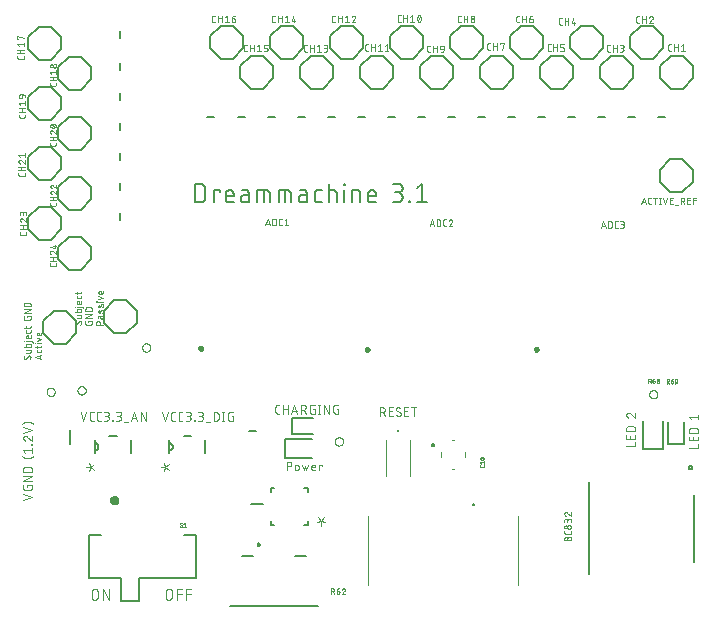
<source format=gbr>
G04 EAGLE Gerber RS-274X export*
G75*
%MOMM*%
%FSLAX34Y34*%
%LPD*%
%INSilkscreen Top*%
%IPPOS*%
%AMOC8*
5,1,8,0,0,1.08239X$1,22.5*%
G01*
%ADD10C,0.127000*%
%ADD11C,0.076200*%
%ADD12C,0.050800*%
%ADD13C,0.025400*%
%ADD14C,0.152400*%
%ADD15C,0.250000*%
%ADD16C,0.100000*%
%ADD17C,0.200000*%
%ADD18C,0.050000*%
%ADD19C,0.100000*%
%ADD20C,0.400000*%
%ADD21C,0.200000*%


D10*
X-449523Y356489D02*
X-449523Y371983D01*
X-445219Y371983D01*
X-445089Y371981D01*
X-444959Y371975D01*
X-444829Y371965D01*
X-444700Y371952D01*
X-444571Y371934D01*
X-444443Y371913D01*
X-444316Y371887D01*
X-444189Y371858D01*
X-444063Y371825D01*
X-443939Y371788D01*
X-443815Y371748D01*
X-443693Y371703D01*
X-443572Y371655D01*
X-443453Y371604D01*
X-443335Y371549D01*
X-443219Y371490D01*
X-443105Y371428D01*
X-442992Y371362D01*
X-442882Y371293D01*
X-442774Y371221D01*
X-442668Y371146D01*
X-442565Y371067D01*
X-442464Y370985D01*
X-442365Y370901D01*
X-442269Y370813D01*
X-442176Y370722D01*
X-442085Y370629D01*
X-441997Y370533D01*
X-441913Y370434D01*
X-441831Y370333D01*
X-441752Y370230D01*
X-441677Y370124D01*
X-441605Y370016D01*
X-441536Y369906D01*
X-441470Y369793D01*
X-441408Y369679D01*
X-441349Y369563D01*
X-441294Y369445D01*
X-441243Y369326D01*
X-441195Y369205D01*
X-441150Y369083D01*
X-441110Y368959D01*
X-441073Y368835D01*
X-441040Y368709D01*
X-441011Y368582D01*
X-440985Y368455D01*
X-440964Y368327D01*
X-440946Y368198D01*
X-440933Y368069D01*
X-440923Y367939D01*
X-440917Y367809D01*
X-440915Y367679D01*
X-440915Y360793D01*
X-440917Y360663D01*
X-440923Y360533D01*
X-440933Y360403D01*
X-440946Y360274D01*
X-440964Y360145D01*
X-440985Y360017D01*
X-441011Y359890D01*
X-441040Y359763D01*
X-441073Y359637D01*
X-441110Y359513D01*
X-441150Y359389D01*
X-441195Y359267D01*
X-441243Y359146D01*
X-441294Y359027D01*
X-441349Y358909D01*
X-441408Y358793D01*
X-441470Y358679D01*
X-441536Y358566D01*
X-441605Y358456D01*
X-441677Y358348D01*
X-441752Y358242D01*
X-441831Y358139D01*
X-441913Y358038D01*
X-441997Y357939D01*
X-442085Y357843D01*
X-442176Y357750D01*
X-442269Y357659D01*
X-442365Y357571D01*
X-442464Y357487D01*
X-442565Y357405D01*
X-442668Y357326D01*
X-442774Y357251D01*
X-442882Y357179D01*
X-442992Y357110D01*
X-443105Y357044D01*
X-443219Y356982D01*
X-443335Y356923D01*
X-443453Y356868D01*
X-443572Y356817D01*
X-443693Y356769D01*
X-443815Y356724D01*
X-443939Y356684D01*
X-444063Y356647D01*
X-444189Y356614D01*
X-444316Y356585D01*
X-444443Y356559D01*
X-444571Y356538D01*
X-444700Y356520D01*
X-444829Y356507D01*
X-444959Y356497D01*
X-445089Y356491D01*
X-445219Y356489D01*
X-449523Y356489D01*
X-433718Y356489D02*
X-433718Y366818D01*
X-428553Y366818D01*
X-428553Y365097D01*
X-421304Y356489D02*
X-417000Y356489D01*
X-421304Y356489D02*
X-421403Y356491D01*
X-421502Y356497D01*
X-421600Y356506D01*
X-421698Y356519D01*
X-421796Y356536D01*
X-421892Y356557D01*
X-421988Y356581D01*
X-422083Y356609D01*
X-422177Y356641D01*
X-422269Y356676D01*
X-422360Y356715D01*
X-422450Y356757D01*
X-422537Y356803D01*
X-422623Y356852D01*
X-422707Y356904D01*
X-422789Y356959D01*
X-422869Y357018D01*
X-422947Y357079D01*
X-423022Y357143D01*
X-423094Y357211D01*
X-423164Y357281D01*
X-423232Y357353D01*
X-423296Y357428D01*
X-423357Y357506D01*
X-423416Y357586D01*
X-423471Y357668D01*
X-423523Y357752D01*
X-423572Y357838D01*
X-423618Y357925D01*
X-423660Y358015D01*
X-423699Y358106D01*
X-423734Y358198D01*
X-423766Y358292D01*
X-423794Y358387D01*
X-423818Y358483D01*
X-423839Y358579D01*
X-423856Y358677D01*
X-423869Y358775D01*
X-423878Y358873D01*
X-423884Y358972D01*
X-423886Y359071D01*
X-423886Y363375D01*
X-423884Y363491D01*
X-423878Y363607D01*
X-423868Y363723D01*
X-423855Y363839D01*
X-423837Y363954D01*
X-423816Y364068D01*
X-423790Y364182D01*
X-423761Y364294D01*
X-423728Y364406D01*
X-423691Y364516D01*
X-423651Y364625D01*
X-423607Y364733D01*
X-423559Y364839D01*
X-423508Y364943D01*
X-423453Y365046D01*
X-423395Y365147D01*
X-423334Y365245D01*
X-423269Y365342D01*
X-423201Y365436D01*
X-423130Y365528D01*
X-423055Y365618D01*
X-422978Y365705D01*
X-422898Y365789D01*
X-422815Y365870D01*
X-422729Y365949D01*
X-422641Y366025D01*
X-422550Y366098D01*
X-422457Y366167D01*
X-422362Y366234D01*
X-422264Y366297D01*
X-422165Y366357D01*
X-422063Y366413D01*
X-421959Y366466D01*
X-421854Y366516D01*
X-421747Y366561D01*
X-421639Y366604D01*
X-421529Y366642D01*
X-421418Y366677D01*
X-421306Y366708D01*
X-421193Y366735D01*
X-421079Y366759D01*
X-420964Y366778D01*
X-420849Y366794D01*
X-420733Y366806D01*
X-420617Y366814D01*
X-420501Y366818D01*
X-420385Y366818D01*
X-420269Y366814D01*
X-420153Y366806D01*
X-420037Y366794D01*
X-419922Y366778D01*
X-419807Y366759D01*
X-419693Y366735D01*
X-419580Y366708D01*
X-419468Y366677D01*
X-419357Y366642D01*
X-419247Y366604D01*
X-419139Y366561D01*
X-419032Y366516D01*
X-418927Y366466D01*
X-418823Y366413D01*
X-418722Y366357D01*
X-418622Y366297D01*
X-418524Y366234D01*
X-418429Y366167D01*
X-418336Y366098D01*
X-418245Y366025D01*
X-418157Y365949D01*
X-418071Y365870D01*
X-417988Y365789D01*
X-417908Y365705D01*
X-417831Y365618D01*
X-417756Y365528D01*
X-417685Y365436D01*
X-417617Y365342D01*
X-417552Y365245D01*
X-417491Y365147D01*
X-417433Y365046D01*
X-417378Y364943D01*
X-417327Y364839D01*
X-417279Y364733D01*
X-417235Y364625D01*
X-417195Y364516D01*
X-417158Y364406D01*
X-417125Y364294D01*
X-417096Y364182D01*
X-417070Y364068D01*
X-417049Y363954D01*
X-417031Y363839D01*
X-417018Y363723D01*
X-417008Y363607D01*
X-417002Y363491D01*
X-417000Y363375D01*
X-417000Y361654D01*
X-423886Y361654D01*
X-408058Y362514D02*
X-404184Y362514D01*
X-408058Y362515D02*
X-408167Y362513D01*
X-408275Y362507D01*
X-408384Y362497D01*
X-408492Y362484D01*
X-408599Y362466D01*
X-408706Y362445D01*
X-408812Y362419D01*
X-408916Y362390D01*
X-409020Y362357D01*
X-409123Y362321D01*
X-409224Y362280D01*
X-409323Y362237D01*
X-409421Y362189D01*
X-409517Y362138D01*
X-409611Y362084D01*
X-409704Y362026D01*
X-409794Y361965D01*
X-409881Y361901D01*
X-409967Y361833D01*
X-410050Y361763D01*
X-410130Y361689D01*
X-410208Y361613D01*
X-410282Y361534D01*
X-410354Y361453D01*
X-410423Y361368D01*
X-410489Y361282D01*
X-410552Y361193D01*
X-410611Y361102D01*
X-410667Y361009D01*
X-410720Y360913D01*
X-410769Y360816D01*
X-410815Y360718D01*
X-410857Y360617D01*
X-410895Y360515D01*
X-410930Y360412D01*
X-410961Y360308D01*
X-410988Y360203D01*
X-411012Y360096D01*
X-411031Y359989D01*
X-411047Y359882D01*
X-411059Y359774D01*
X-411067Y359665D01*
X-411071Y359556D01*
X-411071Y359448D01*
X-411067Y359339D01*
X-411059Y359230D01*
X-411047Y359122D01*
X-411031Y359015D01*
X-411012Y358908D01*
X-410988Y358801D01*
X-410961Y358696D01*
X-410930Y358592D01*
X-410895Y358489D01*
X-410857Y358387D01*
X-410815Y358286D01*
X-410769Y358188D01*
X-410720Y358091D01*
X-410667Y357996D01*
X-410611Y357902D01*
X-410552Y357811D01*
X-410489Y357722D01*
X-410423Y357636D01*
X-410354Y357551D01*
X-410282Y357470D01*
X-410208Y357391D01*
X-410130Y357315D01*
X-410050Y357241D01*
X-409967Y357171D01*
X-409881Y357103D01*
X-409794Y357039D01*
X-409704Y356978D01*
X-409611Y356920D01*
X-409517Y356866D01*
X-409421Y356815D01*
X-409323Y356767D01*
X-409224Y356724D01*
X-409123Y356683D01*
X-409020Y356647D01*
X-408916Y356614D01*
X-408812Y356585D01*
X-408706Y356559D01*
X-408599Y356538D01*
X-408492Y356520D01*
X-408384Y356507D01*
X-408275Y356497D01*
X-408167Y356491D01*
X-408058Y356489D01*
X-404184Y356489D01*
X-404184Y364236D01*
X-404185Y364236D02*
X-404187Y364335D01*
X-404193Y364434D01*
X-404202Y364532D01*
X-404215Y364630D01*
X-404232Y364728D01*
X-404253Y364824D01*
X-404277Y364920D01*
X-404305Y365015D01*
X-404337Y365109D01*
X-404372Y365201D01*
X-404411Y365292D01*
X-404453Y365382D01*
X-404499Y365469D01*
X-404548Y365555D01*
X-404600Y365640D01*
X-404655Y365721D01*
X-404714Y365801D01*
X-404775Y365879D01*
X-404839Y365954D01*
X-404907Y366026D01*
X-404977Y366096D01*
X-405049Y366164D01*
X-405124Y366228D01*
X-405202Y366289D01*
X-405282Y366348D01*
X-405364Y366403D01*
X-405448Y366455D01*
X-405534Y366504D01*
X-405621Y366550D01*
X-405711Y366592D01*
X-405802Y366631D01*
X-405894Y366666D01*
X-405988Y366698D01*
X-406083Y366726D01*
X-406179Y366750D01*
X-406275Y366771D01*
X-406373Y366788D01*
X-406471Y366801D01*
X-406569Y366810D01*
X-406668Y366816D01*
X-406767Y366818D01*
X-410210Y366818D01*
X-396867Y366818D02*
X-396867Y356489D01*
X-396867Y366818D02*
X-389120Y366818D01*
X-389021Y366816D01*
X-388922Y366810D01*
X-388824Y366801D01*
X-388726Y366788D01*
X-388628Y366771D01*
X-388532Y366750D01*
X-388436Y366726D01*
X-388341Y366698D01*
X-388247Y366666D01*
X-388155Y366631D01*
X-388064Y366592D01*
X-387974Y366550D01*
X-387887Y366504D01*
X-387801Y366455D01*
X-387717Y366403D01*
X-387635Y366348D01*
X-387555Y366289D01*
X-387477Y366228D01*
X-387402Y366164D01*
X-387330Y366096D01*
X-387260Y366026D01*
X-387192Y365954D01*
X-387128Y365879D01*
X-387067Y365801D01*
X-387008Y365721D01*
X-386953Y365639D01*
X-386901Y365555D01*
X-386852Y365469D01*
X-386806Y365382D01*
X-386764Y365292D01*
X-386725Y365201D01*
X-386690Y365109D01*
X-386658Y365015D01*
X-386630Y364920D01*
X-386606Y364824D01*
X-386585Y364728D01*
X-386568Y364630D01*
X-386555Y364532D01*
X-386546Y364434D01*
X-386540Y364335D01*
X-386538Y364236D01*
X-386538Y356489D01*
X-391702Y356489D02*
X-391702Y366818D01*
X-379028Y366818D02*
X-379028Y356489D01*
X-379028Y366818D02*
X-371281Y366818D01*
X-371182Y366816D01*
X-371083Y366810D01*
X-370985Y366801D01*
X-370887Y366788D01*
X-370789Y366771D01*
X-370693Y366750D01*
X-370597Y366726D01*
X-370502Y366698D01*
X-370408Y366666D01*
X-370316Y366631D01*
X-370225Y366592D01*
X-370135Y366550D01*
X-370048Y366504D01*
X-369962Y366455D01*
X-369878Y366403D01*
X-369796Y366348D01*
X-369716Y366289D01*
X-369638Y366228D01*
X-369563Y366164D01*
X-369491Y366096D01*
X-369421Y366026D01*
X-369353Y365954D01*
X-369289Y365879D01*
X-369228Y365801D01*
X-369169Y365721D01*
X-369114Y365639D01*
X-369062Y365555D01*
X-369013Y365469D01*
X-368967Y365382D01*
X-368925Y365292D01*
X-368886Y365201D01*
X-368851Y365109D01*
X-368819Y365015D01*
X-368791Y364920D01*
X-368767Y364824D01*
X-368746Y364728D01*
X-368729Y364630D01*
X-368716Y364532D01*
X-368707Y364434D01*
X-368701Y364335D01*
X-368699Y364236D01*
X-368699Y356489D01*
X-373863Y356489D02*
X-373863Y366818D01*
X-359001Y362514D02*
X-355127Y362514D01*
X-359001Y362515D02*
X-359110Y362513D01*
X-359218Y362507D01*
X-359327Y362497D01*
X-359435Y362484D01*
X-359542Y362466D01*
X-359649Y362445D01*
X-359755Y362419D01*
X-359859Y362390D01*
X-359963Y362357D01*
X-360066Y362321D01*
X-360167Y362280D01*
X-360266Y362237D01*
X-360364Y362189D01*
X-360460Y362138D01*
X-360554Y362084D01*
X-360647Y362026D01*
X-360737Y361965D01*
X-360824Y361901D01*
X-360910Y361833D01*
X-360993Y361763D01*
X-361073Y361689D01*
X-361151Y361613D01*
X-361225Y361534D01*
X-361297Y361453D01*
X-361366Y361368D01*
X-361432Y361282D01*
X-361495Y361193D01*
X-361554Y361102D01*
X-361610Y361009D01*
X-361663Y360913D01*
X-361712Y360816D01*
X-361758Y360718D01*
X-361800Y360617D01*
X-361838Y360515D01*
X-361873Y360412D01*
X-361904Y360308D01*
X-361931Y360203D01*
X-361955Y360096D01*
X-361974Y359989D01*
X-361990Y359882D01*
X-362002Y359774D01*
X-362010Y359665D01*
X-362014Y359556D01*
X-362014Y359448D01*
X-362010Y359339D01*
X-362002Y359230D01*
X-361990Y359122D01*
X-361974Y359015D01*
X-361955Y358908D01*
X-361931Y358801D01*
X-361904Y358696D01*
X-361873Y358592D01*
X-361838Y358489D01*
X-361800Y358387D01*
X-361758Y358286D01*
X-361712Y358188D01*
X-361663Y358091D01*
X-361610Y357996D01*
X-361554Y357902D01*
X-361495Y357811D01*
X-361432Y357722D01*
X-361366Y357636D01*
X-361297Y357551D01*
X-361225Y357470D01*
X-361151Y357391D01*
X-361073Y357315D01*
X-360993Y357241D01*
X-360910Y357171D01*
X-360824Y357103D01*
X-360737Y357039D01*
X-360647Y356978D01*
X-360554Y356920D01*
X-360460Y356866D01*
X-360364Y356815D01*
X-360266Y356767D01*
X-360167Y356724D01*
X-360066Y356683D01*
X-359963Y356647D01*
X-359859Y356614D01*
X-359755Y356585D01*
X-359649Y356559D01*
X-359542Y356538D01*
X-359435Y356520D01*
X-359327Y356507D01*
X-359218Y356497D01*
X-359110Y356491D01*
X-359001Y356489D01*
X-355127Y356489D01*
X-355127Y364236D01*
X-355128Y364236D02*
X-355130Y364335D01*
X-355136Y364434D01*
X-355145Y364532D01*
X-355158Y364630D01*
X-355175Y364728D01*
X-355196Y364824D01*
X-355220Y364920D01*
X-355248Y365015D01*
X-355280Y365109D01*
X-355315Y365201D01*
X-355354Y365292D01*
X-355396Y365382D01*
X-355442Y365469D01*
X-355491Y365555D01*
X-355543Y365640D01*
X-355598Y365721D01*
X-355657Y365801D01*
X-355718Y365879D01*
X-355782Y365954D01*
X-355850Y366026D01*
X-355920Y366096D01*
X-355992Y366164D01*
X-356067Y366228D01*
X-356145Y366289D01*
X-356225Y366348D01*
X-356307Y366403D01*
X-356391Y366455D01*
X-356477Y366504D01*
X-356564Y366550D01*
X-356654Y366592D01*
X-356745Y366631D01*
X-356837Y366666D01*
X-356931Y366698D01*
X-357026Y366726D01*
X-357122Y366750D01*
X-357218Y366771D01*
X-357316Y366788D01*
X-357414Y366801D01*
X-357512Y366810D01*
X-357611Y366816D01*
X-357710Y366818D01*
X-361153Y366818D01*
X-345968Y356489D02*
X-342524Y356489D01*
X-345968Y356489D02*
X-346067Y356491D01*
X-346166Y356497D01*
X-346264Y356506D01*
X-346362Y356519D01*
X-346460Y356536D01*
X-346556Y356557D01*
X-346652Y356581D01*
X-346747Y356609D01*
X-346841Y356641D01*
X-346933Y356676D01*
X-347024Y356715D01*
X-347114Y356757D01*
X-347201Y356803D01*
X-347287Y356852D01*
X-347371Y356904D01*
X-347453Y356959D01*
X-347533Y357018D01*
X-347611Y357079D01*
X-347686Y357143D01*
X-347758Y357211D01*
X-347828Y357281D01*
X-347896Y357353D01*
X-347960Y357428D01*
X-348021Y357506D01*
X-348080Y357586D01*
X-348135Y357668D01*
X-348187Y357752D01*
X-348236Y357838D01*
X-348282Y357925D01*
X-348324Y358015D01*
X-348363Y358106D01*
X-348398Y358198D01*
X-348430Y358292D01*
X-348458Y358387D01*
X-348482Y358483D01*
X-348503Y358579D01*
X-348520Y358677D01*
X-348533Y358775D01*
X-348542Y358873D01*
X-348548Y358972D01*
X-348550Y359071D01*
X-348550Y364236D01*
X-348548Y364335D01*
X-348542Y364434D01*
X-348533Y364532D01*
X-348520Y364630D01*
X-348503Y364728D01*
X-348482Y364824D01*
X-348458Y364920D01*
X-348430Y365015D01*
X-348398Y365109D01*
X-348363Y365201D01*
X-348324Y365292D01*
X-348282Y365382D01*
X-348236Y365469D01*
X-348187Y365555D01*
X-348135Y365639D01*
X-348080Y365721D01*
X-348021Y365801D01*
X-347960Y365879D01*
X-347896Y365954D01*
X-347828Y366026D01*
X-347758Y366096D01*
X-347686Y366164D01*
X-347611Y366228D01*
X-347533Y366289D01*
X-347453Y366348D01*
X-347371Y366403D01*
X-347287Y366455D01*
X-347201Y366504D01*
X-347114Y366550D01*
X-347024Y366592D01*
X-346933Y366631D01*
X-346841Y366666D01*
X-346747Y366698D01*
X-346652Y366726D01*
X-346556Y366750D01*
X-346460Y366771D01*
X-346362Y366788D01*
X-346264Y366801D01*
X-346166Y366810D01*
X-346067Y366816D01*
X-345968Y366818D01*
X-342524Y366818D01*
X-336673Y371983D02*
X-336673Y356489D01*
X-336673Y366818D02*
X-332369Y366818D01*
X-332268Y366816D01*
X-332166Y366810D01*
X-332066Y366800D01*
X-331965Y366786D01*
X-331865Y366768D01*
X-331766Y366747D01*
X-331668Y366721D01*
X-331571Y366692D01*
X-331475Y366658D01*
X-331381Y366621D01*
X-331288Y366581D01*
X-331197Y366537D01*
X-331107Y366489D01*
X-331020Y366438D01*
X-330935Y366383D01*
X-330851Y366325D01*
X-330771Y366264D01*
X-330692Y366199D01*
X-330616Y366132D01*
X-330543Y366062D01*
X-330473Y365989D01*
X-330406Y365913D01*
X-330341Y365835D01*
X-330280Y365754D01*
X-330222Y365671D01*
X-330168Y365585D01*
X-330116Y365498D01*
X-330068Y365408D01*
X-330024Y365317D01*
X-329984Y365224D01*
X-329947Y365130D01*
X-329913Y365034D01*
X-329884Y364937D01*
X-329858Y364839D01*
X-329837Y364740D01*
X-329819Y364640D01*
X-329805Y364540D01*
X-329795Y364439D01*
X-329789Y364337D01*
X-329787Y364236D01*
X-329787Y356489D01*
X-323320Y356489D02*
X-323320Y366818D01*
X-323750Y371122D02*
X-323750Y371983D01*
X-322889Y371983D01*
X-322889Y371122D01*
X-323750Y371122D01*
X-316852Y366818D02*
X-316852Y356489D01*
X-316852Y366818D02*
X-312548Y366818D01*
X-312447Y366816D01*
X-312345Y366810D01*
X-312245Y366800D01*
X-312144Y366786D01*
X-312044Y366768D01*
X-311945Y366747D01*
X-311847Y366721D01*
X-311750Y366692D01*
X-311654Y366658D01*
X-311560Y366621D01*
X-311467Y366581D01*
X-311376Y366537D01*
X-311286Y366489D01*
X-311199Y366438D01*
X-311114Y366383D01*
X-311030Y366325D01*
X-310950Y366264D01*
X-310871Y366199D01*
X-310795Y366132D01*
X-310722Y366062D01*
X-310652Y365989D01*
X-310585Y365913D01*
X-310520Y365835D01*
X-310459Y365754D01*
X-310401Y365671D01*
X-310347Y365585D01*
X-310295Y365498D01*
X-310247Y365408D01*
X-310203Y365317D01*
X-310163Y365224D01*
X-310126Y365130D01*
X-310092Y365034D01*
X-310063Y364937D01*
X-310037Y364839D01*
X-310016Y364740D01*
X-309998Y364640D01*
X-309984Y364540D01*
X-309974Y364439D01*
X-309968Y364337D01*
X-309966Y364236D01*
X-309966Y356489D01*
X-300891Y356489D02*
X-296587Y356489D01*
X-300891Y356489D02*
X-300990Y356491D01*
X-301089Y356497D01*
X-301187Y356506D01*
X-301285Y356519D01*
X-301383Y356536D01*
X-301479Y356557D01*
X-301575Y356581D01*
X-301670Y356609D01*
X-301764Y356641D01*
X-301856Y356676D01*
X-301947Y356715D01*
X-302037Y356757D01*
X-302124Y356803D01*
X-302210Y356852D01*
X-302294Y356904D01*
X-302376Y356959D01*
X-302456Y357018D01*
X-302534Y357079D01*
X-302609Y357143D01*
X-302681Y357211D01*
X-302751Y357281D01*
X-302819Y357353D01*
X-302883Y357428D01*
X-302944Y357506D01*
X-303003Y357586D01*
X-303058Y357668D01*
X-303110Y357752D01*
X-303159Y357838D01*
X-303205Y357925D01*
X-303247Y358015D01*
X-303286Y358106D01*
X-303321Y358198D01*
X-303353Y358292D01*
X-303381Y358387D01*
X-303405Y358483D01*
X-303426Y358579D01*
X-303443Y358677D01*
X-303456Y358775D01*
X-303465Y358873D01*
X-303471Y358972D01*
X-303473Y359071D01*
X-303473Y363375D01*
X-303471Y363491D01*
X-303465Y363607D01*
X-303455Y363723D01*
X-303442Y363839D01*
X-303424Y363954D01*
X-303403Y364068D01*
X-303377Y364182D01*
X-303348Y364294D01*
X-303315Y364406D01*
X-303278Y364516D01*
X-303238Y364625D01*
X-303194Y364733D01*
X-303146Y364839D01*
X-303095Y364943D01*
X-303040Y365046D01*
X-302982Y365147D01*
X-302921Y365245D01*
X-302856Y365342D01*
X-302788Y365436D01*
X-302717Y365528D01*
X-302642Y365618D01*
X-302565Y365705D01*
X-302485Y365789D01*
X-302402Y365870D01*
X-302316Y365949D01*
X-302228Y366025D01*
X-302137Y366098D01*
X-302044Y366167D01*
X-301949Y366234D01*
X-301851Y366297D01*
X-301752Y366357D01*
X-301650Y366413D01*
X-301546Y366466D01*
X-301441Y366516D01*
X-301334Y366561D01*
X-301226Y366604D01*
X-301116Y366642D01*
X-301005Y366677D01*
X-300893Y366708D01*
X-300780Y366735D01*
X-300666Y366759D01*
X-300551Y366778D01*
X-300436Y366794D01*
X-300320Y366806D01*
X-300204Y366814D01*
X-300088Y366818D01*
X-299972Y366818D01*
X-299856Y366814D01*
X-299740Y366806D01*
X-299624Y366794D01*
X-299509Y366778D01*
X-299394Y366759D01*
X-299280Y366735D01*
X-299167Y366708D01*
X-299055Y366677D01*
X-298944Y366642D01*
X-298834Y366604D01*
X-298726Y366561D01*
X-298619Y366516D01*
X-298514Y366466D01*
X-298410Y366413D01*
X-298309Y366357D01*
X-298209Y366297D01*
X-298111Y366234D01*
X-298016Y366167D01*
X-297923Y366098D01*
X-297832Y366025D01*
X-297744Y365949D01*
X-297658Y365870D01*
X-297575Y365789D01*
X-297495Y365705D01*
X-297418Y365618D01*
X-297343Y365528D01*
X-297272Y365436D01*
X-297204Y365342D01*
X-297139Y365245D01*
X-297078Y365147D01*
X-297020Y365046D01*
X-296965Y364943D01*
X-296914Y364839D01*
X-296866Y364733D01*
X-296822Y364625D01*
X-296782Y364516D01*
X-296745Y364406D01*
X-296712Y364294D01*
X-296683Y364182D01*
X-296657Y364068D01*
X-296636Y363954D01*
X-296618Y363839D01*
X-296605Y363723D01*
X-296595Y363607D01*
X-296589Y363491D01*
X-296587Y363375D01*
X-296587Y361654D01*
X-303473Y361654D01*
X-282531Y356489D02*
X-278227Y356489D01*
X-278097Y356491D01*
X-277967Y356497D01*
X-277837Y356507D01*
X-277708Y356520D01*
X-277579Y356538D01*
X-277451Y356559D01*
X-277324Y356585D01*
X-277197Y356614D01*
X-277071Y356647D01*
X-276947Y356684D01*
X-276823Y356724D01*
X-276701Y356769D01*
X-276580Y356817D01*
X-276461Y356868D01*
X-276343Y356923D01*
X-276227Y356982D01*
X-276113Y357044D01*
X-276000Y357110D01*
X-275890Y357179D01*
X-275782Y357251D01*
X-275676Y357326D01*
X-275573Y357405D01*
X-275472Y357487D01*
X-275373Y357571D01*
X-275277Y357659D01*
X-275184Y357750D01*
X-275093Y357843D01*
X-275005Y357939D01*
X-274921Y358038D01*
X-274839Y358139D01*
X-274760Y358242D01*
X-274685Y358348D01*
X-274613Y358456D01*
X-274544Y358566D01*
X-274478Y358679D01*
X-274416Y358793D01*
X-274357Y358909D01*
X-274302Y359027D01*
X-274251Y359146D01*
X-274203Y359267D01*
X-274158Y359389D01*
X-274118Y359513D01*
X-274081Y359637D01*
X-274048Y359763D01*
X-274019Y359890D01*
X-273993Y360017D01*
X-273972Y360145D01*
X-273954Y360274D01*
X-273941Y360403D01*
X-273931Y360533D01*
X-273925Y360663D01*
X-273923Y360793D01*
X-273925Y360923D01*
X-273931Y361053D01*
X-273941Y361183D01*
X-273954Y361312D01*
X-273972Y361441D01*
X-273993Y361569D01*
X-274019Y361696D01*
X-274048Y361823D01*
X-274081Y361949D01*
X-274118Y362073D01*
X-274158Y362197D01*
X-274203Y362319D01*
X-274251Y362440D01*
X-274302Y362559D01*
X-274357Y362677D01*
X-274416Y362793D01*
X-274478Y362907D01*
X-274544Y363020D01*
X-274613Y363130D01*
X-274685Y363238D01*
X-274760Y363344D01*
X-274839Y363447D01*
X-274921Y363548D01*
X-275005Y363647D01*
X-275093Y363743D01*
X-275184Y363836D01*
X-275277Y363927D01*
X-275373Y364015D01*
X-275472Y364099D01*
X-275573Y364181D01*
X-275676Y364260D01*
X-275782Y364335D01*
X-275890Y364407D01*
X-276000Y364476D01*
X-276113Y364542D01*
X-276227Y364604D01*
X-276343Y364663D01*
X-276461Y364718D01*
X-276580Y364769D01*
X-276701Y364817D01*
X-276823Y364862D01*
X-276947Y364902D01*
X-277071Y364939D01*
X-277197Y364972D01*
X-277324Y365001D01*
X-277451Y365027D01*
X-277579Y365048D01*
X-277708Y365066D01*
X-277837Y365079D01*
X-277967Y365089D01*
X-278097Y365095D01*
X-278227Y365097D01*
X-277366Y371983D02*
X-282531Y371983D01*
X-277366Y371983D02*
X-277250Y371981D01*
X-277134Y371975D01*
X-277018Y371965D01*
X-276902Y371952D01*
X-276787Y371934D01*
X-276673Y371913D01*
X-276559Y371887D01*
X-276447Y371858D01*
X-276335Y371825D01*
X-276225Y371788D01*
X-276116Y371748D01*
X-276008Y371704D01*
X-275902Y371656D01*
X-275798Y371605D01*
X-275695Y371550D01*
X-275594Y371492D01*
X-275496Y371431D01*
X-275399Y371366D01*
X-275305Y371298D01*
X-275213Y371227D01*
X-275123Y371152D01*
X-275036Y371075D01*
X-274952Y370995D01*
X-274871Y370912D01*
X-274792Y370826D01*
X-274716Y370738D01*
X-274643Y370647D01*
X-274574Y370554D01*
X-274507Y370459D01*
X-274444Y370361D01*
X-274384Y370262D01*
X-274328Y370160D01*
X-274275Y370056D01*
X-274225Y369951D01*
X-274180Y369844D01*
X-274137Y369736D01*
X-274099Y369626D01*
X-274064Y369515D01*
X-274033Y369403D01*
X-274006Y369290D01*
X-273982Y369176D01*
X-273963Y369061D01*
X-273947Y368946D01*
X-273935Y368830D01*
X-273927Y368714D01*
X-273923Y368598D01*
X-273923Y368482D01*
X-273927Y368366D01*
X-273935Y368250D01*
X-273947Y368134D01*
X-273963Y368019D01*
X-273982Y367904D01*
X-274006Y367790D01*
X-274033Y367677D01*
X-274064Y367565D01*
X-274099Y367454D01*
X-274137Y367344D01*
X-274180Y367236D01*
X-274225Y367129D01*
X-274275Y367024D01*
X-274328Y366920D01*
X-274384Y366819D01*
X-274444Y366719D01*
X-274507Y366621D01*
X-274574Y366526D01*
X-274643Y366433D01*
X-274716Y366342D01*
X-274792Y366254D01*
X-274871Y366168D01*
X-274952Y366085D01*
X-275036Y366005D01*
X-275123Y365928D01*
X-275213Y365853D01*
X-275305Y365782D01*
X-275399Y365714D01*
X-275496Y365649D01*
X-275594Y365588D01*
X-275695Y365530D01*
X-275798Y365475D01*
X-275902Y365424D01*
X-276008Y365376D01*
X-276116Y365332D01*
X-276225Y365292D01*
X-276335Y365255D01*
X-276447Y365222D01*
X-276559Y365193D01*
X-276673Y365167D01*
X-276787Y365146D01*
X-276902Y365128D01*
X-277018Y365115D01*
X-277134Y365105D01*
X-277250Y365099D01*
X-277366Y365097D01*
X-280809Y365097D01*
X-268251Y357350D02*
X-268251Y356489D01*
X-268251Y357350D02*
X-267391Y357350D01*
X-267391Y356489D01*
X-268251Y356489D01*
X-261719Y368540D02*
X-257415Y371983D01*
X-257415Y356489D01*
X-261719Y356489D02*
X-253111Y356489D01*
D11*
X-372237Y136779D02*
X-372237Y129413D01*
X-372237Y136779D02*
X-370191Y136779D01*
X-370102Y136777D01*
X-370013Y136771D01*
X-369924Y136761D01*
X-369836Y136748D01*
X-369748Y136731D01*
X-369661Y136709D01*
X-369576Y136684D01*
X-369491Y136656D01*
X-369408Y136623D01*
X-369326Y136587D01*
X-369246Y136548D01*
X-369168Y136505D01*
X-369092Y136459D01*
X-369017Y136409D01*
X-368945Y136356D01*
X-368876Y136300D01*
X-368809Y136241D01*
X-368744Y136180D01*
X-368683Y136115D01*
X-368624Y136048D01*
X-368568Y135979D01*
X-368515Y135907D01*
X-368465Y135832D01*
X-368419Y135756D01*
X-368376Y135678D01*
X-368337Y135598D01*
X-368301Y135516D01*
X-368268Y135433D01*
X-368240Y135348D01*
X-368215Y135263D01*
X-368193Y135176D01*
X-368176Y135088D01*
X-368163Y135000D01*
X-368153Y134911D01*
X-368147Y134822D01*
X-368145Y134733D01*
X-368147Y134644D01*
X-368153Y134555D01*
X-368163Y134466D01*
X-368176Y134378D01*
X-368193Y134290D01*
X-368215Y134203D01*
X-368240Y134118D01*
X-368268Y134033D01*
X-368301Y133950D01*
X-368337Y133868D01*
X-368376Y133788D01*
X-368419Y133710D01*
X-368465Y133634D01*
X-368515Y133559D01*
X-368568Y133487D01*
X-368624Y133418D01*
X-368683Y133351D01*
X-368744Y133286D01*
X-368809Y133225D01*
X-368876Y133166D01*
X-368945Y133110D01*
X-369017Y133057D01*
X-369092Y133007D01*
X-369168Y132961D01*
X-369246Y132918D01*
X-369326Y132879D01*
X-369408Y132843D01*
X-369491Y132810D01*
X-369576Y132782D01*
X-369661Y132757D01*
X-369748Y132735D01*
X-369836Y132718D01*
X-369924Y132705D01*
X-370013Y132695D01*
X-370102Y132689D01*
X-370191Y132687D01*
X-372237Y132687D01*
X-365362Y132687D02*
X-365362Y131050D01*
X-365362Y132687D02*
X-365360Y132766D01*
X-365354Y132845D01*
X-365345Y132924D01*
X-365332Y133002D01*
X-365314Y133079D01*
X-365294Y133155D01*
X-365269Y133230D01*
X-365241Y133304D01*
X-365210Y133377D01*
X-365174Y133448D01*
X-365136Y133517D01*
X-365094Y133584D01*
X-365049Y133649D01*
X-365001Y133712D01*
X-364950Y133773D01*
X-364896Y133830D01*
X-364840Y133886D01*
X-364781Y133938D01*
X-364719Y133988D01*
X-364655Y134034D01*
X-364589Y134078D01*
X-364521Y134118D01*
X-364451Y134154D01*
X-364379Y134188D01*
X-364305Y134218D01*
X-364231Y134244D01*
X-364155Y134267D01*
X-364078Y134285D01*
X-364001Y134301D01*
X-363922Y134312D01*
X-363844Y134320D01*
X-363765Y134324D01*
X-363685Y134324D01*
X-363606Y134320D01*
X-363528Y134312D01*
X-363449Y134301D01*
X-363372Y134285D01*
X-363295Y134267D01*
X-363219Y134244D01*
X-363145Y134218D01*
X-363071Y134188D01*
X-362999Y134154D01*
X-362929Y134118D01*
X-362861Y134078D01*
X-362795Y134034D01*
X-362731Y133988D01*
X-362669Y133938D01*
X-362610Y133886D01*
X-362554Y133830D01*
X-362500Y133773D01*
X-362449Y133712D01*
X-362401Y133649D01*
X-362356Y133584D01*
X-362314Y133517D01*
X-362276Y133448D01*
X-362240Y133377D01*
X-362209Y133304D01*
X-362181Y133230D01*
X-362156Y133155D01*
X-362136Y133079D01*
X-362118Y133002D01*
X-362105Y132924D01*
X-362096Y132845D01*
X-362090Y132766D01*
X-362088Y132687D01*
X-362088Y131050D01*
X-362090Y130971D01*
X-362096Y130892D01*
X-362105Y130813D01*
X-362118Y130735D01*
X-362136Y130658D01*
X-362156Y130582D01*
X-362181Y130507D01*
X-362209Y130433D01*
X-362240Y130360D01*
X-362276Y130289D01*
X-362314Y130220D01*
X-362356Y130153D01*
X-362401Y130088D01*
X-362449Y130025D01*
X-362500Y129964D01*
X-362554Y129907D01*
X-362610Y129851D01*
X-362669Y129799D01*
X-362731Y129749D01*
X-362795Y129703D01*
X-362861Y129659D01*
X-362929Y129619D01*
X-362999Y129583D01*
X-363071Y129549D01*
X-363145Y129519D01*
X-363219Y129493D01*
X-363295Y129470D01*
X-363372Y129452D01*
X-363449Y129436D01*
X-363528Y129425D01*
X-363606Y129417D01*
X-363685Y129413D01*
X-363765Y129413D01*
X-363844Y129417D01*
X-363922Y129425D01*
X-364001Y129436D01*
X-364078Y129452D01*
X-364155Y129470D01*
X-364231Y129493D01*
X-364305Y129519D01*
X-364379Y129549D01*
X-364451Y129583D01*
X-364521Y129619D01*
X-364589Y129659D01*
X-364655Y129703D01*
X-364719Y129749D01*
X-364781Y129799D01*
X-364840Y129851D01*
X-364896Y129907D01*
X-364950Y129964D01*
X-365001Y130025D01*
X-365049Y130088D01*
X-365094Y130153D01*
X-365136Y130220D01*
X-365174Y130289D01*
X-365210Y130360D01*
X-365241Y130433D01*
X-365269Y130507D01*
X-365294Y130582D01*
X-365314Y130658D01*
X-365332Y130735D01*
X-365345Y130813D01*
X-365354Y130892D01*
X-365360Y130971D01*
X-365362Y131050D01*
X-359109Y134324D02*
X-357881Y129413D01*
X-356654Y132687D01*
X-355426Y129413D01*
X-354198Y134324D01*
X-349991Y129413D02*
X-347945Y129413D01*
X-349991Y129413D02*
X-350060Y129415D01*
X-350128Y129421D01*
X-350197Y129430D01*
X-350264Y129444D01*
X-350331Y129461D01*
X-350397Y129482D01*
X-350461Y129506D01*
X-350524Y129535D01*
X-350585Y129566D01*
X-350644Y129601D01*
X-350702Y129639D01*
X-350757Y129681D01*
X-350809Y129725D01*
X-350859Y129773D01*
X-350907Y129823D01*
X-350951Y129875D01*
X-350993Y129930D01*
X-351031Y129988D01*
X-351066Y130047D01*
X-351097Y130108D01*
X-351126Y130171D01*
X-351150Y130235D01*
X-351171Y130301D01*
X-351188Y130368D01*
X-351202Y130435D01*
X-351211Y130504D01*
X-351217Y130572D01*
X-351219Y130641D01*
X-351219Y132687D01*
X-351217Y132766D01*
X-351211Y132845D01*
X-351202Y132924D01*
X-351189Y133002D01*
X-351171Y133079D01*
X-351151Y133155D01*
X-351126Y133230D01*
X-351098Y133304D01*
X-351067Y133377D01*
X-351031Y133448D01*
X-350993Y133517D01*
X-350951Y133584D01*
X-350906Y133649D01*
X-350858Y133712D01*
X-350807Y133773D01*
X-350753Y133830D01*
X-350697Y133886D01*
X-350638Y133938D01*
X-350576Y133988D01*
X-350512Y134034D01*
X-350446Y134078D01*
X-350378Y134118D01*
X-350308Y134154D01*
X-350236Y134188D01*
X-350162Y134218D01*
X-350088Y134244D01*
X-350012Y134267D01*
X-349935Y134285D01*
X-349858Y134301D01*
X-349779Y134312D01*
X-349701Y134320D01*
X-349622Y134324D01*
X-349542Y134324D01*
X-349463Y134320D01*
X-349385Y134312D01*
X-349306Y134301D01*
X-349229Y134285D01*
X-349152Y134267D01*
X-349076Y134244D01*
X-349002Y134218D01*
X-348928Y134188D01*
X-348856Y134154D01*
X-348786Y134118D01*
X-348718Y134078D01*
X-348652Y134034D01*
X-348588Y133988D01*
X-348526Y133938D01*
X-348467Y133886D01*
X-348411Y133830D01*
X-348357Y133773D01*
X-348306Y133712D01*
X-348258Y133649D01*
X-348213Y133584D01*
X-348171Y133517D01*
X-348133Y133448D01*
X-348097Y133377D01*
X-348066Y133304D01*
X-348038Y133230D01*
X-348013Y133155D01*
X-347993Y133079D01*
X-347975Y133002D01*
X-347962Y132924D01*
X-347953Y132845D01*
X-347947Y132766D01*
X-347945Y132687D01*
X-347945Y131868D01*
X-351219Y131868D01*
X-344589Y129413D02*
X-344589Y134324D01*
X-342134Y134324D01*
X-342134Y133505D01*
X-84709Y149987D02*
X-77343Y149987D01*
X-77343Y153261D01*
X-77343Y156327D02*
X-77343Y159601D01*
X-77343Y156327D02*
X-84709Y156327D01*
X-84709Y159601D01*
X-81435Y158782D02*
X-81435Y156327D01*
X-84709Y162651D02*
X-77343Y162651D01*
X-84709Y162651D02*
X-84709Y164697D01*
X-84707Y164786D01*
X-84701Y164875D01*
X-84691Y164964D01*
X-84678Y165052D01*
X-84661Y165140D01*
X-84639Y165227D01*
X-84614Y165312D01*
X-84586Y165397D01*
X-84553Y165480D01*
X-84517Y165562D01*
X-84478Y165642D01*
X-84435Y165720D01*
X-84389Y165796D01*
X-84339Y165871D01*
X-84286Y165943D01*
X-84230Y166012D01*
X-84171Y166079D01*
X-84110Y166144D01*
X-84045Y166205D01*
X-83978Y166264D01*
X-83909Y166320D01*
X-83837Y166373D01*
X-83762Y166423D01*
X-83686Y166469D01*
X-83608Y166512D01*
X-83528Y166551D01*
X-83446Y166587D01*
X-83363Y166620D01*
X-83278Y166648D01*
X-83193Y166673D01*
X-83106Y166695D01*
X-83018Y166712D01*
X-82930Y166725D01*
X-82841Y166735D01*
X-82752Y166741D01*
X-82663Y166743D01*
X-79389Y166743D01*
X-79300Y166741D01*
X-79211Y166735D01*
X-79122Y166725D01*
X-79034Y166712D01*
X-78946Y166695D01*
X-78859Y166673D01*
X-78774Y166648D01*
X-78689Y166620D01*
X-78606Y166587D01*
X-78524Y166551D01*
X-78444Y166512D01*
X-78366Y166469D01*
X-78290Y166423D01*
X-78215Y166373D01*
X-78143Y166320D01*
X-78074Y166264D01*
X-78007Y166205D01*
X-77942Y166144D01*
X-77881Y166079D01*
X-77822Y166012D01*
X-77766Y165943D01*
X-77713Y165871D01*
X-77663Y165796D01*
X-77617Y165720D01*
X-77574Y165642D01*
X-77535Y165562D01*
X-77499Y165480D01*
X-77466Y165397D01*
X-77438Y165312D01*
X-77413Y165227D01*
X-77391Y165140D01*
X-77374Y165052D01*
X-77361Y164964D01*
X-77351Y164875D01*
X-77345Y164786D01*
X-77343Y164697D01*
X-77343Y162651D01*
X-84710Y176362D02*
X-84708Y176447D01*
X-84702Y176532D01*
X-84692Y176616D01*
X-84679Y176700D01*
X-84661Y176784D01*
X-84640Y176866D01*
X-84615Y176947D01*
X-84586Y177027D01*
X-84553Y177106D01*
X-84517Y177183D01*
X-84477Y177258D01*
X-84434Y177332D01*
X-84388Y177403D01*
X-84338Y177472D01*
X-84285Y177539D01*
X-84229Y177603D01*
X-84170Y177664D01*
X-84109Y177723D01*
X-84045Y177779D01*
X-83978Y177832D01*
X-83909Y177882D01*
X-83838Y177928D01*
X-83764Y177971D01*
X-83689Y178011D01*
X-83612Y178047D01*
X-83533Y178080D01*
X-83453Y178109D01*
X-83372Y178134D01*
X-83290Y178155D01*
X-83206Y178173D01*
X-83122Y178186D01*
X-83038Y178196D01*
X-82953Y178202D01*
X-82868Y178204D01*
X-84709Y176362D02*
X-84707Y176266D01*
X-84701Y176170D01*
X-84691Y176075D01*
X-84678Y175980D01*
X-84660Y175885D01*
X-84639Y175792D01*
X-84614Y175699D01*
X-84585Y175608D01*
X-84553Y175517D01*
X-84517Y175428D01*
X-84477Y175341D01*
X-84434Y175255D01*
X-84388Y175171D01*
X-84338Y175089D01*
X-84284Y175009D01*
X-84228Y174932D01*
X-84168Y174857D01*
X-84106Y174784D01*
X-84040Y174714D01*
X-83972Y174646D01*
X-83901Y174581D01*
X-83828Y174520D01*
X-83752Y174461D01*
X-83673Y174405D01*
X-83593Y174353D01*
X-83510Y174304D01*
X-83426Y174258D01*
X-83340Y174216D01*
X-83252Y174178D01*
X-83163Y174143D01*
X-83072Y174111D01*
X-81436Y177590D02*
X-81495Y177650D01*
X-81557Y177707D01*
X-81621Y177762D01*
X-81688Y177813D01*
X-81757Y177862D01*
X-81827Y177908D01*
X-81900Y177951D01*
X-81974Y177991D01*
X-82050Y178027D01*
X-82128Y178060D01*
X-82207Y178090D01*
X-82287Y178117D01*
X-82368Y178140D01*
X-82450Y178159D01*
X-82532Y178175D01*
X-82616Y178188D01*
X-82700Y178197D01*
X-82784Y178202D01*
X-82868Y178204D01*
X-81435Y177590D02*
X-77343Y174111D01*
X-77343Y178204D01*
X-31369Y148463D02*
X-24003Y148463D01*
X-24003Y151737D01*
X-24003Y154803D02*
X-24003Y158077D01*
X-24003Y154803D02*
X-31369Y154803D01*
X-31369Y158077D01*
X-28095Y157258D02*
X-28095Y154803D01*
X-31369Y161127D02*
X-24003Y161127D01*
X-31369Y161127D02*
X-31369Y163173D01*
X-31367Y163262D01*
X-31361Y163351D01*
X-31351Y163440D01*
X-31338Y163528D01*
X-31321Y163616D01*
X-31299Y163703D01*
X-31274Y163788D01*
X-31246Y163873D01*
X-31213Y163956D01*
X-31177Y164038D01*
X-31138Y164118D01*
X-31095Y164196D01*
X-31049Y164272D01*
X-30999Y164347D01*
X-30946Y164419D01*
X-30890Y164488D01*
X-30831Y164555D01*
X-30770Y164620D01*
X-30705Y164681D01*
X-30638Y164740D01*
X-30569Y164796D01*
X-30497Y164849D01*
X-30422Y164899D01*
X-30346Y164945D01*
X-30268Y164988D01*
X-30188Y165027D01*
X-30106Y165063D01*
X-30023Y165096D01*
X-29938Y165124D01*
X-29853Y165149D01*
X-29766Y165171D01*
X-29678Y165188D01*
X-29590Y165201D01*
X-29501Y165211D01*
X-29412Y165217D01*
X-29323Y165219D01*
X-26049Y165219D01*
X-25960Y165217D01*
X-25871Y165211D01*
X-25782Y165201D01*
X-25694Y165188D01*
X-25606Y165171D01*
X-25519Y165149D01*
X-25434Y165124D01*
X-25349Y165096D01*
X-25266Y165063D01*
X-25184Y165027D01*
X-25104Y164988D01*
X-25026Y164945D01*
X-24950Y164899D01*
X-24875Y164849D01*
X-24803Y164796D01*
X-24734Y164740D01*
X-24667Y164681D01*
X-24602Y164620D01*
X-24541Y164555D01*
X-24482Y164488D01*
X-24426Y164419D01*
X-24373Y164347D01*
X-24323Y164272D01*
X-24277Y164196D01*
X-24234Y164118D01*
X-24195Y164038D01*
X-24159Y163956D01*
X-24126Y163873D01*
X-24098Y163788D01*
X-24073Y163703D01*
X-24051Y163616D01*
X-24034Y163528D01*
X-24021Y163440D01*
X-24011Y163351D01*
X-24005Y163262D01*
X-24003Y163173D01*
X-24003Y161127D01*
X-29732Y172587D02*
X-31369Y174633D01*
X-24003Y174633D01*
X-24003Y172587D02*
X-24003Y176680D01*
D12*
X-589026Y225479D02*
X-589028Y225549D01*
X-589034Y225618D01*
X-589044Y225687D01*
X-589057Y225755D01*
X-589075Y225823D01*
X-589096Y225889D01*
X-589121Y225954D01*
X-589149Y226018D01*
X-589181Y226080D01*
X-589216Y226140D01*
X-589255Y226198D01*
X-589297Y226253D01*
X-589342Y226307D01*
X-589390Y226357D01*
X-589440Y226405D01*
X-589494Y226450D01*
X-589549Y226492D01*
X-589607Y226531D01*
X-589667Y226566D01*
X-589729Y226598D01*
X-589793Y226626D01*
X-589858Y226651D01*
X-589924Y226672D01*
X-589992Y226690D01*
X-590060Y226703D01*
X-590129Y226713D01*
X-590198Y226719D01*
X-590268Y226721D01*
X-589026Y225479D02*
X-589028Y225380D01*
X-589033Y225282D01*
X-589043Y225184D01*
X-589056Y225086D01*
X-589072Y224989D01*
X-589092Y224892D01*
X-589116Y224797D01*
X-589144Y224702D01*
X-589175Y224608D01*
X-589209Y224516D01*
X-589247Y224425D01*
X-589288Y224335D01*
X-589333Y224247D01*
X-589381Y224161D01*
X-589432Y224077D01*
X-589486Y223995D01*
X-589544Y223914D01*
X-589604Y223836D01*
X-589667Y223761D01*
X-589733Y223687D01*
X-589802Y223617D01*
X-593372Y223771D02*
X-593442Y223773D01*
X-593511Y223779D01*
X-593580Y223789D01*
X-593648Y223802D01*
X-593716Y223820D01*
X-593782Y223841D01*
X-593847Y223866D01*
X-593911Y223894D01*
X-593973Y223926D01*
X-594033Y223961D01*
X-594091Y224000D01*
X-594146Y224042D01*
X-594200Y224087D01*
X-594250Y224135D01*
X-594298Y224185D01*
X-594343Y224239D01*
X-594385Y224294D01*
X-594424Y224352D01*
X-594459Y224412D01*
X-594491Y224474D01*
X-594519Y224538D01*
X-594544Y224603D01*
X-594565Y224669D01*
X-594583Y224737D01*
X-594596Y224805D01*
X-594606Y224874D01*
X-594612Y224943D01*
X-594614Y225013D01*
X-594612Y225107D01*
X-594606Y225200D01*
X-594597Y225293D01*
X-594584Y225386D01*
X-594567Y225478D01*
X-594547Y225569D01*
X-594522Y225660D01*
X-594495Y225749D01*
X-594463Y225837D01*
X-594428Y225924D01*
X-594390Y226010D01*
X-594348Y226093D01*
X-594303Y226175D01*
X-594255Y226256D01*
X-594203Y226334D01*
X-594148Y226410D01*
X-592286Y224393D02*
X-592322Y224334D01*
X-592362Y224278D01*
X-592405Y224224D01*
X-592450Y224172D01*
X-592499Y224123D01*
X-592550Y224077D01*
X-592603Y224034D01*
X-592659Y223993D01*
X-592717Y223956D01*
X-592777Y223921D01*
X-592838Y223891D01*
X-592901Y223863D01*
X-592966Y223839D01*
X-593032Y223819D01*
X-593099Y223802D01*
X-593166Y223789D01*
X-593234Y223780D01*
X-593303Y223774D01*
X-593372Y223772D01*
X-591354Y226100D02*
X-591318Y226159D01*
X-591278Y226215D01*
X-591235Y226269D01*
X-591190Y226321D01*
X-591141Y226370D01*
X-591090Y226416D01*
X-591037Y226459D01*
X-590981Y226500D01*
X-590923Y226537D01*
X-590863Y226572D01*
X-590802Y226602D01*
X-590739Y226630D01*
X-590674Y226654D01*
X-590608Y226674D01*
X-590541Y226691D01*
X-590474Y226704D01*
X-590406Y226713D01*
X-590337Y226719D01*
X-590268Y226721D01*
X-591354Y226100D02*
X-592286Y224392D01*
X-592751Y229047D02*
X-589957Y229047D01*
X-589957Y229048D02*
X-589899Y229050D01*
X-589840Y229055D01*
X-589783Y229064D01*
X-589725Y229077D01*
X-589669Y229094D01*
X-589614Y229113D01*
X-589561Y229137D01*
X-589508Y229163D01*
X-589458Y229193D01*
X-589410Y229226D01*
X-589364Y229262D01*
X-589320Y229300D01*
X-589278Y229342D01*
X-589240Y229386D01*
X-589204Y229432D01*
X-589171Y229480D01*
X-589141Y229530D01*
X-589115Y229583D01*
X-589091Y229636D01*
X-589072Y229691D01*
X-589055Y229747D01*
X-589042Y229805D01*
X-589033Y229862D01*
X-589028Y229921D01*
X-589026Y229979D01*
X-589026Y231531D01*
X-592751Y231531D01*
X-594614Y234197D02*
X-589026Y234197D01*
X-589026Y235749D01*
X-589028Y235807D01*
X-589033Y235866D01*
X-589042Y235923D01*
X-589055Y235981D01*
X-589072Y236037D01*
X-589091Y236092D01*
X-589115Y236145D01*
X-589141Y236198D01*
X-589171Y236248D01*
X-589204Y236296D01*
X-589240Y236342D01*
X-589278Y236386D01*
X-589320Y236428D01*
X-589364Y236466D01*
X-589410Y236502D01*
X-589458Y236535D01*
X-589508Y236565D01*
X-589561Y236591D01*
X-589614Y236615D01*
X-589669Y236634D01*
X-589725Y236651D01*
X-589783Y236664D01*
X-589840Y236673D01*
X-589899Y236678D01*
X-589957Y236680D01*
X-591820Y236680D01*
X-591878Y236678D01*
X-591937Y236673D01*
X-591994Y236664D01*
X-592052Y236651D01*
X-592108Y236634D01*
X-592163Y236615D01*
X-592216Y236591D01*
X-592269Y236565D01*
X-592319Y236535D01*
X-592367Y236502D01*
X-592413Y236466D01*
X-592457Y236428D01*
X-592499Y236386D01*
X-592537Y236342D01*
X-592573Y236296D01*
X-592606Y236248D01*
X-592636Y236198D01*
X-592662Y236145D01*
X-592686Y236092D01*
X-592705Y236037D01*
X-592722Y235981D01*
X-592735Y235923D01*
X-592744Y235866D01*
X-592749Y235807D01*
X-592751Y235749D01*
X-592751Y234197D01*
X-592751Y238788D02*
X-588095Y238788D01*
X-588095Y238787D02*
X-588034Y238785D01*
X-587973Y238779D01*
X-587913Y238769D01*
X-587854Y238755D01*
X-587796Y238738D01*
X-587739Y238716D01*
X-587683Y238691D01*
X-587630Y238662D01*
X-587578Y238630D01*
X-587528Y238595D01*
X-587481Y238556D01*
X-587437Y238514D01*
X-587395Y238470D01*
X-587356Y238423D01*
X-587321Y238373D01*
X-587289Y238322D01*
X-587260Y238268D01*
X-587235Y238212D01*
X-587213Y238155D01*
X-587196Y238097D01*
X-587182Y238038D01*
X-587172Y237978D01*
X-587166Y237917D01*
X-587164Y237856D01*
X-587163Y237856D02*
X-587163Y237546D01*
X-594304Y238632D02*
X-594614Y238632D01*
X-594614Y238943D01*
X-594304Y238943D01*
X-594304Y238632D01*
X-589026Y242049D02*
X-589026Y243601D01*
X-589026Y242049D02*
X-589028Y241991D01*
X-589033Y241932D01*
X-589042Y241875D01*
X-589055Y241817D01*
X-589072Y241761D01*
X-589091Y241706D01*
X-589115Y241653D01*
X-589141Y241600D01*
X-589171Y241550D01*
X-589204Y241502D01*
X-589240Y241456D01*
X-589278Y241412D01*
X-589320Y241370D01*
X-589364Y241332D01*
X-589410Y241296D01*
X-589458Y241263D01*
X-589508Y241233D01*
X-589561Y241207D01*
X-589614Y241183D01*
X-589669Y241164D01*
X-589725Y241147D01*
X-589783Y241134D01*
X-589840Y241125D01*
X-589899Y241120D01*
X-589957Y241118D01*
X-589957Y241117D02*
X-591510Y241117D01*
X-591580Y241119D01*
X-591649Y241125D01*
X-591718Y241135D01*
X-591786Y241148D01*
X-591854Y241166D01*
X-591920Y241187D01*
X-591985Y241212D01*
X-592049Y241240D01*
X-592111Y241272D01*
X-592171Y241307D01*
X-592229Y241346D01*
X-592284Y241388D01*
X-592338Y241433D01*
X-592388Y241481D01*
X-592436Y241531D01*
X-592481Y241585D01*
X-592523Y241640D01*
X-592562Y241698D01*
X-592597Y241758D01*
X-592629Y241820D01*
X-592657Y241884D01*
X-592682Y241949D01*
X-592703Y242015D01*
X-592721Y242083D01*
X-592734Y242151D01*
X-592744Y242220D01*
X-592750Y242289D01*
X-592752Y242359D01*
X-592750Y242429D01*
X-592744Y242498D01*
X-592734Y242567D01*
X-592721Y242635D01*
X-592703Y242703D01*
X-592682Y242769D01*
X-592657Y242834D01*
X-592629Y242898D01*
X-592597Y242960D01*
X-592562Y243020D01*
X-592523Y243078D01*
X-592481Y243133D01*
X-592436Y243187D01*
X-592388Y243237D01*
X-592338Y243285D01*
X-592284Y243330D01*
X-592229Y243372D01*
X-592171Y243411D01*
X-592111Y243446D01*
X-592049Y243478D01*
X-591985Y243506D01*
X-591920Y243531D01*
X-591854Y243552D01*
X-591786Y243570D01*
X-591718Y243583D01*
X-591649Y243593D01*
X-591580Y243599D01*
X-591510Y243601D01*
X-590889Y243601D01*
X-590889Y241117D01*
X-589026Y246810D02*
X-589026Y248052D01*
X-589026Y246810D02*
X-589028Y246752D01*
X-589033Y246693D01*
X-589042Y246636D01*
X-589055Y246578D01*
X-589072Y246522D01*
X-589091Y246467D01*
X-589115Y246414D01*
X-589141Y246361D01*
X-589171Y246311D01*
X-589204Y246263D01*
X-589240Y246217D01*
X-589278Y246173D01*
X-589320Y246131D01*
X-589364Y246093D01*
X-589410Y246057D01*
X-589458Y246024D01*
X-589508Y245994D01*
X-589561Y245968D01*
X-589614Y245944D01*
X-589669Y245925D01*
X-589725Y245908D01*
X-589783Y245895D01*
X-589840Y245886D01*
X-589899Y245881D01*
X-589957Y245879D01*
X-591820Y245879D01*
X-591878Y245881D01*
X-591937Y245886D01*
X-591994Y245895D01*
X-592052Y245908D01*
X-592108Y245925D01*
X-592163Y245944D01*
X-592216Y245968D01*
X-592269Y245994D01*
X-592319Y246024D01*
X-592367Y246057D01*
X-592413Y246093D01*
X-592457Y246131D01*
X-592499Y246173D01*
X-592537Y246217D01*
X-592573Y246263D01*
X-592606Y246311D01*
X-592636Y246361D01*
X-592662Y246414D01*
X-592686Y246467D01*
X-592705Y246522D01*
X-592722Y246578D01*
X-592735Y246636D01*
X-592744Y246693D01*
X-592749Y246752D01*
X-592751Y246810D01*
X-592751Y248052D01*
X-592751Y249612D02*
X-592751Y251475D01*
X-594614Y250233D02*
X-589957Y250233D01*
X-589899Y250235D01*
X-589840Y250240D01*
X-589783Y250249D01*
X-589725Y250262D01*
X-589669Y250279D01*
X-589614Y250298D01*
X-589561Y250322D01*
X-589508Y250348D01*
X-589458Y250378D01*
X-589410Y250411D01*
X-589364Y250447D01*
X-589320Y250485D01*
X-589278Y250527D01*
X-589240Y250571D01*
X-589204Y250617D01*
X-589171Y250665D01*
X-589141Y250716D01*
X-589115Y250768D01*
X-589091Y250821D01*
X-589072Y250876D01*
X-589055Y250932D01*
X-589042Y250990D01*
X-589033Y251047D01*
X-589028Y251106D01*
X-589026Y251164D01*
X-589026Y251475D01*
X-592130Y258890D02*
X-592130Y259822D01*
X-589026Y259822D01*
X-589026Y257959D01*
X-589028Y257889D01*
X-589034Y257820D01*
X-589044Y257751D01*
X-589057Y257683D01*
X-589075Y257615D01*
X-589096Y257549D01*
X-589121Y257484D01*
X-589149Y257420D01*
X-589181Y257358D01*
X-589216Y257298D01*
X-589255Y257240D01*
X-589297Y257185D01*
X-589342Y257131D01*
X-589390Y257081D01*
X-589440Y257033D01*
X-589494Y256988D01*
X-589549Y256946D01*
X-589607Y256907D01*
X-589667Y256872D01*
X-589729Y256840D01*
X-589793Y256812D01*
X-589858Y256787D01*
X-589924Y256766D01*
X-589992Y256748D01*
X-590060Y256735D01*
X-590129Y256725D01*
X-590198Y256719D01*
X-590268Y256717D01*
X-593372Y256717D01*
X-593442Y256719D01*
X-593511Y256725D01*
X-593580Y256735D01*
X-593648Y256748D01*
X-593716Y256766D01*
X-593782Y256787D01*
X-593847Y256812D01*
X-593911Y256840D01*
X-593973Y256872D01*
X-594033Y256907D01*
X-594091Y256946D01*
X-594146Y256988D01*
X-594200Y257033D01*
X-594250Y257081D01*
X-594298Y257131D01*
X-594343Y257185D01*
X-594385Y257240D01*
X-594424Y257298D01*
X-594459Y257358D01*
X-594491Y257420D01*
X-594519Y257484D01*
X-594544Y257549D01*
X-594565Y257615D01*
X-594583Y257683D01*
X-594596Y257751D01*
X-594606Y257820D01*
X-594612Y257889D01*
X-594614Y257959D01*
X-594614Y259822D01*
X-594614Y262569D02*
X-589026Y262569D01*
X-589026Y265674D02*
X-594614Y262569D01*
X-594614Y265674D02*
X-589026Y265674D01*
X-589026Y268422D02*
X-594614Y268422D01*
X-594614Y269974D01*
X-594612Y270050D01*
X-594607Y270126D01*
X-594597Y270202D01*
X-594584Y270277D01*
X-594567Y270351D01*
X-594547Y270425D01*
X-594523Y270497D01*
X-594496Y270568D01*
X-594465Y270638D01*
X-594431Y270706D01*
X-594393Y270772D01*
X-594352Y270836D01*
X-594309Y270899D01*
X-594262Y270959D01*
X-594212Y271016D01*
X-594159Y271071D01*
X-594104Y271124D01*
X-594047Y271174D01*
X-593987Y271221D01*
X-593924Y271264D01*
X-593860Y271305D01*
X-593794Y271343D01*
X-593726Y271377D01*
X-593656Y271408D01*
X-593585Y271435D01*
X-593512Y271459D01*
X-593439Y271479D01*
X-593365Y271496D01*
X-593290Y271509D01*
X-593214Y271519D01*
X-593138Y271524D01*
X-593062Y271526D01*
X-590578Y271526D01*
X-590499Y271524D01*
X-590421Y271518D01*
X-590343Y271508D01*
X-590266Y271494D01*
X-590189Y271476D01*
X-590113Y271455D01*
X-590039Y271429D01*
X-589966Y271400D01*
X-589895Y271367D01*
X-589825Y271331D01*
X-589757Y271291D01*
X-589691Y271248D01*
X-589628Y271201D01*
X-589567Y271152D01*
X-589509Y271099D01*
X-589453Y271043D01*
X-589400Y270985D01*
X-589351Y270924D01*
X-589304Y270861D01*
X-589261Y270795D01*
X-589221Y270727D01*
X-589185Y270658D01*
X-589152Y270586D01*
X-589123Y270513D01*
X-589097Y270439D01*
X-589076Y270363D01*
X-589058Y270286D01*
X-589044Y270209D01*
X-589034Y270131D01*
X-589028Y270053D01*
X-589026Y269974D01*
X-589026Y268422D01*
X-585470Y225479D02*
X-579882Y223616D01*
X-579882Y227342D02*
X-585470Y225479D01*
X-581279Y226876D02*
X-581279Y224082D01*
X-579882Y230296D02*
X-579882Y231537D01*
X-579882Y230296D02*
X-579884Y230238D01*
X-579889Y230179D01*
X-579898Y230122D01*
X-579911Y230064D01*
X-579928Y230008D01*
X-579947Y229953D01*
X-579971Y229900D01*
X-579997Y229847D01*
X-580027Y229797D01*
X-580060Y229749D01*
X-580096Y229703D01*
X-580134Y229659D01*
X-580176Y229617D01*
X-580220Y229579D01*
X-580266Y229543D01*
X-580314Y229510D01*
X-580364Y229480D01*
X-580417Y229454D01*
X-580470Y229430D01*
X-580525Y229411D01*
X-580581Y229394D01*
X-580639Y229381D01*
X-580696Y229372D01*
X-580755Y229367D01*
X-580813Y229365D01*
X-580813Y229364D02*
X-582676Y229364D01*
X-582676Y229365D02*
X-582734Y229367D01*
X-582793Y229372D01*
X-582850Y229381D01*
X-582908Y229394D01*
X-582964Y229411D01*
X-583019Y229430D01*
X-583072Y229454D01*
X-583125Y229480D01*
X-583175Y229510D01*
X-583223Y229543D01*
X-583269Y229579D01*
X-583313Y229617D01*
X-583355Y229659D01*
X-583393Y229703D01*
X-583429Y229749D01*
X-583462Y229797D01*
X-583492Y229847D01*
X-583518Y229900D01*
X-583542Y229953D01*
X-583561Y230008D01*
X-583578Y230064D01*
X-583591Y230122D01*
X-583600Y230179D01*
X-583605Y230238D01*
X-583607Y230296D01*
X-583607Y231537D01*
X-583607Y233098D02*
X-583607Y234960D01*
X-585470Y233719D02*
X-580813Y233719D01*
X-580755Y233721D01*
X-580696Y233726D01*
X-580639Y233735D01*
X-580581Y233748D01*
X-580525Y233765D01*
X-580470Y233784D01*
X-580417Y233808D01*
X-580364Y233834D01*
X-580314Y233864D01*
X-580266Y233897D01*
X-580220Y233933D01*
X-580176Y233971D01*
X-580134Y234013D01*
X-580096Y234057D01*
X-580060Y234103D01*
X-580027Y234151D01*
X-579997Y234202D01*
X-579971Y234254D01*
X-579947Y234307D01*
X-579928Y234362D01*
X-579911Y234418D01*
X-579898Y234476D01*
X-579889Y234533D01*
X-579884Y234592D01*
X-579882Y234650D01*
X-579882Y234960D01*
X-579882Y237000D02*
X-583607Y237000D01*
X-585160Y236845D02*
X-585470Y236845D01*
X-585470Y237156D01*
X-585160Y237156D01*
X-585160Y236845D01*
X-583607Y239050D02*
X-579882Y240292D01*
X-583607Y241534D01*
X-579882Y244554D02*
X-579882Y246106D01*
X-579882Y244554D02*
X-579884Y244496D01*
X-579889Y244437D01*
X-579898Y244380D01*
X-579911Y244322D01*
X-579928Y244266D01*
X-579947Y244211D01*
X-579971Y244158D01*
X-579997Y244105D01*
X-580027Y244055D01*
X-580060Y244007D01*
X-580096Y243961D01*
X-580134Y243917D01*
X-580176Y243875D01*
X-580220Y243837D01*
X-580266Y243801D01*
X-580314Y243768D01*
X-580364Y243738D01*
X-580417Y243712D01*
X-580470Y243688D01*
X-580525Y243669D01*
X-580581Y243652D01*
X-580639Y243639D01*
X-580696Y243630D01*
X-580755Y243625D01*
X-580813Y243623D01*
X-580813Y243622D02*
X-582366Y243622D01*
X-582436Y243624D01*
X-582505Y243630D01*
X-582574Y243640D01*
X-582642Y243653D01*
X-582710Y243671D01*
X-582776Y243692D01*
X-582841Y243717D01*
X-582905Y243745D01*
X-582967Y243777D01*
X-583027Y243812D01*
X-583085Y243851D01*
X-583140Y243893D01*
X-583194Y243938D01*
X-583244Y243986D01*
X-583292Y244036D01*
X-583337Y244090D01*
X-583379Y244145D01*
X-583418Y244203D01*
X-583453Y244263D01*
X-583485Y244325D01*
X-583513Y244389D01*
X-583538Y244454D01*
X-583559Y244520D01*
X-583577Y244588D01*
X-583590Y244656D01*
X-583600Y244725D01*
X-583606Y244794D01*
X-583608Y244864D01*
X-583606Y244934D01*
X-583600Y245003D01*
X-583590Y245072D01*
X-583577Y245140D01*
X-583559Y245208D01*
X-583538Y245274D01*
X-583513Y245339D01*
X-583485Y245403D01*
X-583453Y245465D01*
X-583418Y245525D01*
X-583379Y245583D01*
X-583337Y245638D01*
X-583292Y245692D01*
X-583244Y245742D01*
X-583194Y245790D01*
X-583140Y245835D01*
X-583085Y245877D01*
X-583027Y245916D01*
X-582967Y245951D01*
X-582905Y245983D01*
X-582841Y246011D01*
X-582776Y246036D01*
X-582710Y246057D01*
X-582642Y246075D01*
X-582574Y246088D01*
X-582505Y246098D01*
X-582436Y246104D01*
X-582366Y246106D01*
X-581745Y246106D01*
X-581745Y243622D01*
X-547342Y255825D02*
X-547272Y255823D01*
X-547203Y255817D01*
X-547134Y255807D01*
X-547066Y255794D01*
X-546998Y255776D01*
X-546932Y255755D01*
X-546867Y255730D01*
X-546803Y255702D01*
X-546741Y255670D01*
X-546681Y255635D01*
X-546623Y255596D01*
X-546568Y255554D01*
X-546514Y255509D01*
X-546464Y255461D01*
X-546416Y255411D01*
X-546371Y255357D01*
X-546329Y255302D01*
X-546290Y255244D01*
X-546255Y255184D01*
X-546223Y255122D01*
X-546195Y255058D01*
X-546170Y254993D01*
X-546149Y254927D01*
X-546131Y254859D01*
X-546118Y254791D01*
X-546108Y254722D01*
X-546102Y254653D01*
X-546100Y254583D01*
X-546102Y254484D01*
X-546107Y254386D01*
X-546117Y254288D01*
X-546130Y254190D01*
X-546146Y254093D01*
X-546166Y253996D01*
X-546190Y253901D01*
X-546218Y253806D01*
X-546249Y253712D01*
X-546283Y253620D01*
X-546321Y253529D01*
X-546362Y253439D01*
X-546407Y253351D01*
X-546455Y253265D01*
X-546506Y253181D01*
X-546560Y253099D01*
X-546618Y253018D01*
X-546678Y252940D01*
X-546741Y252865D01*
X-546807Y252791D01*
X-546876Y252721D01*
X-550446Y252875D02*
X-550516Y252877D01*
X-550585Y252883D01*
X-550654Y252893D01*
X-550722Y252906D01*
X-550790Y252924D01*
X-550856Y252945D01*
X-550921Y252970D01*
X-550985Y252998D01*
X-551047Y253030D01*
X-551107Y253065D01*
X-551165Y253104D01*
X-551220Y253146D01*
X-551274Y253191D01*
X-551324Y253239D01*
X-551372Y253289D01*
X-551417Y253343D01*
X-551459Y253398D01*
X-551498Y253456D01*
X-551533Y253516D01*
X-551565Y253578D01*
X-551593Y253642D01*
X-551618Y253707D01*
X-551639Y253773D01*
X-551657Y253841D01*
X-551670Y253909D01*
X-551680Y253978D01*
X-551686Y254047D01*
X-551688Y254117D01*
X-551686Y254211D01*
X-551680Y254304D01*
X-551671Y254397D01*
X-551658Y254490D01*
X-551641Y254582D01*
X-551621Y254673D01*
X-551596Y254764D01*
X-551569Y254853D01*
X-551537Y254941D01*
X-551502Y255028D01*
X-551464Y255114D01*
X-551422Y255197D01*
X-551377Y255279D01*
X-551329Y255360D01*
X-551277Y255438D01*
X-551222Y255514D01*
X-549360Y253497D02*
X-549396Y253438D01*
X-549436Y253382D01*
X-549479Y253328D01*
X-549524Y253276D01*
X-549573Y253227D01*
X-549624Y253181D01*
X-549677Y253138D01*
X-549733Y253097D01*
X-549791Y253060D01*
X-549851Y253025D01*
X-549912Y252995D01*
X-549975Y252967D01*
X-550040Y252943D01*
X-550106Y252923D01*
X-550173Y252906D01*
X-550240Y252893D01*
X-550308Y252884D01*
X-550377Y252878D01*
X-550446Y252876D01*
X-548428Y255203D02*
X-548392Y255262D01*
X-548352Y255318D01*
X-548309Y255372D01*
X-548264Y255424D01*
X-548215Y255473D01*
X-548164Y255519D01*
X-548111Y255562D01*
X-548055Y255603D01*
X-547997Y255640D01*
X-547937Y255675D01*
X-547876Y255705D01*
X-547813Y255733D01*
X-547748Y255757D01*
X-547682Y255777D01*
X-547615Y255794D01*
X-547548Y255807D01*
X-547480Y255816D01*
X-547411Y255822D01*
X-547342Y255824D01*
X-548428Y255204D02*
X-549360Y253496D01*
X-549825Y258151D02*
X-547031Y258151D01*
X-546973Y258153D01*
X-546914Y258158D01*
X-546857Y258167D01*
X-546799Y258180D01*
X-546743Y258197D01*
X-546688Y258216D01*
X-546635Y258240D01*
X-546582Y258266D01*
X-546532Y258296D01*
X-546484Y258329D01*
X-546438Y258365D01*
X-546394Y258403D01*
X-546352Y258445D01*
X-546314Y258489D01*
X-546278Y258535D01*
X-546245Y258583D01*
X-546215Y258633D01*
X-546189Y258686D01*
X-546165Y258739D01*
X-546146Y258794D01*
X-546129Y258850D01*
X-546116Y258908D01*
X-546107Y258965D01*
X-546102Y259024D01*
X-546100Y259082D01*
X-546100Y260635D01*
X-549825Y260635D01*
X-551688Y263301D02*
X-546100Y263301D01*
X-546100Y264853D01*
X-546102Y264911D01*
X-546107Y264970D01*
X-546116Y265027D01*
X-546129Y265085D01*
X-546146Y265141D01*
X-546165Y265196D01*
X-546189Y265249D01*
X-546215Y265302D01*
X-546245Y265352D01*
X-546278Y265400D01*
X-546314Y265446D01*
X-546352Y265490D01*
X-546394Y265532D01*
X-546438Y265570D01*
X-546484Y265606D01*
X-546532Y265639D01*
X-546582Y265669D01*
X-546635Y265695D01*
X-546688Y265719D01*
X-546743Y265738D01*
X-546799Y265755D01*
X-546857Y265768D01*
X-546914Y265777D01*
X-546973Y265782D01*
X-547031Y265784D01*
X-548894Y265784D01*
X-548952Y265782D01*
X-549011Y265777D01*
X-549068Y265768D01*
X-549126Y265755D01*
X-549182Y265738D01*
X-549237Y265719D01*
X-549290Y265695D01*
X-549343Y265669D01*
X-549393Y265639D01*
X-549441Y265606D01*
X-549487Y265570D01*
X-549531Y265532D01*
X-549573Y265490D01*
X-549611Y265446D01*
X-549647Y265400D01*
X-549680Y265352D01*
X-549710Y265302D01*
X-549736Y265249D01*
X-549760Y265196D01*
X-549779Y265141D01*
X-549796Y265085D01*
X-549809Y265027D01*
X-549818Y264970D01*
X-549823Y264911D01*
X-549825Y264853D01*
X-549825Y263301D01*
X-549825Y267891D02*
X-545169Y267891D01*
X-545108Y267889D01*
X-545047Y267883D01*
X-544987Y267873D01*
X-544928Y267859D01*
X-544870Y267842D01*
X-544813Y267820D01*
X-544757Y267795D01*
X-544704Y267766D01*
X-544652Y267734D01*
X-544602Y267699D01*
X-544555Y267660D01*
X-544511Y267618D01*
X-544469Y267574D01*
X-544430Y267527D01*
X-544395Y267477D01*
X-544363Y267426D01*
X-544334Y267372D01*
X-544309Y267316D01*
X-544287Y267259D01*
X-544270Y267201D01*
X-544256Y267142D01*
X-544246Y267082D01*
X-544240Y267021D01*
X-544238Y266960D01*
X-544237Y266960D02*
X-544237Y266650D01*
X-551378Y267736D02*
X-551688Y267736D01*
X-551688Y268047D01*
X-551378Y268047D01*
X-551378Y267736D01*
X-546100Y271152D02*
X-546100Y272705D01*
X-546100Y271152D02*
X-546102Y271094D01*
X-546107Y271035D01*
X-546116Y270978D01*
X-546129Y270920D01*
X-546146Y270864D01*
X-546165Y270809D01*
X-546189Y270756D01*
X-546215Y270703D01*
X-546245Y270653D01*
X-546278Y270605D01*
X-546314Y270559D01*
X-546352Y270515D01*
X-546394Y270473D01*
X-546438Y270435D01*
X-546484Y270399D01*
X-546532Y270366D01*
X-546582Y270336D01*
X-546635Y270310D01*
X-546688Y270286D01*
X-546743Y270267D01*
X-546799Y270250D01*
X-546857Y270237D01*
X-546914Y270228D01*
X-546973Y270223D01*
X-547031Y270221D01*
X-548584Y270221D01*
X-548654Y270223D01*
X-548723Y270229D01*
X-548792Y270239D01*
X-548860Y270252D01*
X-548928Y270270D01*
X-548994Y270291D01*
X-549059Y270316D01*
X-549123Y270344D01*
X-549185Y270376D01*
X-549245Y270411D01*
X-549303Y270450D01*
X-549358Y270492D01*
X-549412Y270537D01*
X-549462Y270585D01*
X-549510Y270635D01*
X-549555Y270689D01*
X-549597Y270744D01*
X-549636Y270802D01*
X-549671Y270862D01*
X-549703Y270924D01*
X-549731Y270988D01*
X-549756Y271053D01*
X-549777Y271119D01*
X-549795Y271187D01*
X-549808Y271255D01*
X-549818Y271324D01*
X-549824Y271393D01*
X-549826Y271463D01*
X-549824Y271533D01*
X-549818Y271602D01*
X-549808Y271671D01*
X-549795Y271739D01*
X-549777Y271807D01*
X-549756Y271873D01*
X-549731Y271938D01*
X-549703Y272002D01*
X-549671Y272064D01*
X-549636Y272124D01*
X-549597Y272182D01*
X-549555Y272237D01*
X-549510Y272291D01*
X-549462Y272341D01*
X-549412Y272389D01*
X-549358Y272434D01*
X-549303Y272476D01*
X-549245Y272515D01*
X-549185Y272550D01*
X-549123Y272582D01*
X-549059Y272610D01*
X-548994Y272635D01*
X-548928Y272656D01*
X-548860Y272674D01*
X-548792Y272687D01*
X-548723Y272697D01*
X-548654Y272703D01*
X-548584Y272705D01*
X-547963Y272705D01*
X-547963Y270221D01*
X-546100Y275914D02*
X-546100Y277156D01*
X-546100Y275914D02*
X-546102Y275856D01*
X-546107Y275797D01*
X-546116Y275740D01*
X-546129Y275682D01*
X-546146Y275626D01*
X-546165Y275571D01*
X-546189Y275518D01*
X-546215Y275465D01*
X-546245Y275415D01*
X-546278Y275367D01*
X-546314Y275321D01*
X-546352Y275277D01*
X-546394Y275235D01*
X-546438Y275197D01*
X-546484Y275161D01*
X-546532Y275128D01*
X-546582Y275098D01*
X-546635Y275072D01*
X-546688Y275048D01*
X-546743Y275029D01*
X-546799Y275012D01*
X-546857Y274999D01*
X-546914Y274990D01*
X-546973Y274985D01*
X-547031Y274983D01*
X-548894Y274983D01*
X-548952Y274985D01*
X-549011Y274990D01*
X-549068Y274999D01*
X-549126Y275012D01*
X-549182Y275029D01*
X-549237Y275048D01*
X-549290Y275072D01*
X-549343Y275098D01*
X-549393Y275128D01*
X-549441Y275161D01*
X-549487Y275197D01*
X-549531Y275235D01*
X-549573Y275277D01*
X-549611Y275321D01*
X-549647Y275367D01*
X-549680Y275415D01*
X-549710Y275465D01*
X-549736Y275518D01*
X-549760Y275571D01*
X-549779Y275626D01*
X-549796Y275682D01*
X-549809Y275740D01*
X-549818Y275797D01*
X-549823Y275856D01*
X-549825Y275914D01*
X-549825Y277156D01*
X-549825Y278716D02*
X-549825Y280579D01*
X-551688Y279337D02*
X-547031Y279337D01*
X-546973Y279339D01*
X-546914Y279344D01*
X-546857Y279353D01*
X-546799Y279366D01*
X-546743Y279383D01*
X-546688Y279402D01*
X-546635Y279426D01*
X-546582Y279452D01*
X-546532Y279482D01*
X-546484Y279515D01*
X-546438Y279551D01*
X-546394Y279589D01*
X-546352Y279631D01*
X-546314Y279675D01*
X-546278Y279721D01*
X-546245Y279769D01*
X-546215Y279820D01*
X-546189Y279872D01*
X-546165Y279925D01*
X-546146Y279980D01*
X-546129Y280036D01*
X-546116Y280094D01*
X-546107Y280151D01*
X-546102Y280210D01*
X-546100Y280268D01*
X-546100Y280579D01*
X-540060Y255825D02*
X-540060Y254893D01*
X-540060Y255825D02*
X-536956Y255825D01*
X-536956Y253962D01*
X-536958Y253892D01*
X-536964Y253823D01*
X-536974Y253754D01*
X-536987Y253686D01*
X-537005Y253618D01*
X-537026Y253552D01*
X-537051Y253487D01*
X-537079Y253423D01*
X-537111Y253361D01*
X-537146Y253301D01*
X-537185Y253243D01*
X-537227Y253188D01*
X-537272Y253134D01*
X-537320Y253084D01*
X-537370Y253036D01*
X-537424Y252991D01*
X-537479Y252949D01*
X-537537Y252910D01*
X-537597Y252875D01*
X-537659Y252843D01*
X-537723Y252815D01*
X-537788Y252790D01*
X-537854Y252769D01*
X-537922Y252751D01*
X-537990Y252738D01*
X-538059Y252728D01*
X-538128Y252722D01*
X-538198Y252720D01*
X-541302Y252720D01*
X-541372Y252722D01*
X-541441Y252728D01*
X-541510Y252738D01*
X-541578Y252751D01*
X-541646Y252769D01*
X-541712Y252790D01*
X-541777Y252815D01*
X-541841Y252843D01*
X-541903Y252875D01*
X-541963Y252910D01*
X-542021Y252949D01*
X-542076Y252991D01*
X-542130Y253036D01*
X-542180Y253084D01*
X-542228Y253134D01*
X-542273Y253188D01*
X-542315Y253243D01*
X-542354Y253301D01*
X-542389Y253361D01*
X-542421Y253423D01*
X-542449Y253487D01*
X-542474Y253552D01*
X-542495Y253618D01*
X-542513Y253686D01*
X-542526Y253754D01*
X-542536Y253823D01*
X-542542Y253892D01*
X-542544Y253962D01*
X-542544Y255825D01*
X-542544Y258572D02*
X-536956Y258572D01*
X-536956Y261677D02*
X-542544Y258572D01*
X-542544Y261677D02*
X-536956Y261677D01*
X-536956Y264424D02*
X-542544Y264424D01*
X-542544Y265977D01*
X-542542Y266053D01*
X-542537Y266129D01*
X-542527Y266205D01*
X-542514Y266280D01*
X-542497Y266354D01*
X-542477Y266428D01*
X-542453Y266500D01*
X-542426Y266571D01*
X-542395Y266641D01*
X-542361Y266709D01*
X-542323Y266775D01*
X-542282Y266839D01*
X-542239Y266902D01*
X-542192Y266962D01*
X-542142Y267019D01*
X-542089Y267074D01*
X-542034Y267127D01*
X-541977Y267177D01*
X-541917Y267224D01*
X-541854Y267267D01*
X-541790Y267308D01*
X-541724Y267346D01*
X-541656Y267380D01*
X-541586Y267411D01*
X-541515Y267438D01*
X-541442Y267462D01*
X-541369Y267482D01*
X-541295Y267499D01*
X-541220Y267512D01*
X-541144Y267522D01*
X-541068Y267527D01*
X-540992Y267529D01*
X-538508Y267529D01*
X-538429Y267527D01*
X-538351Y267521D01*
X-538273Y267511D01*
X-538196Y267497D01*
X-538119Y267479D01*
X-538043Y267458D01*
X-537969Y267432D01*
X-537896Y267403D01*
X-537825Y267370D01*
X-537755Y267334D01*
X-537687Y267294D01*
X-537621Y267251D01*
X-537558Y267204D01*
X-537497Y267155D01*
X-537439Y267102D01*
X-537383Y267046D01*
X-537330Y266988D01*
X-537281Y266927D01*
X-537234Y266864D01*
X-537191Y266798D01*
X-537151Y266730D01*
X-537115Y266661D01*
X-537082Y266589D01*
X-537053Y266516D01*
X-537027Y266442D01*
X-537006Y266366D01*
X-536988Y266289D01*
X-536974Y266212D01*
X-536964Y266134D01*
X-536958Y266056D01*
X-536956Y265977D01*
X-536956Y264424D01*
X-533400Y252720D02*
X-527812Y252720D01*
X-533400Y252720D02*
X-533400Y254272D01*
X-533398Y254349D01*
X-533392Y254427D01*
X-533383Y254503D01*
X-533369Y254580D01*
X-533352Y254655D01*
X-533331Y254729D01*
X-533306Y254803D01*
X-533278Y254875D01*
X-533246Y254945D01*
X-533211Y255014D01*
X-533172Y255081D01*
X-533130Y255146D01*
X-533085Y255209D01*
X-533037Y255270D01*
X-532986Y255328D01*
X-532932Y255383D01*
X-532875Y255436D01*
X-532816Y255485D01*
X-532754Y255532D01*
X-532690Y255576D01*
X-532624Y255616D01*
X-532556Y255653D01*
X-532486Y255687D01*
X-532415Y255717D01*
X-532342Y255743D01*
X-532268Y255766D01*
X-532193Y255785D01*
X-532118Y255800D01*
X-532041Y255812D01*
X-531964Y255820D01*
X-531887Y255824D01*
X-531809Y255824D01*
X-531732Y255820D01*
X-531655Y255812D01*
X-531578Y255800D01*
X-531503Y255785D01*
X-531428Y255766D01*
X-531354Y255743D01*
X-531281Y255717D01*
X-531210Y255687D01*
X-531140Y255653D01*
X-531072Y255616D01*
X-531006Y255576D01*
X-530942Y255532D01*
X-530880Y255485D01*
X-530821Y255436D01*
X-530764Y255383D01*
X-530710Y255328D01*
X-530659Y255270D01*
X-530611Y255209D01*
X-530566Y255146D01*
X-530524Y255081D01*
X-530485Y255014D01*
X-530450Y254945D01*
X-530418Y254875D01*
X-530390Y254803D01*
X-530365Y254729D01*
X-530344Y254655D01*
X-530327Y254580D01*
X-530313Y254503D01*
X-530304Y254427D01*
X-530298Y254349D01*
X-530296Y254272D01*
X-530296Y252720D01*
X-529985Y258943D02*
X-529985Y260340D01*
X-529986Y258943D02*
X-529984Y258879D01*
X-529978Y258814D01*
X-529969Y258751D01*
X-529956Y258688D01*
X-529939Y258626D01*
X-529918Y258565D01*
X-529894Y258505D01*
X-529866Y258447D01*
X-529835Y258390D01*
X-529801Y258336D01*
X-529763Y258283D01*
X-529722Y258233D01*
X-529679Y258186D01*
X-529633Y258141D01*
X-529584Y258099D01*
X-529533Y258060D01*
X-529479Y258024D01*
X-529424Y257991D01*
X-529366Y257962D01*
X-529308Y257936D01*
X-529247Y257913D01*
X-529186Y257894D01*
X-529123Y257879D01*
X-529059Y257868D01*
X-528996Y257860D01*
X-528931Y257856D01*
X-528867Y257856D01*
X-528802Y257860D01*
X-528739Y257868D01*
X-528675Y257879D01*
X-528612Y257894D01*
X-528551Y257913D01*
X-528490Y257936D01*
X-528432Y257962D01*
X-528374Y257991D01*
X-528319Y258024D01*
X-528265Y258060D01*
X-528214Y258099D01*
X-528165Y258141D01*
X-528119Y258186D01*
X-528076Y258233D01*
X-528035Y258283D01*
X-527997Y258336D01*
X-527963Y258390D01*
X-527932Y258447D01*
X-527904Y258505D01*
X-527880Y258565D01*
X-527859Y258626D01*
X-527842Y258688D01*
X-527829Y258751D01*
X-527820Y258814D01*
X-527814Y258879D01*
X-527812Y258943D01*
X-527812Y260340D01*
X-530606Y260340D01*
X-530664Y260338D01*
X-530723Y260333D01*
X-530780Y260324D01*
X-530838Y260311D01*
X-530894Y260294D01*
X-530949Y260275D01*
X-531002Y260251D01*
X-531055Y260225D01*
X-531105Y260195D01*
X-531153Y260162D01*
X-531199Y260126D01*
X-531243Y260088D01*
X-531285Y260046D01*
X-531323Y260002D01*
X-531359Y259956D01*
X-531392Y259908D01*
X-531422Y259858D01*
X-531448Y259805D01*
X-531472Y259752D01*
X-531491Y259697D01*
X-531508Y259641D01*
X-531521Y259583D01*
X-531530Y259526D01*
X-531535Y259467D01*
X-531537Y259409D01*
X-531537Y258167D01*
X-529985Y263289D02*
X-529364Y264841D01*
X-529985Y263289D02*
X-530007Y263238D01*
X-530033Y263189D01*
X-530062Y263141D01*
X-530095Y263096D01*
X-530131Y263053D01*
X-530169Y263012D01*
X-530211Y262975D01*
X-530254Y262940D01*
X-530300Y262908D01*
X-530349Y262880D01*
X-530399Y262855D01*
X-530450Y262834D01*
X-530503Y262816D01*
X-530557Y262802D01*
X-530612Y262792D01*
X-530668Y262786D01*
X-530723Y262783D01*
X-530779Y262784D01*
X-530835Y262790D01*
X-530890Y262799D01*
X-530944Y262811D01*
X-530998Y262828D01*
X-531050Y262848D01*
X-531100Y262872D01*
X-531149Y262899D01*
X-531196Y262930D01*
X-531240Y262964D01*
X-531282Y263000D01*
X-531322Y263040D01*
X-531358Y263082D01*
X-531392Y263127D01*
X-531422Y263174D01*
X-531449Y263222D01*
X-531473Y263273D01*
X-531493Y263325D01*
X-531509Y263379D01*
X-531522Y263433D01*
X-531531Y263488D01*
X-531536Y263544D01*
X-531537Y263600D01*
X-531538Y263599D02*
X-531534Y263710D01*
X-531528Y263821D01*
X-531517Y263931D01*
X-531503Y264041D01*
X-531486Y264151D01*
X-531466Y264260D01*
X-531442Y264368D01*
X-531414Y264475D01*
X-531383Y264582D01*
X-531349Y264687D01*
X-531312Y264792D01*
X-531271Y264895D01*
X-531227Y264997D01*
X-529364Y264841D02*
X-529342Y264892D01*
X-529316Y264941D01*
X-529287Y264989D01*
X-529254Y265034D01*
X-529218Y265077D01*
X-529180Y265118D01*
X-529138Y265155D01*
X-529095Y265190D01*
X-529049Y265222D01*
X-529000Y265250D01*
X-528950Y265275D01*
X-528899Y265296D01*
X-528846Y265314D01*
X-528792Y265328D01*
X-528737Y265338D01*
X-528681Y265344D01*
X-528626Y265347D01*
X-528570Y265346D01*
X-528514Y265340D01*
X-528459Y265331D01*
X-528405Y265319D01*
X-528351Y265302D01*
X-528299Y265282D01*
X-528249Y265258D01*
X-528200Y265231D01*
X-528153Y265200D01*
X-528109Y265166D01*
X-528067Y265130D01*
X-528027Y265090D01*
X-527991Y265048D01*
X-527957Y265003D01*
X-527927Y264956D01*
X-527900Y264908D01*
X-527876Y264857D01*
X-527856Y264805D01*
X-527840Y264751D01*
X-527827Y264697D01*
X-527818Y264642D01*
X-527813Y264586D01*
X-527812Y264530D01*
X-527812Y264531D02*
X-527815Y264397D01*
X-527822Y264263D01*
X-527833Y264129D01*
X-527846Y263996D01*
X-527864Y263863D01*
X-527884Y263730D01*
X-527908Y263598D01*
X-527936Y263467D01*
X-527966Y263336D01*
X-528000Y263207D01*
X-528038Y263078D01*
X-528078Y262950D01*
X-528122Y262823D01*
X-529985Y268044D02*
X-529364Y269596D01*
X-529985Y268043D02*
X-530007Y267992D01*
X-530033Y267943D01*
X-530062Y267895D01*
X-530095Y267850D01*
X-530131Y267807D01*
X-530169Y267766D01*
X-530211Y267729D01*
X-530254Y267694D01*
X-530300Y267662D01*
X-530349Y267634D01*
X-530399Y267609D01*
X-530450Y267588D01*
X-530503Y267570D01*
X-530557Y267556D01*
X-530612Y267546D01*
X-530668Y267540D01*
X-530723Y267537D01*
X-530779Y267538D01*
X-530835Y267544D01*
X-530890Y267553D01*
X-530944Y267565D01*
X-530998Y267582D01*
X-531050Y267602D01*
X-531100Y267626D01*
X-531149Y267653D01*
X-531196Y267684D01*
X-531240Y267718D01*
X-531282Y267754D01*
X-531322Y267794D01*
X-531358Y267836D01*
X-531392Y267881D01*
X-531422Y267928D01*
X-531449Y267976D01*
X-531473Y268027D01*
X-531493Y268079D01*
X-531509Y268133D01*
X-531522Y268187D01*
X-531531Y268242D01*
X-531536Y268298D01*
X-531537Y268354D01*
X-531538Y268354D02*
X-531534Y268465D01*
X-531528Y268576D01*
X-531517Y268686D01*
X-531503Y268796D01*
X-531486Y268906D01*
X-531466Y269015D01*
X-531442Y269123D01*
X-531414Y269230D01*
X-531383Y269337D01*
X-531349Y269442D01*
X-531312Y269547D01*
X-531271Y269650D01*
X-531227Y269752D01*
X-529364Y269596D02*
X-529342Y269647D01*
X-529316Y269696D01*
X-529287Y269744D01*
X-529254Y269789D01*
X-529218Y269832D01*
X-529180Y269873D01*
X-529138Y269910D01*
X-529095Y269945D01*
X-529049Y269977D01*
X-529000Y270005D01*
X-528950Y270030D01*
X-528899Y270051D01*
X-528846Y270069D01*
X-528792Y270083D01*
X-528737Y270093D01*
X-528681Y270099D01*
X-528626Y270102D01*
X-528570Y270101D01*
X-528514Y270095D01*
X-528459Y270086D01*
X-528405Y270074D01*
X-528351Y270057D01*
X-528299Y270037D01*
X-528249Y270013D01*
X-528200Y269986D01*
X-528153Y269955D01*
X-528109Y269921D01*
X-528067Y269885D01*
X-528027Y269845D01*
X-527991Y269803D01*
X-527957Y269758D01*
X-527927Y269711D01*
X-527900Y269663D01*
X-527876Y269612D01*
X-527856Y269560D01*
X-527840Y269506D01*
X-527827Y269452D01*
X-527818Y269397D01*
X-527813Y269341D01*
X-527812Y269285D01*
X-527812Y269286D02*
X-527815Y269152D01*
X-527822Y269018D01*
X-527833Y268884D01*
X-527846Y268751D01*
X-527864Y268618D01*
X-527884Y268485D01*
X-527908Y268353D01*
X-527936Y268222D01*
X-527966Y268091D01*
X-528000Y267962D01*
X-528038Y267833D01*
X-528078Y267705D01*
X-528122Y267578D01*
X-527812Y272294D02*
X-531537Y272294D01*
X-533090Y272139D02*
X-533400Y272139D01*
X-533400Y272450D01*
X-533090Y272450D01*
X-533090Y272139D01*
X-531537Y274344D02*
X-527812Y275586D01*
X-531537Y276828D01*
X-527812Y279848D02*
X-527812Y281400D01*
X-527812Y279848D02*
X-527814Y279790D01*
X-527819Y279731D01*
X-527828Y279674D01*
X-527841Y279616D01*
X-527858Y279560D01*
X-527877Y279505D01*
X-527901Y279452D01*
X-527927Y279399D01*
X-527957Y279349D01*
X-527990Y279301D01*
X-528026Y279255D01*
X-528064Y279211D01*
X-528106Y279169D01*
X-528150Y279131D01*
X-528196Y279095D01*
X-528244Y279062D01*
X-528294Y279032D01*
X-528347Y279006D01*
X-528400Y278982D01*
X-528455Y278963D01*
X-528511Y278946D01*
X-528569Y278933D01*
X-528626Y278924D01*
X-528685Y278919D01*
X-528743Y278917D01*
X-528743Y278916D02*
X-530296Y278916D01*
X-530366Y278918D01*
X-530435Y278924D01*
X-530504Y278934D01*
X-530572Y278947D01*
X-530640Y278965D01*
X-530706Y278986D01*
X-530771Y279011D01*
X-530835Y279039D01*
X-530897Y279071D01*
X-530957Y279106D01*
X-531015Y279145D01*
X-531070Y279187D01*
X-531124Y279232D01*
X-531174Y279280D01*
X-531222Y279330D01*
X-531267Y279384D01*
X-531309Y279439D01*
X-531348Y279497D01*
X-531383Y279557D01*
X-531415Y279619D01*
X-531443Y279683D01*
X-531468Y279748D01*
X-531489Y279814D01*
X-531507Y279882D01*
X-531520Y279950D01*
X-531530Y280019D01*
X-531536Y280088D01*
X-531538Y280158D01*
X-531536Y280228D01*
X-531530Y280297D01*
X-531520Y280366D01*
X-531507Y280434D01*
X-531489Y280502D01*
X-531468Y280568D01*
X-531443Y280633D01*
X-531415Y280697D01*
X-531383Y280759D01*
X-531348Y280819D01*
X-531309Y280877D01*
X-531267Y280932D01*
X-531222Y280986D01*
X-531174Y281036D01*
X-531124Y281084D01*
X-531070Y281129D01*
X-531015Y281171D01*
X-530957Y281210D01*
X-530897Y281245D01*
X-530835Y281277D01*
X-530771Y281305D01*
X-530706Y281330D01*
X-530640Y281351D01*
X-530572Y281369D01*
X-530504Y281382D01*
X-530435Y281392D01*
X-530366Y281398D01*
X-530296Y281400D01*
X-529675Y281400D01*
X-529675Y278916D01*
D11*
X-587883Y107096D02*
X-595249Y104641D01*
X-595249Y109552D02*
X-587883Y107096D01*
X-591975Y115474D02*
X-591975Y116701D01*
X-587883Y116701D01*
X-587883Y114246D01*
X-587885Y114168D01*
X-587890Y114090D01*
X-587900Y114013D01*
X-587913Y113936D01*
X-587929Y113860D01*
X-587949Y113785D01*
X-587973Y113711D01*
X-588000Y113638D01*
X-588031Y113566D01*
X-588065Y113496D01*
X-588102Y113428D01*
X-588143Y113361D01*
X-588187Y113296D01*
X-588233Y113234D01*
X-588283Y113174D01*
X-588335Y113116D01*
X-588390Y113061D01*
X-588448Y113009D01*
X-588508Y112959D01*
X-588570Y112913D01*
X-588635Y112869D01*
X-588702Y112828D01*
X-588770Y112791D01*
X-588840Y112757D01*
X-588912Y112726D01*
X-588985Y112699D01*
X-589059Y112675D01*
X-589134Y112655D01*
X-589210Y112639D01*
X-589287Y112626D01*
X-589364Y112616D01*
X-589442Y112611D01*
X-589520Y112609D01*
X-593612Y112609D01*
X-593690Y112611D01*
X-593768Y112616D01*
X-593845Y112626D01*
X-593922Y112639D01*
X-593998Y112655D01*
X-594073Y112675D01*
X-594147Y112699D01*
X-594220Y112726D01*
X-594292Y112757D01*
X-594362Y112791D01*
X-594431Y112828D01*
X-594497Y112869D01*
X-594562Y112913D01*
X-594624Y112959D01*
X-594684Y113009D01*
X-594742Y113061D01*
X-594797Y113116D01*
X-594849Y113174D01*
X-594899Y113234D01*
X-594945Y113296D01*
X-594989Y113361D01*
X-595030Y113428D01*
X-595067Y113496D01*
X-595101Y113566D01*
X-595132Y113638D01*
X-595159Y113711D01*
X-595183Y113785D01*
X-595203Y113860D01*
X-595219Y113936D01*
X-595232Y114013D01*
X-595242Y114090D01*
X-595247Y114168D01*
X-595249Y114246D01*
X-595249Y116701D01*
X-595249Y120412D02*
X-587883Y120412D01*
X-587883Y124504D02*
X-595249Y120412D01*
X-595249Y124504D02*
X-587883Y124504D01*
X-587883Y128215D02*
X-595249Y128215D01*
X-595249Y130261D01*
X-595247Y130350D01*
X-595241Y130439D01*
X-595231Y130528D01*
X-595218Y130616D01*
X-595201Y130704D01*
X-595179Y130791D01*
X-595154Y130876D01*
X-595126Y130961D01*
X-595093Y131044D01*
X-595057Y131126D01*
X-595018Y131206D01*
X-594975Y131284D01*
X-594929Y131360D01*
X-594879Y131435D01*
X-594826Y131507D01*
X-594770Y131576D01*
X-594711Y131643D01*
X-594650Y131708D01*
X-594585Y131769D01*
X-594518Y131828D01*
X-594449Y131884D01*
X-594377Y131937D01*
X-594302Y131987D01*
X-594226Y132033D01*
X-594148Y132076D01*
X-594068Y132115D01*
X-593986Y132151D01*
X-593903Y132184D01*
X-593818Y132212D01*
X-593733Y132237D01*
X-593646Y132259D01*
X-593558Y132276D01*
X-593470Y132289D01*
X-593381Y132299D01*
X-593292Y132305D01*
X-593203Y132307D01*
X-589929Y132307D01*
X-589840Y132305D01*
X-589751Y132299D01*
X-589662Y132289D01*
X-589574Y132276D01*
X-589486Y132259D01*
X-589399Y132237D01*
X-589314Y132212D01*
X-589229Y132184D01*
X-589146Y132151D01*
X-589064Y132115D01*
X-588984Y132076D01*
X-588906Y132033D01*
X-588830Y131987D01*
X-588755Y131937D01*
X-588683Y131884D01*
X-588614Y131828D01*
X-588547Y131769D01*
X-588482Y131708D01*
X-588421Y131643D01*
X-588362Y131576D01*
X-588306Y131507D01*
X-588253Y131435D01*
X-588203Y131360D01*
X-588157Y131284D01*
X-588114Y131206D01*
X-588075Y131126D01*
X-588039Y131044D01*
X-588006Y130961D01*
X-587978Y130876D01*
X-587953Y130791D01*
X-587931Y130704D01*
X-587914Y130616D01*
X-587901Y130528D01*
X-587891Y130439D01*
X-587885Y130350D01*
X-587883Y130261D01*
X-587883Y128215D01*
X-591566Y139704D02*
X-591735Y139706D01*
X-591903Y139712D01*
X-592071Y139722D01*
X-592239Y139736D01*
X-592407Y139755D01*
X-592574Y139777D01*
X-592740Y139803D01*
X-592906Y139833D01*
X-593071Y139868D01*
X-593235Y139906D01*
X-593399Y139948D01*
X-593561Y139994D01*
X-593722Y140044D01*
X-593882Y140098D01*
X-594040Y140155D01*
X-594197Y140217D01*
X-594352Y140282D01*
X-594506Y140351D01*
X-594658Y140423D01*
X-594809Y140499D01*
X-594957Y140579D01*
X-595104Y140662D01*
X-595248Y140749D01*
X-595391Y140840D01*
X-595531Y140933D01*
X-595669Y141030D01*
X-595804Y141131D01*
X-595937Y141234D01*
X-596067Y141341D01*
X-591566Y139704D02*
X-591397Y139706D01*
X-591229Y139712D01*
X-591061Y139722D01*
X-590893Y139736D01*
X-590725Y139755D01*
X-590558Y139777D01*
X-590392Y139803D01*
X-590226Y139833D01*
X-590061Y139868D01*
X-589897Y139906D01*
X-589733Y139948D01*
X-589571Y139994D01*
X-589410Y140044D01*
X-589250Y140098D01*
X-589092Y140155D01*
X-588935Y140217D01*
X-588780Y140282D01*
X-588626Y140351D01*
X-588474Y140423D01*
X-588323Y140499D01*
X-588175Y140579D01*
X-588028Y140662D01*
X-587884Y140749D01*
X-587741Y140840D01*
X-587601Y140933D01*
X-587463Y141030D01*
X-587328Y141131D01*
X-587195Y141234D01*
X-587065Y141341D01*
X-593612Y144308D02*
X-595249Y146354D01*
X-587883Y146354D01*
X-587883Y144308D02*
X-587883Y148401D01*
X-587883Y151270D02*
X-588292Y151270D01*
X-588292Y151680D01*
X-587883Y151680D01*
X-587883Y151270D01*
X-595250Y156800D02*
X-595248Y156885D01*
X-595242Y156970D01*
X-595232Y157054D01*
X-595219Y157138D01*
X-595201Y157222D01*
X-595180Y157304D01*
X-595155Y157385D01*
X-595126Y157465D01*
X-595093Y157544D01*
X-595057Y157621D01*
X-595017Y157696D01*
X-594974Y157770D01*
X-594928Y157841D01*
X-594878Y157910D01*
X-594825Y157977D01*
X-594769Y158041D01*
X-594710Y158102D01*
X-594649Y158161D01*
X-594585Y158217D01*
X-594518Y158270D01*
X-594449Y158320D01*
X-594378Y158366D01*
X-594304Y158409D01*
X-594229Y158449D01*
X-594152Y158485D01*
X-594073Y158518D01*
X-593993Y158547D01*
X-593912Y158572D01*
X-593830Y158593D01*
X-593746Y158611D01*
X-593662Y158624D01*
X-593578Y158634D01*
X-593493Y158640D01*
X-593408Y158642D01*
X-595249Y156800D02*
X-595247Y156704D01*
X-595241Y156608D01*
X-595231Y156513D01*
X-595218Y156418D01*
X-595200Y156323D01*
X-595179Y156230D01*
X-595154Y156137D01*
X-595125Y156046D01*
X-595093Y155955D01*
X-595057Y155866D01*
X-595017Y155779D01*
X-594974Y155693D01*
X-594928Y155609D01*
X-594878Y155527D01*
X-594824Y155447D01*
X-594768Y155370D01*
X-594708Y155295D01*
X-594646Y155222D01*
X-594580Y155152D01*
X-594512Y155084D01*
X-594441Y155019D01*
X-594368Y154958D01*
X-594292Y154899D01*
X-594213Y154843D01*
X-594133Y154791D01*
X-594050Y154742D01*
X-593966Y154696D01*
X-593880Y154654D01*
X-593792Y154616D01*
X-593703Y154581D01*
X-593612Y154549D01*
X-591976Y158028D02*
X-592035Y158088D01*
X-592097Y158145D01*
X-592161Y158200D01*
X-592228Y158251D01*
X-592297Y158300D01*
X-592367Y158346D01*
X-592440Y158389D01*
X-592514Y158429D01*
X-592590Y158465D01*
X-592668Y158498D01*
X-592747Y158528D01*
X-592827Y158555D01*
X-592908Y158578D01*
X-592990Y158597D01*
X-593072Y158613D01*
X-593156Y158626D01*
X-593240Y158635D01*
X-593324Y158640D01*
X-593408Y158642D01*
X-591975Y158028D02*
X-587883Y154550D01*
X-587883Y158642D01*
X-587883Y163911D02*
X-595249Y161456D01*
X-595249Y166366D02*
X-587883Y163911D01*
X-587065Y168924D02*
X-587195Y169031D01*
X-587328Y169134D01*
X-587463Y169235D01*
X-587601Y169332D01*
X-587741Y169425D01*
X-587884Y169516D01*
X-588028Y169603D01*
X-588175Y169686D01*
X-588323Y169766D01*
X-588474Y169842D01*
X-588626Y169914D01*
X-588780Y169983D01*
X-588935Y170048D01*
X-589092Y170110D01*
X-589250Y170167D01*
X-589410Y170221D01*
X-589571Y170271D01*
X-589733Y170317D01*
X-589897Y170359D01*
X-590061Y170397D01*
X-590226Y170432D01*
X-590392Y170462D01*
X-590558Y170488D01*
X-590725Y170510D01*
X-590893Y170529D01*
X-591061Y170543D01*
X-591229Y170553D01*
X-591397Y170559D01*
X-591566Y170561D01*
X-591735Y170559D01*
X-591903Y170553D01*
X-592071Y170543D01*
X-592239Y170529D01*
X-592407Y170510D01*
X-592574Y170488D01*
X-592740Y170462D01*
X-592906Y170432D01*
X-593071Y170397D01*
X-593235Y170359D01*
X-593399Y170317D01*
X-593561Y170271D01*
X-593722Y170221D01*
X-593882Y170167D01*
X-594040Y170110D01*
X-594197Y170048D01*
X-594352Y169983D01*
X-594506Y169914D01*
X-594658Y169842D01*
X-594809Y169766D01*
X-594957Y169686D01*
X-595104Y169603D01*
X-595248Y169516D01*
X-595391Y169425D01*
X-595531Y169332D01*
X-595669Y169235D01*
X-595804Y169134D01*
X-595937Y169031D01*
X-596067Y168924D01*
X-537337Y26472D02*
X-537337Y22296D01*
X-537337Y26472D02*
X-537335Y26573D01*
X-537329Y26674D01*
X-537319Y26775D01*
X-537306Y26875D01*
X-537288Y26975D01*
X-537267Y27074D01*
X-537241Y27172D01*
X-537212Y27269D01*
X-537180Y27365D01*
X-537143Y27459D01*
X-537103Y27552D01*
X-537059Y27644D01*
X-537012Y27733D01*
X-536961Y27821D01*
X-536907Y27907D01*
X-536850Y27990D01*
X-536790Y28072D01*
X-536726Y28150D01*
X-536660Y28227D01*
X-536590Y28300D01*
X-536518Y28371D01*
X-536443Y28439D01*
X-536365Y28504D01*
X-536285Y28566D01*
X-536203Y28625D01*
X-536118Y28681D01*
X-536032Y28733D01*
X-535943Y28782D01*
X-535852Y28828D01*
X-535760Y28869D01*
X-535666Y28908D01*
X-535571Y28942D01*
X-535475Y28973D01*
X-535377Y29000D01*
X-535279Y29024D01*
X-535179Y29043D01*
X-535079Y29059D01*
X-534979Y29071D01*
X-534878Y29079D01*
X-534777Y29083D01*
X-534675Y29083D01*
X-534574Y29079D01*
X-534473Y29071D01*
X-534373Y29059D01*
X-534273Y29043D01*
X-534173Y29024D01*
X-534075Y29000D01*
X-533977Y28973D01*
X-533881Y28942D01*
X-533786Y28908D01*
X-533692Y28869D01*
X-533600Y28828D01*
X-533509Y28782D01*
X-533421Y28733D01*
X-533334Y28681D01*
X-533249Y28625D01*
X-533167Y28566D01*
X-533087Y28504D01*
X-533009Y28439D01*
X-532934Y28371D01*
X-532862Y28300D01*
X-532792Y28227D01*
X-532726Y28150D01*
X-532662Y28072D01*
X-532602Y27990D01*
X-532545Y27907D01*
X-532491Y27821D01*
X-532440Y27733D01*
X-532393Y27644D01*
X-532349Y27552D01*
X-532309Y27459D01*
X-532272Y27365D01*
X-532240Y27269D01*
X-532211Y27172D01*
X-532185Y27074D01*
X-532164Y26975D01*
X-532146Y26875D01*
X-532133Y26775D01*
X-532123Y26674D01*
X-532117Y26573D01*
X-532115Y26472D01*
X-532116Y26472D02*
X-532116Y22296D01*
X-532115Y22296D02*
X-532117Y22195D01*
X-532123Y22094D01*
X-532133Y21993D01*
X-532146Y21893D01*
X-532164Y21793D01*
X-532185Y21694D01*
X-532211Y21596D01*
X-532240Y21499D01*
X-532272Y21403D01*
X-532309Y21309D01*
X-532349Y21216D01*
X-532393Y21124D01*
X-532440Y21035D01*
X-532491Y20947D01*
X-532545Y20861D01*
X-532602Y20778D01*
X-532662Y20696D01*
X-532726Y20618D01*
X-532792Y20541D01*
X-532862Y20468D01*
X-532934Y20397D01*
X-533009Y20329D01*
X-533087Y20264D01*
X-533167Y20202D01*
X-533249Y20143D01*
X-533334Y20087D01*
X-533421Y20035D01*
X-533509Y19986D01*
X-533600Y19940D01*
X-533692Y19899D01*
X-533786Y19860D01*
X-533881Y19826D01*
X-533977Y19795D01*
X-534075Y19768D01*
X-534173Y19744D01*
X-534273Y19725D01*
X-534373Y19709D01*
X-534473Y19697D01*
X-534574Y19689D01*
X-534675Y19685D01*
X-534777Y19685D01*
X-534878Y19689D01*
X-534979Y19697D01*
X-535079Y19709D01*
X-535179Y19725D01*
X-535279Y19744D01*
X-535377Y19768D01*
X-535475Y19795D01*
X-535571Y19826D01*
X-535666Y19860D01*
X-535760Y19899D01*
X-535852Y19940D01*
X-535943Y19986D01*
X-536032Y20035D01*
X-536118Y20087D01*
X-536203Y20143D01*
X-536285Y20202D01*
X-536365Y20264D01*
X-536443Y20329D01*
X-536518Y20397D01*
X-536590Y20468D01*
X-536660Y20541D01*
X-536726Y20618D01*
X-536790Y20696D01*
X-536850Y20778D01*
X-536907Y20861D01*
X-536961Y20947D01*
X-537012Y21035D01*
X-537059Y21124D01*
X-537103Y21216D01*
X-537143Y21309D01*
X-537180Y21403D01*
X-537212Y21499D01*
X-537241Y21596D01*
X-537267Y21694D01*
X-537288Y21793D01*
X-537306Y21893D01*
X-537319Y21993D01*
X-537329Y22094D01*
X-537335Y22195D01*
X-537337Y22296D01*
X-527888Y19685D02*
X-527888Y29083D01*
X-522667Y19685D01*
X-522667Y29083D01*
X-474549Y26472D02*
X-474549Y22296D01*
X-474549Y26472D02*
X-474547Y26573D01*
X-474541Y26674D01*
X-474531Y26775D01*
X-474518Y26875D01*
X-474500Y26975D01*
X-474479Y27074D01*
X-474453Y27172D01*
X-474424Y27269D01*
X-474392Y27365D01*
X-474355Y27459D01*
X-474315Y27552D01*
X-474271Y27644D01*
X-474224Y27733D01*
X-474173Y27821D01*
X-474119Y27907D01*
X-474062Y27990D01*
X-474002Y28072D01*
X-473938Y28150D01*
X-473872Y28227D01*
X-473802Y28300D01*
X-473730Y28371D01*
X-473655Y28439D01*
X-473577Y28504D01*
X-473497Y28566D01*
X-473415Y28625D01*
X-473330Y28681D01*
X-473244Y28733D01*
X-473155Y28782D01*
X-473064Y28828D01*
X-472972Y28869D01*
X-472878Y28908D01*
X-472783Y28942D01*
X-472687Y28973D01*
X-472589Y29000D01*
X-472491Y29024D01*
X-472391Y29043D01*
X-472291Y29059D01*
X-472191Y29071D01*
X-472090Y29079D01*
X-471989Y29083D01*
X-471887Y29083D01*
X-471786Y29079D01*
X-471685Y29071D01*
X-471585Y29059D01*
X-471485Y29043D01*
X-471385Y29024D01*
X-471287Y29000D01*
X-471189Y28973D01*
X-471093Y28942D01*
X-470998Y28908D01*
X-470904Y28869D01*
X-470812Y28828D01*
X-470721Y28782D01*
X-470633Y28733D01*
X-470546Y28681D01*
X-470461Y28625D01*
X-470379Y28566D01*
X-470299Y28504D01*
X-470221Y28439D01*
X-470146Y28371D01*
X-470074Y28300D01*
X-470004Y28227D01*
X-469938Y28150D01*
X-469874Y28072D01*
X-469814Y27990D01*
X-469757Y27907D01*
X-469703Y27821D01*
X-469652Y27733D01*
X-469605Y27644D01*
X-469561Y27552D01*
X-469521Y27459D01*
X-469484Y27365D01*
X-469452Y27269D01*
X-469423Y27172D01*
X-469397Y27074D01*
X-469376Y26975D01*
X-469358Y26875D01*
X-469345Y26775D01*
X-469335Y26674D01*
X-469329Y26573D01*
X-469327Y26472D01*
X-469328Y26472D02*
X-469328Y22296D01*
X-469327Y22296D02*
X-469329Y22195D01*
X-469335Y22094D01*
X-469345Y21993D01*
X-469358Y21893D01*
X-469376Y21793D01*
X-469397Y21694D01*
X-469423Y21596D01*
X-469452Y21499D01*
X-469484Y21403D01*
X-469521Y21309D01*
X-469561Y21216D01*
X-469605Y21124D01*
X-469652Y21035D01*
X-469703Y20947D01*
X-469757Y20861D01*
X-469814Y20778D01*
X-469874Y20696D01*
X-469938Y20618D01*
X-470004Y20541D01*
X-470074Y20468D01*
X-470146Y20397D01*
X-470221Y20329D01*
X-470299Y20264D01*
X-470379Y20202D01*
X-470461Y20143D01*
X-470546Y20087D01*
X-470633Y20035D01*
X-470721Y19986D01*
X-470812Y19940D01*
X-470904Y19899D01*
X-470998Y19860D01*
X-471093Y19826D01*
X-471189Y19795D01*
X-471287Y19768D01*
X-471385Y19744D01*
X-471485Y19725D01*
X-471585Y19709D01*
X-471685Y19697D01*
X-471786Y19689D01*
X-471887Y19685D01*
X-471989Y19685D01*
X-472090Y19689D01*
X-472191Y19697D01*
X-472291Y19709D01*
X-472391Y19725D01*
X-472491Y19744D01*
X-472589Y19768D01*
X-472687Y19795D01*
X-472783Y19826D01*
X-472878Y19860D01*
X-472972Y19899D01*
X-473064Y19940D01*
X-473155Y19986D01*
X-473244Y20035D01*
X-473330Y20087D01*
X-473415Y20143D01*
X-473497Y20202D01*
X-473577Y20264D01*
X-473655Y20329D01*
X-473730Y20397D01*
X-473802Y20468D01*
X-473872Y20541D01*
X-473938Y20618D01*
X-474002Y20696D01*
X-474062Y20778D01*
X-474119Y20861D01*
X-474173Y20947D01*
X-474224Y21035D01*
X-474271Y21124D01*
X-474315Y21216D01*
X-474355Y21309D01*
X-474392Y21403D01*
X-474424Y21499D01*
X-474453Y21596D01*
X-474479Y21694D01*
X-474500Y21793D01*
X-474518Y21893D01*
X-474531Y21993D01*
X-474541Y22094D01*
X-474547Y22195D01*
X-474549Y22296D01*
X-465082Y19685D02*
X-465082Y29083D01*
X-460906Y29083D01*
X-460906Y24906D02*
X-465082Y24906D01*
X-457158Y29083D02*
X-457158Y19685D01*
X-457158Y29083D02*
X-452981Y29083D01*
X-452981Y24906D02*
X-457158Y24906D01*
D13*
X-204978Y133053D02*
X-204978Y133843D01*
X-204978Y133053D02*
X-204980Y132999D01*
X-204985Y132945D01*
X-204995Y132892D01*
X-205007Y132840D01*
X-205024Y132788D01*
X-205043Y132738D01*
X-205067Y132690D01*
X-205093Y132643D01*
X-205123Y132597D01*
X-205155Y132554D01*
X-205191Y132514D01*
X-205229Y132476D01*
X-205269Y132440D01*
X-205312Y132408D01*
X-205358Y132378D01*
X-205405Y132352D01*
X-205453Y132328D01*
X-205503Y132309D01*
X-205555Y132292D01*
X-205607Y132280D01*
X-205660Y132270D01*
X-205714Y132265D01*
X-205768Y132263D01*
X-205768Y132262D02*
X-207744Y132262D01*
X-207744Y132263D02*
X-207798Y132265D01*
X-207852Y132270D01*
X-207905Y132280D01*
X-207957Y132292D01*
X-208009Y132309D01*
X-208059Y132328D01*
X-208107Y132352D01*
X-208154Y132378D01*
X-208200Y132408D01*
X-208243Y132440D01*
X-208283Y132476D01*
X-208321Y132514D01*
X-208357Y132554D01*
X-208389Y132597D01*
X-208419Y132643D01*
X-208445Y132690D01*
X-208469Y132738D01*
X-208488Y132788D01*
X-208505Y132840D01*
X-208517Y132892D01*
X-208527Y132945D01*
X-208532Y132999D01*
X-208534Y133053D01*
X-208534Y133843D01*
X-207744Y135129D02*
X-208534Y136117D01*
X-204978Y136117D01*
X-204978Y135129D02*
X-204978Y137105D01*
X-206756Y138558D02*
X-206858Y138560D01*
X-206960Y138565D01*
X-207062Y138574D01*
X-207164Y138586D01*
X-207265Y138602D01*
X-207365Y138622D01*
X-207465Y138645D01*
X-207563Y138671D01*
X-207661Y138701D01*
X-207758Y138735D01*
X-207853Y138771D01*
X-207947Y138811D01*
X-208040Y138854D01*
X-208040Y138855D02*
X-208090Y138874D01*
X-208138Y138896D01*
X-208185Y138923D01*
X-208229Y138952D01*
X-208271Y138985D01*
X-208311Y139020D01*
X-208348Y139059D01*
X-208382Y139100D01*
X-208413Y139143D01*
X-208441Y139189D01*
X-208465Y139236D01*
X-208486Y139285D01*
X-208503Y139336D01*
X-208517Y139387D01*
X-208526Y139440D01*
X-208532Y139493D01*
X-208534Y139546D01*
X-208532Y139599D01*
X-208526Y139652D01*
X-208517Y139705D01*
X-208503Y139756D01*
X-208486Y139807D01*
X-208465Y139856D01*
X-208441Y139903D01*
X-208413Y139949D01*
X-208382Y139992D01*
X-208348Y140033D01*
X-208311Y140072D01*
X-208271Y140107D01*
X-208229Y140140D01*
X-208185Y140170D01*
X-208138Y140196D01*
X-208090Y140218D01*
X-208040Y140237D01*
X-207947Y140280D01*
X-207853Y140320D01*
X-207758Y140356D01*
X-207661Y140390D01*
X-207563Y140420D01*
X-207465Y140446D01*
X-207365Y140469D01*
X-207265Y140489D01*
X-207164Y140505D01*
X-207062Y140517D01*
X-206960Y140526D01*
X-206858Y140531D01*
X-206756Y140533D01*
X-206756Y138558D02*
X-206654Y138560D01*
X-206552Y138565D01*
X-206450Y138574D01*
X-206348Y138586D01*
X-206247Y138602D01*
X-206147Y138622D01*
X-206047Y138645D01*
X-205948Y138671D01*
X-205851Y138701D01*
X-205754Y138735D01*
X-205659Y138771D01*
X-205564Y138811D01*
X-205472Y138854D01*
X-205472Y138855D02*
X-205422Y138874D01*
X-205374Y138896D01*
X-205327Y138923D01*
X-205283Y138952D01*
X-205241Y138985D01*
X-205201Y139020D01*
X-205164Y139059D01*
X-205130Y139100D01*
X-205099Y139143D01*
X-205071Y139189D01*
X-205047Y139236D01*
X-205026Y139285D01*
X-205009Y139336D01*
X-204995Y139387D01*
X-204986Y139440D01*
X-204980Y139493D01*
X-204978Y139546D01*
X-205472Y140238D02*
X-205564Y140281D01*
X-205659Y140321D01*
X-205754Y140357D01*
X-205851Y140391D01*
X-205948Y140421D01*
X-206047Y140447D01*
X-206147Y140470D01*
X-206247Y140490D01*
X-206348Y140506D01*
X-206450Y140518D01*
X-206552Y140527D01*
X-206654Y140532D01*
X-206756Y140534D01*
X-205472Y140237D02*
X-205422Y140218D01*
X-205374Y140196D01*
X-205327Y140169D01*
X-205283Y140140D01*
X-205241Y140107D01*
X-205201Y140072D01*
X-205164Y140033D01*
X-205130Y139992D01*
X-205099Y139949D01*
X-205071Y139903D01*
X-205047Y139856D01*
X-205026Y139807D01*
X-205009Y139756D01*
X-204995Y139705D01*
X-204986Y139652D01*
X-204980Y139599D01*
X-204978Y139546D01*
X-205768Y138756D02*
X-207744Y140336D01*
D14*
X-55880Y461518D02*
X-55880Y471678D01*
X-36830Y452628D02*
X-27940Y461518D01*
X-27940Y471678D02*
X-36830Y480568D01*
X-27940Y471678D02*
X-27940Y461518D01*
X-46990Y480568D02*
X-55880Y471678D01*
X-46990Y480568D02*
X-36830Y480568D01*
X-55880Y461518D02*
X-46990Y452628D01*
X-36830Y452628D01*
D11*
X-46665Y484505D02*
X-47907Y484505D01*
X-47977Y484507D01*
X-48046Y484513D01*
X-48115Y484523D01*
X-48183Y484536D01*
X-48251Y484554D01*
X-48317Y484575D01*
X-48382Y484600D01*
X-48446Y484628D01*
X-48508Y484660D01*
X-48568Y484695D01*
X-48626Y484734D01*
X-48681Y484776D01*
X-48735Y484821D01*
X-48785Y484869D01*
X-48833Y484919D01*
X-48878Y484973D01*
X-48920Y485028D01*
X-48959Y485086D01*
X-48994Y485146D01*
X-49026Y485208D01*
X-49054Y485272D01*
X-49079Y485337D01*
X-49100Y485403D01*
X-49118Y485471D01*
X-49131Y485539D01*
X-49141Y485608D01*
X-49147Y485677D01*
X-49149Y485747D01*
X-49149Y488851D01*
X-49147Y488921D01*
X-49141Y488990D01*
X-49131Y489059D01*
X-49118Y489127D01*
X-49100Y489195D01*
X-49079Y489261D01*
X-49054Y489326D01*
X-49026Y489390D01*
X-48994Y489452D01*
X-48959Y489512D01*
X-48920Y489570D01*
X-48878Y489625D01*
X-48833Y489679D01*
X-48785Y489729D01*
X-48735Y489777D01*
X-48681Y489822D01*
X-48626Y489864D01*
X-48568Y489903D01*
X-48508Y489938D01*
X-48446Y489970D01*
X-48382Y489998D01*
X-48317Y490023D01*
X-48251Y490044D01*
X-48183Y490062D01*
X-48115Y490075D01*
X-48046Y490085D01*
X-47977Y490091D01*
X-47907Y490093D01*
X-46665Y490093D01*
X-44175Y490093D02*
X-44175Y484505D01*
X-44175Y487609D02*
X-41071Y487609D01*
X-41071Y490093D02*
X-41071Y484505D01*
X-38270Y488851D02*
X-36718Y490093D01*
X-36718Y484505D01*
X-38270Y484505D02*
X-35165Y484505D01*
D14*
X-81280Y486918D02*
X-81280Y497078D01*
X-62230Y478028D02*
X-53340Y486918D01*
X-53340Y497078D02*
X-62230Y505968D01*
X-53340Y497078D02*
X-53340Y486918D01*
X-72390Y505968D02*
X-81280Y497078D01*
X-72390Y505968D02*
X-62230Y505968D01*
X-81280Y486918D02*
X-72390Y478028D01*
X-62230Y478028D01*
D11*
X-73589Y508381D02*
X-74831Y508381D01*
X-74901Y508383D01*
X-74970Y508389D01*
X-75039Y508399D01*
X-75107Y508412D01*
X-75175Y508430D01*
X-75241Y508451D01*
X-75306Y508476D01*
X-75370Y508504D01*
X-75432Y508536D01*
X-75492Y508571D01*
X-75550Y508610D01*
X-75605Y508652D01*
X-75659Y508697D01*
X-75709Y508745D01*
X-75757Y508795D01*
X-75802Y508849D01*
X-75844Y508904D01*
X-75883Y508962D01*
X-75918Y509022D01*
X-75950Y509084D01*
X-75978Y509148D01*
X-76003Y509213D01*
X-76024Y509279D01*
X-76042Y509347D01*
X-76055Y509415D01*
X-76065Y509484D01*
X-76071Y509553D01*
X-76073Y509623D01*
X-76073Y512727D01*
X-76071Y512797D01*
X-76065Y512866D01*
X-76055Y512935D01*
X-76042Y513003D01*
X-76024Y513071D01*
X-76003Y513137D01*
X-75978Y513202D01*
X-75950Y513266D01*
X-75918Y513328D01*
X-75883Y513388D01*
X-75844Y513446D01*
X-75802Y513501D01*
X-75757Y513555D01*
X-75709Y513605D01*
X-75659Y513653D01*
X-75605Y513698D01*
X-75550Y513740D01*
X-75492Y513779D01*
X-75432Y513814D01*
X-75370Y513846D01*
X-75306Y513874D01*
X-75241Y513899D01*
X-75175Y513920D01*
X-75107Y513938D01*
X-75039Y513951D01*
X-74970Y513961D01*
X-74901Y513967D01*
X-74831Y513969D01*
X-73589Y513969D01*
X-71099Y513969D02*
X-71099Y508381D01*
X-71099Y511485D02*
X-67995Y511485D01*
X-67995Y513969D02*
X-67995Y508381D01*
X-63486Y513969D02*
X-63413Y513967D01*
X-63340Y513961D01*
X-63267Y513952D01*
X-63196Y513938D01*
X-63124Y513921D01*
X-63054Y513901D01*
X-62985Y513876D01*
X-62918Y513848D01*
X-62852Y513817D01*
X-62788Y513782D01*
X-62725Y513744D01*
X-62665Y513702D01*
X-62607Y513658D01*
X-62551Y513610D01*
X-62498Y513560D01*
X-62448Y513507D01*
X-62400Y513451D01*
X-62356Y513393D01*
X-62314Y513333D01*
X-62276Y513271D01*
X-62241Y513206D01*
X-62210Y513140D01*
X-62182Y513073D01*
X-62157Y513004D01*
X-62137Y512934D01*
X-62120Y512862D01*
X-62106Y512791D01*
X-62097Y512718D01*
X-62091Y512645D01*
X-62089Y512572D01*
X-63486Y513969D02*
X-63570Y513967D01*
X-63653Y513961D01*
X-63736Y513952D01*
X-63818Y513938D01*
X-63900Y513921D01*
X-63981Y513899D01*
X-64061Y513874D01*
X-64139Y513846D01*
X-64217Y513814D01*
X-64292Y513778D01*
X-64366Y513739D01*
X-64438Y513696D01*
X-64508Y513650D01*
X-64575Y513601D01*
X-64641Y513548D01*
X-64703Y513493D01*
X-64763Y513435D01*
X-64821Y513374D01*
X-64875Y513311D01*
X-64927Y513245D01*
X-64975Y513177D01*
X-65020Y513106D01*
X-65062Y513034D01*
X-65100Y512959D01*
X-65135Y512883D01*
X-65166Y512806D01*
X-65194Y512727D01*
X-62556Y511486D02*
X-62502Y511539D01*
X-62451Y511596D01*
X-62403Y511655D01*
X-62358Y511716D01*
X-62317Y511779D01*
X-62278Y511845D01*
X-62243Y511912D01*
X-62211Y511981D01*
X-62183Y512052D01*
X-62159Y512123D01*
X-62138Y512196D01*
X-62121Y512270D01*
X-62107Y512345D01*
X-62098Y512420D01*
X-62092Y512496D01*
X-62090Y512572D01*
X-62555Y511485D02*
X-65194Y508381D01*
X-62089Y508381D01*
D14*
X-309880Y471678D02*
X-309880Y461518D01*
X-290830Y452628D02*
X-281940Y461518D01*
X-281940Y471678D02*
X-290830Y480568D01*
X-281940Y471678D02*
X-281940Y461518D01*
X-300990Y480568D02*
X-309880Y471678D01*
X-300990Y480568D02*
X-290830Y480568D01*
X-309880Y461518D02*
X-300990Y452628D01*
X-290830Y452628D01*
D11*
X-303205Y484759D02*
X-304447Y484759D01*
X-304517Y484761D01*
X-304586Y484767D01*
X-304655Y484777D01*
X-304723Y484790D01*
X-304791Y484808D01*
X-304857Y484829D01*
X-304922Y484854D01*
X-304986Y484882D01*
X-305048Y484914D01*
X-305108Y484949D01*
X-305166Y484988D01*
X-305221Y485030D01*
X-305275Y485075D01*
X-305325Y485123D01*
X-305373Y485173D01*
X-305418Y485227D01*
X-305460Y485282D01*
X-305499Y485340D01*
X-305534Y485400D01*
X-305566Y485462D01*
X-305594Y485526D01*
X-305619Y485591D01*
X-305640Y485657D01*
X-305658Y485725D01*
X-305671Y485793D01*
X-305681Y485862D01*
X-305687Y485931D01*
X-305689Y486001D01*
X-305689Y489105D01*
X-305687Y489175D01*
X-305681Y489244D01*
X-305671Y489313D01*
X-305658Y489381D01*
X-305640Y489449D01*
X-305619Y489515D01*
X-305594Y489580D01*
X-305566Y489644D01*
X-305534Y489706D01*
X-305499Y489766D01*
X-305460Y489824D01*
X-305418Y489879D01*
X-305373Y489933D01*
X-305325Y489983D01*
X-305275Y490031D01*
X-305221Y490076D01*
X-305166Y490118D01*
X-305108Y490157D01*
X-305048Y490192D01*
X-304986Y490224D01*
X-304922Y490252D01*
X-304857Y490277D01*
X-304791Y490298D01*
X-304723Y490316D01*
X-304655Y490329D01*
X-304586Y490339D01*
X-304517Y490345D01*
X-304447Y490347D01*
X-303205Y490347D01*
X-300715Y490347D02*
X-300715Y484759D01*
X-300715Y487863D02*
X-297611Y487863D01*
X-297611Y490347D02*
X-297611Y484759D01*
X-294810Y489105D02*
X-293258Y490347D01*
X-293258Y484759D01*
X-294810Y484759D02*
X-291705Y484759D01*
X-289095Y489105D02*
X-287543Y490347D01*
X-287543Y484759D01*
X-289095Y484759D02*
X-285990Y484759D01*
D14*
X-335280Y486918D02*
X-335280Y497078D01*
X-316230Y478028D02*
X-307340Y486918D01*
X-307340Y497078D02*
X-316230Y505968D01*
X-307340Y497078D02*
X-307340Y486918D01*
X-326390Y505968D02*
X-335280Y497078D01*
X-326390Y505968D02*
X-316230Y505968D01*
X-335280Y486918D02*
X-326390Y478028D01*
X-316230Y478028D01*
D11*
X-331145Y508889D02*
X-332387Y508889D01*
X-332457Y508891D01*
X-332526Y508897D01*
X-332595Y508907D01*
X-332663Y508920D01*
X-332731Y508938D01*
X-332797Y508959D01*
X-332862Y508984D01*
X-332926Y509012D01*
X-332988Y509044D01*
X-333048Y509079D01*
X-333106Y509118D01*
X-333161Y509160D01*
X-333215Y509205D01*
X-333265Y509253D01*
X-333313Y509303D01*
X-333358Y509357D01*
X-333400Y509412D01*
X-333439Y509470D01*
X-333474Y509530D01*
X-333506Y509592D01*
X-333534Y509656D01*
X-333559Y509721D01*
X-333580Y509787D01*
X-333598Y509855D01*
X-333611Y509923D01*
X-333621Y509992D01*
X-333627Y510061D01*
X-333629Y510131D01*
X-333629Y513235D01*
X-333627Y513305D01*
X-333621Y513374D01*
X-333611Y513443D01*
X-333598Y513511D01*
X-333580Y513579D01*
X-333559Y513645D01*
X-333534Y513710D01*
X-333506Y513774D01*
X-333474Y513836D01*
X-333439Y513896D01*
X-333400Y513954D01*
X-333358Y514009D01*
X-333313Y514063D01*
X-333265Y514113D01*
X-333215Y514161D01*
X-333161Y514206D01*
X-333106Y514248D01*
X-333048Y514287D01*
X-332988Y514322D01*
X-332926Y514354D01*
X-332862Y514382D01*
X-332797Y514407D01*
X-332731Y514428D01*
X-332663Y514446D01*
X-332595Y514459D01*
X-332526Y514469D01*
X-332457Y514475D01*
X-332387Y514477D01*
X-331145Y514477D01*
X-328655Y514477D02*
X-328655Y508889D01*
X-328655Y511993D02*
X-325551Y511993D01*
X-325551Y514477D02*
X-325551Y508889D01*
X-322750Y513235D02*
X-321198Y514477D01*
X-321198Y508889D01*
X-322750Y508889D02*
X-319645Y508889D01*
X-315327Y514477D02*
X-315254Y514475D01*
X-315181Y514469D01*
X-315108Y514460D01*
X-315037Y514446D01*
X-314965Y514429D01*
X-314895Y514409D01*
X-314826Y514384D01*
X-314759Y514356D01*
X-314693Y514325D01*
X-314629Y514290D01*
X-314566Y514252D01*
X-314506Y514210D01*
X-314448Y514166D01*
X-314392Y514118D01*
X-314339Y514068D01*
X-314289Y514015D01*
X-314241Y513959D01*
X-314197Y513901D01*
X-314155Y513841D01*
X-314117Y513779D01*
X-314082Y513714D01*
X-314051Y513648D01*
X-314023Y513581D01*
X-313998Y513512D01*
X-313978Y513442D01*
X-313961Y513370D01*
X-313947Y513299D01*
X-313938Y513226D01*
X-313932Y513153D01*
X-313930Y513080D01*
X-315327Y514477D02*
X-315411Y514475D01*
X-315494Y514469D01*
X-315577Y514460D01*
X-315659Y514446D01*
X-315741Y514429D01*
X-315822Y514407D01*
X-315902Y514382D01*
X-315980Y514354D01*
X-316058Y514322D01*
X-316133Y514286D01*
X-316207Y514247D01*
X-316279Y514204D01*
X-316349Y514158D01*
X-316416Y514109D01*
X-316482Y514056D01*
X-316544Y514001D01*
X-316604Y513943D01*
X-316662Y513882D01*
X-316716Y513819D01*
X-316768Y513753D01*
X-316816Y513685D01*
X-316861Y513614D01*
X-316903Y513542D01*
X-316941Y513467D01*
X-316976Y513391D01*
X-317007Y513314D01*
X-317035Y513235D01*
X-314397Y511994D02*
X-314343Y512047D01*
X-314292Y512104D01*
X-314244Y512163D01*
X-314199Y512224D01*
X-314158Y512287D01*
X-314119Y512353D01*
X-314084Y512420D01*
X-314052Y512489D01*
X-314024Y512560D01*
X-314000Y512631D01*
X-313979Y512704D01*
X-313962Y512778D01*
X-313948Y512853D01*
X-313939Y512928D01*
X-313933Y513004D01*
X-313931Y513080D01*
X-314396Y511993D02*
X-317035Y508889D01*
X-313930Y508889D01*
D14*
X-360680Y471678D02*
X-360680Y461518D01*
X-341630Y452628D02*
X-332740Y461518D01*
X-332740Y471678D02*
X-341630Y480568D01*
X-332740Y471678D02*
X-332740Y461518D01*
X-351790Y480568D02*
X-360680Y471678D01*
X-351790Y480568D02*
X-341630Y480568D01*
X-360680Y461518D02*
X-351790Y452628D01*
X-341630Y452628D01*
D11*
X-355021Y483997D02*
X-356263Y483997D01*
X-356333Y483999D01*
X-356402Y484005D01*
X-356471Y484015D01*
X-356539Y484028D01*
X-356607Y484046D01*
X-356673Y484067D01*
X-356738Y484092D01*
X-356802Y484120D01*
X-356864Y484152D01*
X-356924Y484187D01*
X-356982Y484226D01*
X-357037Y484268D01*
X-357091Y484313D01*
X-357141Y484361D01*
X-357189Y484411D01*
X-357234Y484465D01*
X-357276Y484520D01*
X-357315Y484578D01*
X-357350Y484638D01*
X-357382Y484700D01*
X-357410Y484764D01*
X-357435Y484829D01*
X-357456Y484895D01*
X-357474Y484963D01*
X-357487Y485031D01*
X-357497Y485100D01*
X-357503Y485169D01*
X-357505Y485239D01*
X-357505Y488343D01*
X-357503Y488413D01*
X-357497Y488482D01*
X-357487Y488551D01*
X-357474Y488619D01*
X-357456Y488687D01*
X-357435Y488753D01*
X-357410Y488818D01*
X-357382Y488882D01*
X-357350Y488944D01*
X-357315Y489004D01*
X-357276Y489062D01*
X-357234Y489117D01*
X-357189Y489171D01*
X-357141Y489221D01*
X-357091Y489269D01*
X-357037Y489314D01*
X-356982Y489356D01*
X-356924Y489395D01*
X-356864Y489430D01*
X-356802Y489462D01*
X-356738Y489490D01*
X-356673Y489515D01*
X-356607Y489536D01*
X-356539Y489554D01*
X-356471Y489567D01*
X-356402Y489577D01*
X-356333Y489583D01*
X-356263Y489585D01*
X-355021Y489585D01*
X-352531Y489585D02*
X-352531Y483997D01*
X-352531Y487101D02*
X-349427Y487101D01*
X-349427Y489585D02*
X-349427Y483997D01*
X-346626Y488343D02*
X-345074Y489585D01*
X-345074Y483997D01*
X-346626Y483997D02*
X-343521Y483997D01*
X-340911Y483997D02*
X-339359Y483997D01*
X-339282Y483999D01*
X-339204Y484005D01*
X-339128Y484014D01*
X-339051Y484028D01*
X-338976Y484045D01*
X-338902Y484066D01*
X-338828Y484091D01*
X-338756Y484119D01*
X-338686Y484151D01*
X-338617Y484186D01*
X-338550Y484225D01*
X-338485Y484267D01*
X-338422Y484312D01*
X-338361Y484360D01*
X-338303Y484411D01*
X-338248Y484465D01*
X-338195Y484522D01*
X-338146Y484581D01*
X-338099Y484643D01*
X-338055Y484707D01*
X-338015Y484773D01*
X-337978Y484841D01*
X-337944Y484911D01*
X-337914Y484982D01*
X-337888Y485055D01*
X-337865Y485129D01*
X-337846Y485204D01*
X-337831Y485279D01*
X-337819Y485356D01*
X-337811Y485433D01*
X-337807Y485510D01*
X-337807Y485588D01*
X-337811Y485665D01*
X-337819Y485742D01*
X-337831Y485819D01*
X-337846Y485894D01*
X-337865Y485969D01*
X-337888Y486043D01*
X-337914Y486116D01*
X-337944Y486187D01*
X-337978Y486257D01*
X-338015Y486325D01*
X-338055Y486391D01*
X-338099Y486455D01*
X-338146Y486517D01*
X-338195Y486576D01*
X-338248Y486633D01*
X-338303Y486687D01*
X-338361Y486738D01*
X-338422Y486786D01*
X-338485Y486831D01*
X-338550Y486873D01*
X-338617Y486912D01*
X-338686Y486947D01*
X-338756Y486979D01*
X-338828Y487007D01*
X-338902Y487032D01*
X-338976Y487053D01*
X-339051Y487070D01*
X-339128Y487084D01*
X-339204Y487093D01*
X-339282Y487099D01*
X-339359Y487101D01*
X-339048Y489585D02*
X-340911Y489585D01*
X-339048Y489585D02*
X-338978Y489583D01*
X-338909Y489577D01*
X-338840Y489567D01*
X-338772Y489554D01*
X-338704Y489536D01*
X-338638Y489515D01*
X-338573Y489490D01*
X-338509Y489462D01*
X-338447Y489430D01*
X-338387Y489395D01*
X-338329Y489356D01*
X-338274Y489314D01*
X-338220Y489269D01*
X-338170Y489221D01*
X-338122Y489171D01*
X-338077Y489117D01*
X-338035Y489062D01*
X-337996Y489004D01*
X-337961Y488944D01*
X-337929Y488882D01*
X-337901Y488818D01*
X-337876Y488753D01*
X-337855Y488687D01*
X-337837Y488619D01*
X-337824Y488551D01*
X-337814Y488482D01*
X-337808Y488413D01*
X-337806Y488343D01*
X-337808Y488273D01*
X-337814Y488204D01*
X-337824Y488135D01*
X-337837Y488067D01*
X-337855Y487999D01*
X-337876Y487933D01*
X-337901Y487868D01*
X-337929Y487804D01*
X-337961Y487742D01*
X-337996Y487682D01*
X-338035Y487624D01*
X-338077Y487569D01*
X-338122Y487515D01*
X-338170Y487465D01*
X-338220Y487417D01*
X-338274Y487372D01*
X-338329Y487330D01*
X-338387Y487291D01*
X-338447Y487256D01*
X-338509Y487224D01*
X-338573Y487196D01*
X-338638Y487171D01*
X-338704Y487150D01*
X-338772Y487132D01*
X-338840Y487119D01*
X-338909Y487109D01*
X-338978Y487103D01*
X-339048Y487101D01*
X-340290Y487101D01*
D14*
X-386080Y486918D02*
X-386080Y497078D01*
X-367030Y478028D02*
X-358140Y486918D01*
X-358140Y497078D02*
X-367030Y505968D01*
X-358140Y497078D02*
X-358140Y486918D01*
X-377190Y505968D02*
X-386080Y497078D01*
X-377190Y505968D02*
X-367030Y505968D01*
X-386080Y486918D02*
X-377190Y478028D01*
X-367030Y478028D01*
D11*
X-381945Y508889D02*
X-383187Y508889D01*
X-383257Y508891D01*
X-383326Y508897D01*
X-383395Y508907D01*
X-383463Y508920D01*
X-383531Y508938D01*
X-383597Y508959D01*
X-383662Y508984D01*
X-383726Y509012D01*
X-383788Y509044D01*
X-383848Y509079D01*
X-383906Y509118D01*
X-383961Y509160D01*
X-384015Y509205D01*
X-384065Y509253D01*
X-384113Y509303D01*
X-384158Y509357D01*
X-384200Y509412D01*
X-384239Y509470D01*
X-384274Y509530D01*
X-384306Y509592D01*
X-384334Y509656D01*
X-384359Y509721D01*
X-384380Y509787D01*
X-384398Y509855D01*
X-384411Y509923D01*
X-384421Y509992D01*
X-384427Y510061D01*
X-384429Y510131D01*
X-384429Y513235D01*
X-384427Y513305D01*
X-384421Y513374D01*
X-384411Y513443D01*
X-384398Y513511D01*
X-384380Y513579D01*
X-384359Y513645D01*
X-384334Y513710D01*
X-384306Y513774D01*
X-384274Y513836D01*
X-384239Y513896D01*
X-384200Y513954D01*
X-384158Y514009D01*
X-384113Y514063D01*
X-384065Y514113D01*
X-384015Y514161D01*
X-383961Y514206D01*
X-383906Y514248D01*
X-383848Y514287D01*
X-383788Y514322D01*
X-383726Y514354D01*
X-383662Y514382D01*
X-383597Y514407D01*
X-383531Y514428D01*
X-383463Y514446D01*
X-383395Y514459D01*
X-383326Y514469D01*
X-383257Y514475D01*
X-383187Y514477D01*
X-381945Y514477D01*
X-379455Y514477D02*
X-379455Y508889D01*
X-379455Y511993D02*
X-376351Y511993D01*
X-376351Y514477D02*
X-376351Y508889D01*
X-373550Y513235D02*
X-371998Y514477D01*
X-371998Y508889D01*
X-373550Y508889D02*
X-370445Y508889D01*
X-367835Y510131D02*
X-366593Y514477D01*
X-367835Y510131D02*
X-364730Y510131D01*
X-365662Y511373D02*
X-365662Y508889D01*
D14*
X-411480Y471678D02*
X-411480Y461518D01*
X-392430Y452628D02*
X-383540Y461518D01*
X-383540Y471678D02*
X-392430Y480568D01*
X-383540Y471678D02*
X-383540Y461518D01*
X-402590Y480568D02*
X-411480Y471678D01*
X-402590Y480568D02*
X-392430Y480568D01*
X-411480Y461518D02*
X-402590Y452628D01*
X-392430Y452628D01*
D11*
X-405567Y484251D02*
X-406809Y484251D01*
X-406879Y484253D01*
X-406948Y484259D01*
X-407017Y484269D01*
X-407085Y484282D01*
X-407153Y484300D01*
X-407219Y484321D01*
X-407284Y484346D01*
X-407348Y484374D01*
X-407410Y484406D01*
X-407470Y484441D01*
X-407528Y484480D01*
X-407583Y484522D01*
X-407637Y484567D01*
X-407687Y484615D01*
X-407735Y484665D01*
X-407780Y484719D01*
X-407822Y484774D01*
X-407861Y484832D01*
X-407896Y484892D01*
X-407928Y484954D01*
X-407956Y485018D01*
X-407981Y485083D01*
X-408002Y485149D01*
X-408020Y485217D01*
X-408033Y485285D01*
X-408043Y485354D01*
X-408049Y485423D01*
X-408051Y485493D01*
X-408051Y488597D01*
X-408049Y488667D01*
X-408043Y488736D01*
X-408033Y488805D01*
X-408020Y488873D01*
X-408002Y488941D01*
X-407981Y489007D01*
X-407956Y489072D01*
X-407928Y489136D01*
X-407896Y489198D01*
X-407861Y489258D01*
X-407822Y489316D01*
X-407780Y489371D01*
X-407735Y489425D01*
X-407687Y489475D01*
X-407637Y489523D01*
X-407583Y489568D01*
X-407528Y489610D01*
X-407470Y489649D01*
X-407410Y489684D01*
X-407348Y489716D01*
X-407284Y489744D01*
X-407219Y489769D01*
X-407153Y489790D01*
X-407085Y489808D01*
X-407017Y489821D01*
X-406948Y489831D01*
X-406879Y489837D01*
X-406809Y489839D01*
X-405567Y489839D01*
X-403077Y489839D02*
X-403077Y484251D01*
X-403077Y487355D02*
X-399973Y487355D01*
X-399973Y489839D02*
X-399973Y484251D01*
X-397172Y488597D02*
X-395620Y489839D01*
X-395620Y484251D01*
X-397172Y484251D02*
X-394067Y484251D01*
X-391457Y484251D02*
X-389594Y484251D01*
X-389524Y484253D01*
X-389455Y484259D01*
X-389386Y484269D01*
X-389318Y484282D01*
X-389250Y484300D01*
X-389184Y484321D01*
X-389119Y484346D01*
X-389055Y484374D01*
X-388993Y484406D01*
X-388933Y484441D01*
X-388875Y484480D01*
X-388820Y484522D01*
X-388766Y484567D01*
X-388716Y484615D01*
X-388668Y484665D01*
X-388623Y484719D01*
X-388581Y484774D01*
X-388542Y484832D01*
X-388507Y484892D01*
X-388475Y484954D01*
X-388447Y485018D01*
X-388422Y485083D01*
X-388401Y485149D01*
X-388383Y485217D01*
X-388370Y485285D01*
X-388360Y485354D01*
X-388354Y485423D01*
X-388352Y485493D01*
X-388352Y486114D01*
X-388354Y486184D01*
X-388360Y486253D01*
X-388370Y486322D01*
X-388383Y486390D01*
X-388401Y486458D01*
X-388422Y486524D01*
X-388447Y486589D01*
X-388475Y486653D01*
X-388507Y486715D01*
X-388542Y486775D01*
X-388581Y486833D01*
X-388623Y486888D01*
X-388668Y486942D01*
X-388716Y486992D01*
X-388766Y487040D01*
X-388820Y487085D01*
X-388875Y487127D01*
X-388933Y487166D01*
X-388993Y487201D01*
X-389055Y487233D01*
X-389119Y487261D01*
X-389184Y487286D01*
X-389250Y487307D01*
X-389318Y487325D01*
X-389386Y487338D01*
X-389455Y487348D01*
X-389524Y487354D01*
X-389594Y487356D01*
X-389594Y487355D02*
X-391457Y487355D01*
X-391457Y489839D01*
X-388352Y489839D01*
D14*
X-436880Y486918D02*
X-436880Y497078D01*
X-417830Y478028D02*
X-408940Y486918D01*
X-408940Y497078D02*
X-417830Y505968D01*
X-408940Y497078D02*
X-408940Y486918D01*
X-427990Y505968D02*
X-436880Y497078D01*
X-427990Y505968D02*
X-417830Y505968D01*
X-436880Y486918D02*
X-427990Y478028D01*
X-417830Y478028D01*
D11*
X-432745Y508889D02*
X-433987Y508889D01*
X-434057Y508891D01*
X-434126Y508897D01*
X-434195Y508907D01*
X-434263Y508920D01*
X-434331Y508938D01*
X-434397Y508959D01*
X-434462Y508984D01*
X-434526Y509012D01*
X-434588Y509044D01*
X-434648Y509079D01*
X-434706Y509118D01*
X-434761Y509160D01*
X-434815Y509205D01*
X-434865Y509253D01*
X-434913Y509303D01*
X-434958Y509357D01*
X-435000Y509412D01*
X-435039Y509470D01*
X-435074Y509530D01*
X-435106Y509592D01*
X-435134Y509656D01*
X-435159Y509721D01*
X-435180Y509787D01*
X-435198Y509855D01*
X-435211Y509923D01*
X-435221Y509992D01*
X-435227Y510061D01*
X-435229Y510131D01*
X-435229Y513235D01*
X-435227Y513305D01*
X-435221Y513374D01*
X-435211Y513443D01*
X-435198Y513511D01*
X-435180Y513579D01*
X-435159Y513645D01*
X-435134Y513710D01*
X-435106Y513774D01*
X-435074Y513836D01*
X-435039Y513896D01*
X-435000Y513954D01*
X-434958Y514009D01*
X-434913Y514063D01*
X-434865Y514113D01*
X-434815Y514161D01*
X-434761Y514206D01*
X-434706Y514248D01*
X-434648Y514287D01*
X-434588Y514322D01*
X-434526Y514354D01*
X-434462Y514382D01*
X-434397Y514407D01*
X-434331Y514428D01*
X-434263Y514446D01*
X-434195Y514459D01*
X-434126Y514469D01*
X-434057Y514475D01*
X-433987Y514477D01*
X-432745Y514477D01*
X-430255Y514477D02*
X-430255Y508889D01*
X-430255Y511993D02*
X-427151Y511993D01*
X-427151Y514477D02*
X-427151Y508889D01*
X-424350Y513235D02*
X-422798Y514477D01*
X-422798Y508889D01*
X-424350Y508889D02*
X-421245Y508889D01*
X-418635Y511993D02*
X-416772Y511993D01*
X-416772Y511994D02*
X-416702Y511992D01*
X-416633Y511986D01*
X-416564Y511976D01*
X-416496Y511963D01*
X-416428Y511945D01*
X-416362Y511924D01*
X-416297Y511899D01*
X-416233Y511871D01*
X-416171Y511839D01*
X-416111Y511804D01*
X-416053Y511765D01*
X-415998Y511723D01*
X-415944Y511678D01*
X-415894Y511630D01*
X-415846Y511580D01*
X-415801Y511526D01*
X-415759Y511471D01*
X-415720Y511413D01*
X-415685Y511353D01*
X-415653Y511291D01*
X-415625Y511227D01*
X-415600Y511162D01*
X-415579Y511096D01*
X-415561Y511028D01*
X-415548Y510960D01*
X-415538Y510891D01*
X-415532Y510822D01*
X-415530Y510752D01*
X-415530Y510441D01*
X-415531Y510441D02*
X-415533Y510364D01*
X-415539Y510286D01*
X-415548Y510210D01*
X-415562Y510133D01*
X-415579Y510058D01*
X-415600Y509984D01*
X-415625Y509910D01*
X-415653Y509838D01*
X-415685Y509768D01*
X-415720Y509699D01*
X-415759Y509632D01*
X-415801Y509567D01*
X-415846Y509504D01*
X-415894Y509443D01*
X-415945Y509385D01*
X-415999Y509330D01*
X-416056Y509277D01*
X-416115Y509228D01*
X-416177Y509181D01*
X-416241Y509137D01*
X-416307Y509097D01*
X-416375Y509060D01*
X-416445Y509026D01*
X-416516Y508996D01*
X-416589Y508970D01*
X-416663Y508947D01*
X-416738Y508928D01*
X-416813Y508913D01*
X-416890Y508901D01*
X-416967Y508893D01*
X-417044Y508889D01*
X-417122Y508889D01*
X-417199Y508893D01*
X-417276Y508901D01*
X-417353Y508913D01*
X-417428Y508928D01*
X-417503Y508947D01*
X-417577Y508970D01*
X-417650Y508996D01*
X-417721Y509026D01*
X-417791Y509060D01*
X-417859Y509097D01*
X-417925Y509137D01*
X-417989Y509181D01*
X-418051Y509228D01*
X-418110Y509277D01*
X-418167Y509330D01*
X-418221Y509385D01*
X-418272Y509443D01*
X-418320Y509504D01*
X-418365Y509567D01*
X-418407Y509632D01*
X-418446Y509699D01*
X-418481Y509768D01*
X-418513Y509838D01*
X-418541Y509910D01*
X-418566Y509984D01*
X-418587Y510058D01*
X-418604Y510133D01*
X-418618Y510210D01*
X-418627Y510286D01*
X-418633Y510364D01*
X-418635Y510441D01*
X-418635Y511993D01*
X-418633Y512091D01*
X-418627Y512188D01*
X-418618Y512285D01*
X-418604Y512382D01*
X-418587Y512478D01*
X-418566Y512573D01*
X-418542Y512667D01*
X-418513Y512761D01*
X-418481Y512853D01*
X-418446Y512944D01*
X-418407Y513033D01*
X-418364Y513121D01*
X-418318Y513207D01*
X-418269Y513291D01*
X-418216Y513373D01*
X-418161Y513453D01*
X-418102Y513531D01*
X-418040Y513606D01*
X-417975Y513679D01*
X-417907Y513749D01*
X-417837Y513817D01*
X-417764Y513882D01*
X-417689Y513944D01*
X-417611Y514003D01*
X-417531Y514058D01*
X-417449Y514111D01*
X-417365Y514160D01*
X-417279Y514206D01*
X-417191Y514249D01*
X-417102Y514288D01*
X-417011Y514323D01*
X-416919Y514355D01*
X-416825Y514384D01*
X-416731Y514408D01*
X-416636Y514429D01*
X-416540Y514446D01*
X-416443Y514460D01*
X-416346Y514469D01*
X-416249Y514475D01*
X-416151Y514477D01*
D14*
X-590804Y496316D02*
X-590804Y486156D01*
X-571754Y477266D02*
X-562864Y486156D01*
X-562864Y496316D02*
X-571754Y505206D01*
X-562864Y496316D02*
X-562864Y486156D01*
X-581914Y505206D02*
X-590804Y496316D01*
X-581914Y505206D02*
X-571754Y505206D01*
X-590804Y486156D02*
X-581914Y477266D01*
X-571754Y477266D01*
D11*
X-594487Y478889D02*
X-594487Y480131D01*
X-594487Y478889D02*
X-594489Y478819D01*
X-594495Y478750D01*
X-594505Y478681D01*
X-594518Y478613D01*
X-594536Y478545D01*
X-594557Y478479D01*
X-594582Y478414D01*
X-594610Y478350D01*
X-594642Y478288D01*
X-594677Y478228D01*
X-594716Y478170D01*
X-594758Y478115D01*
X-594803Y478061D01*
X-594851Y478011D01*
X-594901Y477963D01*
X-594955Y477918D01*
X-595010Y477876D01*
X-595068Y477837D01*
X-595128Y477802D01*
X-595190Y477770D01*
X-595254Y477742D01*
X-595319Y477717D01*
X-595385Y477696D01*
X-595453Y477678D01*
X-595521Y477665D01*
X-595590Y477655D01*
X-595659Y477649D01*
X-595729Y477647D01*
X-598833Y477647D01*
X-598903Y477649D01*
X-598972Y477655D01*
X-599041Y477665D01*
X-599109Y477678D01*
X-599177Y477696D01*
X-599243Y477717D01*
X-599308Y477742D01*
X-599372Y477770D01*
X-599434Y477802D01*
X-599494Y477837D01*
X-599552Y477876D01*
X-599607Y477918D01*
X-599661Y477963D01*
X-599711Y478011D01*
X-599759Y478061D01*
X-599804Y478115D01*
X-599846Y478170D01*
X-599885Y478228D01*
X-599920Y478288D01*
X-599952Y478350D01*
X-599980Y478414D01*
X-600005Y478479D01*
X-600026Y478545D01*
X-600044Y478613D01*
X-600057Y478681D01*
X-600067Y478750D01*
X-600073Y478819D01*
X-600075Y478889D01*
X-600075Y480131D01*
X-600075Y482621D02*
X-594487Y482621D01*
X-597591Y482621D02*
X-597591Y485725D01*
X-600075Y485725D02*
X-594487Y485725D01*
X-598833Y488526D02*
X-600075Y490078D01*
X-594487Y490078D01*
X-594487Y488526D02*
X-594487Y491631D01*
X-599454Y494241D02*
X-600075Y494241D01*
X-600075Y497346D01*
X-594487Y495793D01*
D14*
X-565404Y470916D02*
X-565404Y460756D01*
X-546354Y451866D02*
X-537464Y460756D01*
X-537464Y470916D02*
X-546354Y479806D01*
X-537464Y470916D02*
X-537464Y460756D01*
X-556514Y479806D02*
X-565404Y470916D01*
X-556514Y479806D02*
X-546354Y479806D01*
X-565404Y460756D02*
X-556514Y451866D01*
X-546354Y451866D01*
D12*
X-567182Y456353D02*
X-567182Y457539D01*
X-567182Y456353D02*
X-567184Y456287D01*
X-567189Y456220D01*
X-567199Y456155D01*
X-567212Y456089D01*
X-567228Y456025D01*
X-567248Y455962D01*
X-567272Y455900D01*
X-567299Y455839D01*
X-567330Y455780D01*
X-567364Y455723D01*
X-567401Y455667D01*
X-567441Y455614D01*
X-567483Y455563D01*
X-567529Y455515D01*
X-567577Y455469D01*
X-567628Y455427D01*
X-567681Y455387D01*
X-567737Y455350D01*
X-567794Y455316D01*
X-567853Y455285D01*
X-567914Y455258D01*
X-567976Y455234D01*
X-568039Y455214D01*
X-568103Y455198D01*
X-568169Y455185D01*
X-568234Y455175D01*
X-568301Y455170D01*
X-568367Y455168D01*
X-571331Y455168D01*
X-571397Y455170D01*
X-571464Y455175D01*
X-571529Y455185D01*
X-571595Y455198D01*
X-571659Y455214D01*
X-571722Y455234D01*
X-571784Y455258D01*
X-571845Y455285D01*
X-571904Y455316D01*
X-571961Y455350D01*
X-572017Y455387D01*
X-572070Y455427D01*
X-572121Y455469D01*
X-572169Y455515D01*
X-572215Y455563D01*
X-572257Y455614D01*
X-572297Y455667D01*
X-572334Y455723D01*
X-572368Y455780D01*
X-572399Y455839D01*
X-572426Y455899D01*
X-572449Y455962D01*
X-572470Y456025D01*
X-572486Y456089D01*
X-572499Y456154D01*
X-572509Y456220D01*
X-572514Y456287D01*
X-572516Y456353D01*
X-572516Y457539D01*
X-572516Y459741D02*
X-567182Y459741D01*
X-570145Y459741D02*
X-570145Y462704D01*
X-572516Y462704D02*
X-567182Y462704D01*
X-571331Y465174D02*
X-572516Y466655D01*
X-567182Y466655D01*
X-567182Y465174D02*
X-567182Y468137D01*
X-568664Y470431D02*
X-568740Y470433D01*
X-568816Y470439D01*
X-568892Y470449D01*
X-568967Y470462D01*
X-569041Y470480D01*
X-569115Y470501D01*
X-569187Y470526D01*
X-569257Y470555D01*
X-569327Y470587D01*
X-569394Y470623D01*
X-569459Y470663D01*
X-569523Y470705D01*
X-569584Y470751D01*
X-569642Y470800D01*
X-569698Y470852D01*
X-569752Y470906D01*
X-569802Y470964D01*
X-569849Y471023D01*
X-569894Y471086D01*
X-569935Y471150D01*
X-569972Y471216D01*
X-570006Y471285D01*
X-570037Y471355D01*
X-570064Y471426D01*
X-570087Y471499D01*
X-570106Y471573D01*
X-570122Y471647D01*
X-570134Y471723D01*
X-570142Y471799D01*
X-570146Y471875D01*
X-570146Y471951D01*
X-570142Y472027D01*
X-570134Y472103D01*
X-570122Y472179D01*
X-570106Y472253D01*
X-570087Y472327D01*
X-570064Y472400D01*
X-570037Y472471D01*
X-570006Y472541D01*
X-569972Y472610D01*
X-569935Y472676D01*
X-569894Y472740D01*
X-569849Y472803D01*
X-569802Y472862D01*
X-569752Y472920D01*
X-569698Y472974D01*
X-569642Y473026D01*
X-569584Y473075D01*
X-569523Y473121D01*
X-569459Y473163D01*
X-569394Y473203D01*
X-569327Y473239D01*
X-569257Y473271D01*
X-569187Y473300D01*
X-569115Y473325D01*
X-569041Y473346D01*
X-568967Y473364D01*
X-568892Y473377D01*
X-568816Y473387D01*
X-568740Y473393D01*
X-568664Y473395D01*
X-568588Y473393D01*
X-568512Y473387D01*
X-568436Y473377D01*
X-568361Y473364D01*
X-568287Y473346D01*
X-568213Y473325D01*
X-568141Y473300D01*
X-568071Y473271D01*
X-568001Y473239D01*
X-567934Y473203D01*
X-567869Y473163D01*
X-567805Y473121D01*
X-567744Y473075D01*
X-567686Y473026D01*
X-567630Y472974D01*
X-567576Y472920D01*
X-567526Y472862D01*
X-567479Y472803D01*
X-567434Y472740D01*
X-567393Y472676D01*
X-567356Y472610D01*
X-567322Y472541D01*
X-567291Y472471D01*
X-567264Y472400D01*
X-567241Y472327D01*
X-567222Y472253D01*
X-567206Y472179D01*
X-567194Y472103D01*
X-567186Y472027D01*
X-567182Y471951D01*
X-567182Y471875D01*
X-567186Y471799D01*
X-567194Y471723D01*
X-567206Y471647D01*
X-567222Y471573D01*
X-567241Y471499D01*
X-567264Y471426D01*
X-567291Y471355D01*
X-567322Y471285D01*
X-567356Y471216D01*
X-567393Y471150D01*
X-567434Y471086D01*
X-567479Y471023D01*
X-567526Y470964D01*
X-567576Y470906D01*
X-567630Y470852D01*
X-567686Y470800D01*
X-567744Y470751D01*
X-567805Y470705D01*
X-567869Y470663D01*
X-567934Y470623D01*
X-568001Y470587D01*
X-568071Y470555D01*
X-568141Y470526D01*
X-568213Y470501D01*
X-568287Y470480D01*
X-568361Y470462D01*
X-568436Y470449D01*
X-568512Y470439D01*
X-568588Y470433D01*
X-568664Y470431D01*
X-571331Y470728D02*
X-571399Y470730D01*
X-571466Y470736D01*
X-571533Y470745D01*
X-571599Y470759D01*
X-571665Y470776D01*
X-571729Y470797D01*
X-571792Y470821D01*
X-571854Y470850D01*
X-571914Y470881D01*
X-571972Y470916D01*
X-572028Y470954D01*
X-572081Y470996D01*
X-572132Y471040D01*
X-572181Y471087D01*
X-572227Y471137D01*
X-572269Y471189D01*
X-572309Y471244D01*
X-572346Y471301D01*
X-572379Y471360D01*
X-572409Y471421D01*
X-572435Y471483D01*
X-572458Y471547D01*
X-572477Y471612D01*
X-572492Y471678D01*
X-572504Y471744D01*
X-572512Y471812D01*
X-572516Y471879D01*
X-572516Y471947D01*
X-572512Y472014D01*
X-572504Y472082D01*
X-572492Y472148D01*
X-572477Y472214D01*
X-572458Y472279D01*
X-572435Y472343D01*
X-572409Y472405D01*
X-572379Y472466D01*
X-572346Y472525D01*
X-572309Y472582D01*
X-572269Y472637D01*
X-572227Y472689D01*
X-572181Y472739D01*
X-572132Y472786D01*
X-572081Y472830D01*
X-572028Y472872D01*
X-571972Y472910D01*
X-571914Y472945D01*
X-571854Y472976D01*
X-571792Y473005D01*
X-571729Y473029D01*
X-571665Y473050D01*
X-571599Y473067D01*
X-571533Y473081D01*
X-571466Y473090D01*
X-571399Y473096D01*
X-571331Y473098D01*
X-571263Y473096D01*
X-571196Y473090D01*
X-571129Y473081D01*
X-571063Y473067D01*
X-570997Y473050D01*
X-570933Y473029D01*
X-570870Y473005D01*
X-570808Y472976D01*
X-570748Y472945D01*
X-570690Y472910D01*
X-570634Y472872D01*
X-570581Y472830D01*
X-570530Y472786D01*
X-570481Y472739D01*
X-570435Y472689D01*
X-570393Y472637D01*
X-570353Y472582D01*
X-570316Y472525D01*
X-570283Y472466D01*
X-570253Y472405D01*
X-570227Y472343D01*
X-570204Y472279D01*
X-570185Y472214D01*
X-570170Y472148D01*
X-570158Y472082D01*
X-570150Y472014D01*
X-570146Y471947D01*
X-570146Y471879D01*
X-570150Y471812D01*
X-570158Y471744D01*
X-570170Y471678D01*
X-570185Y471612D01*
X-570204Y471547D01*
X-570227Y471483D01*
X-570253Y471421D01*
X-570283Y471360D01*
X-570316Y471301D01*
X-570353Y471244D01*
X-570393Y471189D01*
X-570435Y471137D01*
X-570481Y471087D01*
X-570530Y471040D01*
X-570581Y470996D01*
X-570634Y470954D01*
X-570690Y470916D01*
X-570748Y470881D01*
X-570808Y470850D01*
X-570870Y470821D01*
X-570933Y470797D01*
X-570997Y470776D01*
X-571063Y470759D01*
X-571129Y470745D01*
X-571196Y470736D01*
X-571263Y470730D01*
X-571331Y470728D01*
D14*
X-590804Y445516D02*
X-590804Y435356D01*
X-571754Y426466D02*
X-562864Y435356D01*
X-562864Y445516D02*
X-571754Y454406D01*
X-562864Y445516D02*
X-562864Y435356D01*
X-581914Y454406D02*
X-590804Y445516D01*
X-581914Y454406D02*
X-571754Y454406D01*
X-590804Y435356D02*
X-581914Y426466D01*
X-571754Y426466D01*
D11*
X-593471Y429359D02*
X-593471Y430601D01*
X-593471Y429359D02*
X-593473Y429289D01*
X-593479Y429220D01*
X-593489Y429151D01*
X-593502Y429083D01*
X-593520Y429015D01*
X-593541Y428949D01*
X-593566Y428884D01*
X-593594Y428820D01*
X-593626Y428758D01*
X-593661Y428698D01*
X-593700Y428640D01*
X-593742Y428585D01*
X-593787Y428531D01*
X-593835Y428481D01*
X-593885Y428433D01*
X-593939Y428388D01*
X-593994Y428346D01*
X-594052Y428307D01*
X-594112Y428272D01*
X-594174Y428240D01*
X-594238Y428212D01*
X-594303Y428187D01*
X-594369Y428166D01*
X-594437Y428148D01*
X-594505Y428135D01*
X-594574Y428125D01*
X-594643Y428119D01*
X-594713Y428117D01*
X-597817Y428117D01*
X-597887Y428119D01*
X-597956Y428125D01*
X-598025Y428135D01*
X-598093Y428148D01*
X-598161Y428166D01*
X-598227Y428187D01*
X-598292Y428212D01*
X-598356Y428240D01*
X-598418Y428272D01*
X-598478Y428307D01*
X-598536Y428346D01*
X-598591Y428388D01*
X-598645Y428433D01*
X-598695Y428481D01*
X-598743Y428531D01*
X-598788Y428585D01*
X-598830Y428640D01*
X-598869Y428698D01*
X-598904Y428758D01*
X-598936Y428820D01*
X-598964Y428884D01*
X-598989Y428949D01*
X-599010Y429015D01*
X-599028Y429083D01*
X-599041Y429151D01*
X-599051Y429220D01*
X-599057Y429289D01*
X-599059Y429359D01*
X-599059Y430601D01*
X-599059Y433091D02*
X-593471Y433091D01*
X-596575Y433091D02*
X-596575Y436195D01*
X-599059Y436195D02*
X-593471Y436195D01*
X-597817Y438996D02*
X-599059Y440548D01*
X-593471Y440548D01*
X-593471Y438996D02*
X-593471Y442101D01*
X-595955Y445953D02*
X-595955Y447816D01*
X-595954Y445953D02*
X-595956Y445883D01*
X-595962Y445814D01*
X-595972Y445745D01*
X-595985Y445677D01*
X-596003Y445609D01*
X-596024Y445543D01*
X-596049Y445478D01*
X-596077Y445414D01*
X-596109Y445352D01*
X-596144Y445292D01*
X-596183Y445234D01*
X-596225Y445179D01*
X-596270Y445125D01*
X-596318Y445075D01*
X-596368Y445027D01*
X-596422Y444982D01*
X-596477Y444940D01*
X-596535Y444901D01*
X-596595Y444866D01*
X-596657Y444834D01*
X-596721Y444806D01*
X-596786Y444781D01*
X-596852Y444760D01*
X-596920Y444742D01*
X-596988Y444729D01*
X-597057Y444719D01*
X-597126Y444713D01*
X-597196Y444711D01*
X-597507Y444711D01*
X-597584Y444713D01*
X-597662Y444719D01*
X-597738Y444728D01*
X-597815Y444742D01*
X-597890Y444759D01*
X-597964Y444780D01*
X-598038Y444805D01*
X-598110Y444833D01*
X-598180Y444865D01*
X-598249Y444900D01*
X-598316Y444939D01*
X-598381Y444981D01*
X-598444Y445026D01*
X-598505Y445074D01*
X-598563Y445125D01*
X-598618Y445179D01*
X-598671Y445236D01*
X-598720Y445295D01*
X-598767Y445357D01*
X-598811Y445421D01*
X-598851Y445487D01*
X-598888Y445555D01*
X-598922Y445625D01*
X-598952Y445696D01*
X-598978Y445769D01*
X-599001Y445843D01*
X-599020Y445918D01*
X-599035Y445993D01*
X-599047Y446070D01*
X-599055Y446147D01*
X-599059Y446224D01*
X-599059Y446302D01*
X-599055Y446379D01*
X-599047Y446456D01*
X-599035Y446533D01*
X-599020Y446608D01*
X-599001Y446683D01*
X-598978Y446757D01*
X-598952Y446830D01*
X-598922Y446901D01*
X-598888Y446971D01*
X-598851Y447039D01*
X-598811Y447105D01*
X-598767Y447169D01*
X-598720Y447231D01*
X-598671Y447290D01*
X-598618Y447347D01*
X-598563Y447401D01*
X-598505Y447452D01*
X-598444Y447500D01*
X-598381Y447545D01*
X-598316Y447587D01*
X-598249Y447626D01*
X-598180Y447661D01*
X-598110Y447693D01*
X-598038Y447721D01*
X-597964Y447746D01*
X-597890Y447767D01*
X-597815Y447784D01*
X-597738Y447798D01*
X-597662Y447807D01*
X-597584Y447813D01*
X-597507Y447815D01*
X-597507Y447816D02*
X-595955Y447816D01*
X-595857Y447814D01*
X-595760Y447808D01*
X-595663Y447799D01*
X-595566Y447785D01*
X-595470Y447768D01*
X-595375Y447747D01*
X-595281Y447723D01*
X-595187Y447694D01*
X-595095Y447662D01*
X-595004Y447627D01*
X-594915Y447588D01*
X-594827Y447545D01*
X-594741Y447499D01*
X-594657Y447450D01*
X-594575Y447397D01*
X-594495Y447342D01*
X-594417Y447283D01*
X-594342Y447221D01*
X-594269Y447156D01*
X-594199Y447088D01*
X-594131Y447018D01*
X-594066Y446945D01*
X-594004Y446870D01*
X-593945Y446792D01*
X-593890Y446712D01*
X-593837Y446630D01*
X-593788Y446546D01*
X-593742Y446460D01*
X-593699Y446372D01*
X-593660Y446283D01*
X-593625Y446192D01*
X-593593Y446100D01*
X-593564Y446006D01*
X-593540Y445912D01*
X-593519Y445817D01*
X-593502Y445721D01*
X-593488Y445624D01*
X-593479Y445527D01*
X-593473Y445430D01*
X-593471Y445332D01*
D14*
X-565404Y420116D02*
X-565404Y409956D01*
X-546354Y401066D02*
X-537464Y409956D01*
X-537464Y420116D02*
X-546354Y429006D01*
X-537464Y420116D02*
X-537464Y409956D01*
X-556514Y429006D02*
X-565404Y420116D01*
X-556514Y429006D02*
X-546354Y429006D01*
X-565404Y409956D02*
X-556514Y401066D01*
X-546354Y401066D01*
D12*
X-567436Y405553D02*
X-567436Y406739D01*
X-567436Y405553D02*
X-567438Y405487D01*
X-567443Y405420D01*
X-567453Y405355D01*
X-567466Y405289D01*
X-567482Y405225D01*
X-567502Y405162D01*
X-567526Y405100D01*
X-567553Y405039D01*
X-567584Y404980D01*
X-567618Y404923D01*
X-567655Y404867D01*
X-567695Y404814D01*
X-567737Y404763D01*
X-567783Y404715D01*
X-567831Y404669D01*
X-567882Y404627D01*
X-567935Y404587D01*
X-567991Y404550D01*
X-568048Y404516D01*
X-568107Y404485D01*
X-568168Y404458D01*
X-568230Y404434D01*
X-568293Y404414D01*
X-568357Y404398D01*
X-568423Y404385D01*
X-568488Y404375D01*
X-568555Y404370D01*
X-568621Y404368D01*
X-571585Y404368D01*
X-571651Y404370D01*
X-571718Y404375D01*
X-571783Y404385D01*
X-571849Y404398D01*
X-571913Y404414D01*
X-571976Y404434D01*
X-572038Y404458D01*
X-572099Y404485D01*
X-572158Y404516D01*
X-572215Y404550D01*
X-572271Y404587D01*
X-572324Y404627D01*
X-572375Y404669D01*
X-572423Y404715D01*
X-572469Y404763D01*
X-572511Y404814D01*
X-572551Y404867D01*
X-572588Y404923D01*
X-572622Y404980D01*
X-572653Y405039D01*
X-572680Y405099D01*
X-572703Y405162D01*
X-572724Y405225D01*
X-572740Y405289D01*
X-572753Y405354D01*
X-572763Y405420D01*
X-572768Y405487D01*
X-572770Y405553D01*
X-572770Y406739D01*
X-572770Y408941D02*
X-567436Y408941D01*
X-570399Y408941D02*
X-570399Y411904D01*
X-572770Y411904D02*
X-567436Y411904D01*
X-572770Y416004D02*
X-572768Y416076D01*
X-572762Y416148D01*
X-572752Y416220D01*
X-572739Y416291D01*
X-572721Y416361D01*
X-572700Y416430D01*
X-572675Y416498D01*
X-572647Y416564D01*
X-572615Y416629D01*
X-572579Y416692D01*
X-572540Y416753D01*
X-572498Y416811D01*
X-572453Y416868D01*
X-572404Y416921D01*
X-572353Y416972D01*
X-572300Y417021D01*
X-572243Y417066D01*
X-572185Y417108D01*
X-572124Y417147D01*
X-572061Y417183D01*
X-571996Y417215D01*
X-571930Y417243D01*
X-571862Y417268D01*
X-571793Y417289D01*
X-571723Y417307D01*
X-571652Y417320D01*
X-571580Y417330D01*
X-571508Y417336D01*
X-571436Y417338D01*
X-572770Y416004D02*
X-572768Y415924D01*
X-572763Y415845D01*
X-572753Y415765D01*
X-572740Y415687D01*
X-572724Y415609D01*
X-572704Y415531D01*
X-572680Y415455D01*
X-572652Y415380D01*
X-572622Y415307D01*
X-572588Y415235D01*
X-572550Y415164D01*
X-572509Y415096D01*
X-572465Y415029D01*
X-572419Y414964D01*
X-572369Y414902D01*
X-572316Y414842D01*
X-572260Y414785D01*
X-572202Y414730D01*
X-572142Y414678D01*
X-572079Y414629D01*
X-572014Y414583D01*
X-571947Y414540D01*
X-571877Y414500D01*
X-571807Y414464D01*
X-571734Y414430D01*
X-571660Y414401D01*
X-571585Y414374D01*
X-570399Y416893D02*
X-570450Y416944D01*
X-570504Y416992D01*
X-570560Y417038D01*
X-570619Y417081D01*
X-570679Y417121D01*
X-570742Y417157D01*
X-570806Y417191D01*
X-570872Y417221D01*
X-570939Y417248D01*
X-571008Y417271D01*
X-571077Y417291D01*
X-571148Y417308D01*
X-571219Y417321D01*
X-571291Y417330D01*
X-571364Y417335D01*
X-571436Y417337D01*
X-570399Y416893D02*
X-567436Y414374D01*
X-567436Y417337D01*
X-570103Y419631D02*
X-570228Y419633D01*
X-570352Y419638D01*
X-570476Y419647D01*
X-570600Y419659D01*
X-570724Y419675D01*
X-570847Y419694D01*
X-570970Y419717D01*
X-571092Y419744D01*
X-571213Y419773D01*
X-571333Y419806D01*
X-571452Y419843D01*
X-571570Y419883D01*
X-571687Y419926D01*
X-571802Y419973D01*
X-571917Y420023D01*
X-572029Y420076D01*
X-572090Y420099D01*
X-572149Y420125D01*
X-572207Y420155D01*
X-572262Y420188D01*
X-572316Y420225D01*
X-572367Y420264D01*
X-572416Y420306D01*
X-572462Y420352D01*
X-572506Y420400D01*
X-572547Y420450D01*
X-572584Y420503D01*
X-572619Y420557D01*
X-572650Y420614D01*
X-572678Y420673D01*
X-572702Y420733D01*
X-572723Y420794D01*
X-572740Y420856D01*
X-572753Y420920D01*
X-572762Y420984D01*
X-572768Y421048D01*
X-572770Y421113D01*
X-572768Y421178D01*
X-572762Y421242D01*
X-572753Y421306D01*
X-572740Y421370D01*
X-572723Y421432D01*
X-572702Y421493D01*
X-572678Y421553D01*
X-572650Y421612D01*
X-572619Y421669D01*
X-572584Y421723D01*
X-572547Y421776D01*
X-572506Y421826D01*
X-572462Y421874D01*
X-572416Y421920D01*
X-572367Y421962D01*
X-572316Y422001D01*
X-572262Y422038D01*
X-572207Y422071D01*
X-572149Y422101D01*
X-572090Y422127D01*
X-572029Y422150D01*
X-571917Y422203D01*
X-571802Y422253D01*
X-571687Y422300D01*
X-571570Y422343D01*
X-571452Y422383D01*
X-571333Y422420D01*
X-571213Y422453D01*
X-571092Y422482D01*
X-570970Y422509D01*
X-570847Y422532D01*
X-570724Y422551D01*
X-570600Y422567D01*
X-570476Y422579D01*
X-570352Y422588D01*
X-570228Y422593D01*
X-570103Y422595D01*
X-570103Y419631D02*
X-569978Y419633D01*
X-569854Y419638D01*
X-569730Y419647D01*
X-569606Y419659D01*
X-569482Y419675D01*
X-569359Y419694D01*
X-569236Y419717D01*
X-569115Y419744D01*
X-568994Y419773D01*
X-568873Y419806D01*
X-568754Y419843D01*
X-568636Y419883D01*
X-568519Y419926D01*
X-568404Y419973D01*
X-568289Y420023D01*
X-568177Y420076D01*
X-568116Y420099D01*
X-568057Y420125D01*
X-567999Y420155D01*
X-567944Y420188D01*
X-567890Y420225D01*
X-567839Y420264D01*
X-567790Y420306D01*
X-567744Y420352D01*
X-567700Y420400D01*
X-567659Y420450D01*
X-567622Y420503D01*
X-567587Y420557D01*
X-567556Y420614D01*
X-567528Y420673D01*
X-567504Y420733D01*
X-567483Y420794D01*
X-567466Y420856D01*
X-567453Y420920D01*
X-567444Y420984D01*
X-567438Y421048D01*
X-567436Y421113D01*
X-568177Y422150D02*
X-568289Y422203D01*
X-568404Y422253D01*
X-568519Y422300D01*
X-568636Y422343D01*
X-568754Y422383D01*
X-568873Y422420D01*
X-568994Y422453D01*
X-569115Y422482D01*
X-569236Y422509D01*
X-569359Y422532D01*
X-569482Y422551D01*
X-569606Y422567D01*
X-569730Y422579D01*
X-569854Y422588D01*
X-569978Y422593D01*
X-570103Y422595D01*
X-568177Y422150D02*
X-568116Y422127D01*
X-568057Y422101D01*
X-567999Y422071D01*
X-567944Y422038D01*
X-567890Y422001D01*
X-567839Y421962D01*
X-567790Y421920D01*
X-567744Y421874D01*
X-567700Y421826D01*
X-567659Y421776D01*
X-567622Y421723D01*
X-567587Y421669D01*
X-567556Y421612D01*
X-567528Y421553D01*
X-567504Y421493D01*
X-567483Y421432D01*
X-567466Y421370D01*
X-567453Y421306D01*
X-567444Y421242D01*
X-567438Y421178D01*
X-567436Y421113D01*
X-568621Y419928D02*
X-571585Y422298D01*
D14*
X-106680Y461518D02*
X-106680Y471678D01*
X-87630Y452628D02*
X-78740Y461518D01*
X-78740Y471678D02*
X-87630Y480568D01*
X-78740Y471678D02*
X-78740Y461518D01*
X-97790Y480568D02*
X-106680Y471678D01*
X-97790Y480568D02*
X-87630Y480568D01*
X-106680Y461518D02*
X-97790Y452628D01*
X-87630Y452628D01*
D11*
X-98481Y483997D02*
X-99723Y483997D01*
X-99793Y483999D01*
X-99862Y484005D01*
X-99931Y484015D01*
X-99999Y484028D01*
X-100067Y484046D01*
X-100133Y484067D01*
X-100198Y484092D01*
X-100262Y484120D01*
X-100324Y484152D01*
X-100384Y484187D01*
X-100442Y484226D01*
X-100497Y484268D01*
X-100551Y484313D01*
X-100601Y484361D01*
X-100649Y484411D01*
X-100694Y484465D01*
X-100736Y484520D01*
X-100775Y484578D01*
X-100810Y484638D01*
X-100842Y484700D01*
X-100870Y484764D01*
X-100895Y484829D01*
X-100916Y484895D01*
X-100934Y484963D01*
X-100947Y485031D01*
X-100957Y485100D01*
X-100963Y485169D01*
X-100965Y485239D01*
X-100965Y488343D01*
X-100963Y488413D01*
X-100957Y488482D01*
X-100947Y488551D01*
X-100934Y488619D01*
X-100916Y488687D01*
X-100895Y488753D01*
X-100870Y488818D01*
X-100842Y488882D01*
X-100810Y488944D01*
X-100775Y489004D01*
X-100736Y489062D01*
X-100694Y489117D01*
X-100649Y489171D01*
X-100601Y489221D01*
X-100551Y489269D01*
X-100497Y489314D01*
X-100442Y489356D01*
X-100384Y489395D01*
X-100324Y489430D01*
X-100262Y489462D01*
X-100198Y489490D01*
X-100133Y489515D01*
X-100067Y489536D01*
X-99999Y489554D01*
X-99931Y489567D01*
X-99862Y489577D01*
X-99793Y489583D01*
X-99723Y489585D01*
X-98481Y489585D01*
X-95991Y489585D02*
X-95991Y483997D01*
X-95991Y487101D02*
X-92887Y487101D01*
X-92887Y489585D02*
X-92887Y483997D01*
X-90086Y483997D02*
X-88534Y483997D01*
X-88457Y483999D01*
X-88379Y484005D01*
X-88303Y484014D01*
X-88226Y484028D01*
X-88151Y484045D01*
X-88077Y484066D01*
X-88003Y484091D01*
X-87931Y484119D01*
X-87861Y484151D01*
X-87792Y484186D01*
X-87725Y484225D01*
X-87660Y484267D01*
X-87597Y484312D01*
X-87536Y484360D01*
X-87478Y484411D01*
X-87423Y484465D01*
X-87370Y484522D01*
X-87321Y484581D01*
X-87274Y484643D01*
X-87230Y484707D01*
X-87190Y484773D01*
X-87153Y484841D01*
X-87119Y484911D01*
X-87089Y484982D01*
X-87063Y485055D01*
X-87040Y485129D01*
X-87021Y485204D01*
X-87006Y485279D01*
X-86994Y485356D01*
X-86986Y485433D01*
X-86982Y485510D01*
X-86982Y485588D01*
X-86986Y485665D01*
X-86994Y485742D01*
X-87006Y485819D01*
X-87021Y485894D01*
X-87040Y485969D01*
X-87063Y486043D01*
X-87089Y486116D01*
X-87119Y486187D01*
X-87153Y486257D01*
X-87190Y486325D01*
X-87230Y486391D01*
X-87274Y486455D01*
X-87321Y486517D01*
X-87370Y486576D01*
X-87423Y486633D01*
X-87478Y486687D01*
X-87536Y486738D01*
X-87597Y486786D01*
X-87660Y486831D01*
X-87725Y486873D01*
X-87792Y486912D01*
X-87861Y486947D01*
X-87931Y486979D01*
X-88003Y487007D01*
X-88077Y487032D01*
X-88151Y487053D01*
X-88226Y487070D01*
X-88303Y487084D01*
X-88379Y487093D01*
X-88457Y487099D01*
X-88534Y487101D01*
X-88223Y489585D02*
X-90086Y489585D01*
X-88223Y489585D02*
X-88153Y489583D01*
X-88084Y489577D01*
X-88015Y489567D01*
X-87947Y489554D01*
X-87879Y489536D01*
X-87813Y489515D01*
X-87748Y489490D01*
X-87684Y489462D01*
X-87622Y489430D01*
X-87562Y489395D01*
X-87504Y489356D01*
X-87449Y489314D01*
X-87395Y489269D01*
X-87345Y489221D01*
X-87297Y489171D01*
X-87252Y489117D01*
X-87210Y489062D01*
X-87171Y489004D01*
X-87136Y488944D01*
X-87104Y488882D01*
X-87076Y488818D01*
X-87051Y488753D01*
X-87030Y488687D01*
X-87012Y488619D01*
X-86999Y488551D01*
X-86989Y488482D01*
X-86983Y488413D01*
X-86981Y488343D01*
X-86983Y488273D01*
X-86989Y488204D01*
X-86999Y488135D01*
X-87012Y488067D01*
X-87030Y487999D01*
X-87051Y487933D01*
X-87076Y487868D01*
X-87104Y487804D01*
X-87136Y487742D01*
X-87171Y487682D01*
X-87210Y487624D01*
X-87252Y487569D01*
X-87297Y487515D01*
X-87345Y487465D01*
X-87395Y487417D01*
X-87449Y487372D01*
X-87504Y487330D01*
X-87562Y487291D01*
X-87622Y487256D01*
X-87684Y487224D01*
X-87748Y487196D01*
X-87813Y487171D01*
X-87879Y487150D01*
X-87947Y487132D01*
X-88015Y487119D01*
X-88084Y487109D01*
X-88153Y487103D01*
X-88223Y487101D01*
X-89465Y487101D01*
D14*
X-590804Y394716D02*
X-590804Y384556D01*
X-571754Y375666D02*
X-562864Y384556D01*
X-562864Y394716D02*
X-571754Y403606D01*
X-562864Y394716D02*
X-562864Y384556D01*
X-581914Y403606D02*
X-590804Y394716D01*
X-581914Y403606D02*
X-571754Y403606D01*
X-590804Y384556D02*
X-581914Y375666D01*
X-571754Y375666D01*
D11*
X-593725Y379575D02*
X-593725Y380817D01*
X-593725Y379575D02*
X-593727Y379505D01*
X-593733Y379436D01*
X-593743Y379367D01*
X-593756Y379299D01*
X-593774Y379231D01*
X-593795Y379165D01*
X-593820Y379100D01*
X-593848Y379036D01*
X-593880Y378974D01*
X-593915Y378914D01*
X-593954Y378856D01*
X-593996Y378801D01*
X-594041Y378747D01*
X-594089Y378697D01*
X-594139Y378649D01*
X-594193Y378604D01*
X-594248Y378562D01*
X-594306Y378523D01*
X-594366Y378488D01*
X-594428Y378456D01*
X-594492Y378428D01*
X-594557Y378403D01*
X-594623Y378382D01*
X-594691Y378364D01*
X-594759Y378351D01*
X-594828Y378341D01*
X-594897Y378335D01*
X-594967Y378333D01*
X-598071Y378333D01*
X-598141Y378335D01*
X-598210Y378341D01*
X-598279Y378351D01*
X-598347Y378364D01*
X-598415Y378382D01*
X-598481Y378403D01*
X-598546Y378428D01*
X-598610Y378456D01*
X-598672Y378488D01*
X-598732Y378523D01*
X-598790Y378562D01*
X-598845Y378604D01*
X-598899Y378649D01*
X-598949Y378697D01*
X-598997Y378747D01*
X-599042Y378801D01*
X-599084Y378856D01*
X-599123Y378914D01*
X-599158Y378974D01*
X-599190Y379036D01*
X-599218Y379100D01*
X-599243Y379165D01*
X-599264Y379231D01*
X-599282Y379299D01*
X-599295Y379367D01*
X-599305Y379436D01*
X-599311Y379505D01*
X-599313Y379575D01*
X-599313Y380817D01*
X-599313Y383307D02*
X-593725Y383307D01*
X-596829Y383307D02*
X-596829Y386411D01*
X-599313Y386411D02*
X-593725Y386411D01*
X-599313Y390920D02*
X-599311Y390993D01*
X-599305Y391066D01*
X-599296Y391139D01*
X-599282Y391210D01*
X-599265Y391282D01*
X-599245Y391352D01*
X-599220Y391421D01*
X-599192Y391488D01*
X-599161Y391554D01*
X-599126Y391619D01*
X-599088Y391681D01*
X-599046Y391741D01*
X-599002Y391799D01*
X-598954Y391855D01*
X-598904Y391908D01*
X-598851Y391958D01*
X-598795Y392006D01*
X-598737Y392050D01*
X-598677Y392092D01*
X-598615Y392130D01*
X-598550Y392165D01*
X-598484Y392196D01*
X-598417Y392224D01*
X-598348Y392249D01*
X-598278Y392269D01*
X-598206Y392286D01*
X-598135Y392300D01*
X-598062Y392309D01*
X-597989Y392315D01*
X-597916Y392317D01*
X-599313Y390920D02*
X-599311Y390836D01*
X-599305Y390753D01*
X-599296Y390670D01*
X-599282Y390588D01*
X-599265Y390506D01*
X-599243Y390425D01*
X-599218Y390345D01*
X-599190Y390267D01*
X-599158Y390189D01*
X-599122Y390114D01*
X-599083Y390040D01*
X-599040Y389968D01*
X-598994Y389898D01*
X-598945Y389831D01*
X-598892Y389765D01*
X-598837Y389703D01*
X-598779Y389643D01*
X-598718Y389585D01*
X-598655Y389531D01*
X-598589Y389479D01*
X-598521Y389431D01*
X-598450Y389386D01*
X-598378Y389344D01*
X-598303Y389306D01*
X-598227Y389271D01*
X-598150Y389240D01*
X-598071Y389212D01*
X-596830Y391850D02*
X-596883Y391904D01*
X-596940Y391955D01*
X-596999Y392003D01*
X-597060Y392048D01*
X-597123Y392089D01*
X-597189Y392128D01*
X-597256Y392163D01*
X-597325Y392195D01*
X-597396Y392223D01*
X-597467Y392247D01*
X-597540Y392268D01*
X-597614Y392285D01*
X-597689Y392299D01*
X-597764Y392308D01*
X-597840Y392314D01*
X-597916Y392316D01*
X-596829Y391851D02*
X-593725Y389212D01*
X-593725Y392317D01*
X-598071Y394927D02*
X-599313Y396479D01*
X-593725Y396479D01*
X-593725Y394927D02*
X-593725Y398032D01*
D14*
X-565404Y369316D02*
X-565404Y359156D01*
X-546354Y350266D02*
X-537464Y359156D01*
X-537464Y369316D02*
X-546354Y378206D01*
X-537464Y369316D02*
X-537464Y359156D01*
X-556514Y378206D02*
X-565404Y369316D01*
X-556514Y378206D02*
X-546354Y378206D01*
X-565404Y359156D02*
X-556514Y350266D01*
X-546354Y350266D01*
D12*
X-567182Y354697D02*
X-567182Y355826D01*
X-567182Y354697D02*
X-567184Y354631D01*
X-567190Y354566D01*
X-567199Y354501D01*
X-567212Y354437D01*
X-567229Y354373D01*
X-567250Y354311D01*
X-567274Y354250D01*
X-567302Y354190D01*
X-567333Y354133D01*
X-567368Y354077D01*
X-567405Y354023D01*
X-567446Y353971D01*
X-567490Y353922D01*
X-567536Y353876D01*
X-567585Y353832D01*
X-567637Y353791D01*
X-567691Y353754D01*
X-567747Y353719D01*
X-567804Y353688D01*
X-567864Y353660D01*
X-567925Y353636D01*
X-567987Y353615D01*
X-568051Y353598D01*
X-568115Y353585D01*
X-568180Y353576D01*
X-568245Y353570D01*
X-568311Y353568D01*
X-571133Y353568D01*
X-571199Y353570D01*
X-571264Y353576D01*
X-571329Y353585D01*
X-571393Y353598D01*
X-571457Y353615D01*
X-571519Y353636D01*
X-571580Y353660D01*
X-571640Y353688D01*
X-571697Y353719D01*
X-571753Y353754D01*
X-571807Y353791D01*
X-571859Y353832D01*
X-571908Y353876D01*
X-571954Y353922D01*
X-571998Y353971D01*
X-572039Y354023D01*
X-572076Y354077D01*
X-572111Y354132D01*
X-572142Y354190D01*
X-572170Y354250D01*
X-572194Y354311D01*
X-572215Y354373D01*
X-572232Y354437D01*
X-572245Y354501D01*
X-572254Y354566D01*
X-572260Y354631D01*
X-572262Y354697D01*
X-572262Y355826D01*
X-572262Y357942D02*
X-567182Y357942D01*
X-570004Y357942D02*
X-570004Y360764D01*
X-572262Y360764D02*
X-567182Y360764D01*
X-572262Y364691D02*
X-572260Y364760D01*
X-572255Y364828D01*
X-572245Y364896D01*
X-572232Y364964D01*
X-572216Y365031D01*
X-572196Y365097D01*
X-572172Y365161D01*
X-572145Y365224D01*
X-572114Y365286D01*
X-572080Y365346D01*
X-572043Y365404D01*
X-572003Y365460D01*
X-571960Y365513D01*
X-571914Y365564D01*
X-571865Y365613D01*
X-571814Y365659D01*
X-571761Y365702D01*
X-571705Y365742D01*
X-571647Y365779D01*
X-571587Y365813D01*
X-571525Y365844D01*
X-571462Y365871D01*
X-571398Y365895D01*
X-571332Y365915D01*
X-571265Y365931D01*
X-571197Y365944D01*
X-571129Y365954D01*
X-571061Y365959D01*
X-570992Y365961D01*
X-572262Y364691D02*
X-572260Y364612D01*
X-572254Y364533D01*
X-572245Y364455D01*
X-572232Y364377D01*
X-572215Y364300D01*
X-572194Y364224D01*
X-572169Y364149D01*
X-572141Y364075D01*
X-572110Y364003D01*
X-572075Y363932D01*
X-572036Y363863D01*
X-571995Y363796D01*
X-571950Y363731D01*
X-571902Y363668D01*
X-571851Y363608D01*
X-571797Y363550D01*
X-571741Y363495D01*
X-571682Y363443D01*
X-571620Y363394D01*
X-571556Y363347D01*
X-571490Y363304D01*
X-571422Y363264D01*
X-571352Y363227D01*
X-571280Y363194D01*
X-571207Y363165D01*
X-571133Y363138D01*
X-570004Y365538D02*
X-570053Y365586D01*
X-570104Y365633D01*
X-570158Y365676D01*
X-570214Y365717D01*
X-570271Y365755D01*
X-570331Y365790D01*
X-570392Y365822D01*
X-570455Y365851D01*
X-570519Y365876D01*
X-570584Y365899D01*
X-570651Y365918D01*
X-570718Y365933D01*
X-570786Y365945D01*
X-570854Y365954D01*
X-570923Y365959D01*
X-570992Y365961D01*
X-570004Y365538D02*
X-567182Y363139D01*
X-567182Y365961D01*
X-570992Y370991D02*
X-571061Y370989D01*
X-571129Y370984D01*
X-571197Y370974D01*
X-571265Y370961D01*
X-571332Y370945D01*
X-571398Y370925D01*
X-571462Y370901D01*
X-571525Y370874D01*
X-571587Y370843D01*
X-571647Y370809D01*
X-571705Y370772D01*
X-571761Y370732D01*
X-571814Y370689D01*
X-571865Y370643D01*
X-571914Y370594D01*
X-571960Y370543D01*
X-572003Y370490D01*
X-572043Y370434D01*
X-572080Y370376D01*
X-572114Y370316D01*
X-572145Y370254D01*
X-572172Y370191D01*
X-572196Y370127D01*
X-572216Y370061D01*
X-572232Y369994D01*
X-572245Y369926D01*
X-572255Y369858D01*
X-572260Y369790D01*
X-572262Y369721D01*
X-572260Y369642D01*
X-572254Y369563D01*
X-572245Y369485D01*
X-572232Y369407D01*
X-572215Y369330D01*
X-572194Y369254D01*
X-572169Y369179D01*
X-572141Y369105D01*
X-572110Y369033D01*
X-572075Y368962D01*
X-572036Y368893D01*
X-571995Y368826D01*
X-571950Y368761D01*
X-571902Y368698D01*
X-571851Y368638D01*
X-571797Y368580D01*
X-571741Y368525D01*
X-571682Y368473D01*
X-571620Y368424D01*
X-571556Y368377D01*
X-571490Y368334D01*
X-571422Y368294D01*
X-571352Y368257D01*
X-571280Y368224D01*
X-571207Y368195D01*
X-571133Y368168D01*
X-570004Y370567D02*
X-570053Y370615D01*
X-570104Y370662D01*
X-570158Y370705D01*
X-570214Y370746D01*
X-570271Y370784D01*
X-570331Y370819D01*
X-570392Y370851D01*
X-570455Y370880D01*
X-570519Y370905D01*
X-570584Y370928D01*
X-570651Y370947D01*
X-570718Y370962D01*
X-570786Y370974D01*
X-570854Y370983D01*
X-570923Y370988D01*
X-570992Y370990D01*
X-570004Y370567D02*
X-567182Y368168D01*
X-567182Y370991D01*
D14*
X-590804Y343916D02*
X-590804Y333756D01*
X-571754Y324866D02*
X-562864Y333756D01*
X-562864Y343916D02*
X-571754Y352806D01*
X-562864Y343916D02*
X-562864Y333756D01*
X-581914Y352806D02*
X-590804Y343916D01*
X-581914Y352806D02*
X-571754Y352806D01*
X-590804Y333756D02*
X-581914Y324866D01*
X-571754Y324866D01*
D11*
X-592455Y330045D02*
X-592455Y331287D01*
X-592455Y330045D02*
X-592457Y329975D01*
X-592463Y329906D01*
X-592473Y329837D01*
X-592486Y329769D01*
X-592504Y329701D01*
X-592525Y329635D01*
X-592550Y329570D01*
X-592578Y329506D01*
X-592610Y329444D01*
X-592645Y329384D01*
X-592684Y329326D01*
X-592726Y329271D01*
X-592771Y329217D01*
X-592819Y329167D01*
X-592869Y329119D01*
X-592923Y329074D01*
X-592978Y329032D01*
X-593036Y328993D01*
X-593096Y328958D01*
X-593158Y328926D01*
X-593222Y328898D01*
X-593287Y328873D01*
X-593353Y328852D01*
X-593421Y328834D01*
X-593489Y328821D01*
X-593558Y328811D01*
X-593627Y328805D01*
X-593697Y328803D01*
X-596801Y328803D01*
X-596871Y328805D01*
X-596940Y328811D01*
X-597009Y328821D01*
X-597077Y328834D01*
X-597145Y328852D01*
X-597211Y328873D01*
X-597276Y328898D01*
X-597340Y328926D01*
X-597402Y328958D01*
X-597462Y328993D01*
X-597520Y329032D01*
X-597575Y329074D01*
X-597629Y329119D01*
X-597679Y329167D01*
X-597727Y329217D01*
X-597772Y329271D01*
X-597814Y329326D01*
X-597853Y329384D01*
X-597888Y329444D01*
X-597920Y329506D01*
X-597948Y329570D01*
X-597973Y329635D01*
X-597994Y329701D01*
X-598012Y329769D01*
X-598025Y329837D01*
X-598035Y329906D01*
X-598041Y329975D01*
X-598043Y330045D01*
X-598043Y331287D01*
X-598043Y333777D02*
X-592455Y333777D01*
X-595559Y333777D02*
X-595559Y336881D01*
X-598043Y336881D02*
X-592455Y336881D01*
X-598043Y341390D02*
X-598041Y341463D01*
X-598035Y341536D01*
X-598026Y341609D01*
X-598012Y341680D01*
X-597995Y341752D01*
X-597975Y341822D01*
X-597950Y341891D01*
X-597922Y341958D01*
X-597891Y342024D01*
X-597856Y342089D01*
X-597818Y342151D01*
X-597776Y342211D01*
X-597732Y342269D01*
X-597684Y342325D01*
X-597634Y342378D01*
X-597581Y342428D01*
X-597525Y342476D01*
X-597467Y342520D01*
X-597407Y342562D01*
X-597345Y342600D01*
X-597280Y342635D01*
X-597214Y342666D01*
X-597147Y342694D01*
X-597078Y342719D01*
X-597008Y342739D01*
X-596936Y342756D01*
X-596865Y342770D01*
X-596792Y342779D01*
X-596719Y342785D01*
X-596646Y342787D01*
X-598043Y341390D02*
X-598041Y341306D01*
X-598035Y341223D01*
X-598026Y341140D01*
X-598012Y341058D01*
X-597995Y340976D01*
X-597973Y340895D01*
X-597948Y340815D01*
X-597920Y340737D01*
X-597888Y340659D01*
X-597852Y340584D01*
X-597813Y340510D01*
X-597770Y340438D01*
X-597724Y340368D01*
X-597675Y340301D01*
X-597622Y340235D01*
X-597567Y340173D01*
X-597509Y340113D01*
X-597448Y340055D01*
X-597385Y340001D01*
X-597319Y339949D01*
X-597251Y339901D01*
X-597180Y339856D01*
X-597108Y339814D01*
X-597033Y339776D01*
X-596957Y339741D01*
X-596880Y339710D01*
X-596801Y339682D01*
X-595560Y342320D02*
X-595613Y342374D01*
X-595670Y342425D01*
X-595729Y342473D01*
X-595790Y342518D01*
X-595853Y342559D01*
X-595919Y342598D01*
X-595986Y342633D01*
X-596055Y342665D01*
X-596126Y342693D01*
X-596197Y342717D01*
X-596270Y342738D01*
X-596344Y342755D01*
X-596419Y342769D01*
X-596494Y342778D01*
X-596570Y342784D01*
X-596646Y342786D01*
X-595559Y342321D02*
X-592455Y339682D01*
X-592455Y342787D01*
X-592455Y345397D02*
X-592455Y346949D01*
X-592457Y347026D01*
X-592463Y347104D01*
X-592472Y347180D01*
X-592486Y347257D01*
X-592503Y347332D01*
X-592524Y347406D01*
X-592549Y347480D01*
X-592577Y347552D01*
X-592609Y347622D01*
X-592644Y347691D01*
X-592683Y347758D01*
X-592725Y347823D01*
X-592770Y347886D01*
X-592818Y347947D01*
X-592869Y348005D01*
X-592923Y348060D01*
X-592980Y348113D01*
X-593039Y348162D01*
X-593101Y348209D01*
X-593165Y348253D01*
X-593231Y348293D01*
X-593299Y348330D01*
X-593369Y348364D01*
X-593440Y348394D01*
X-593513Y348420D01*
X-593587Y348443D01*
X-593662Y348462D01*
X-593737Y348477D01*
X-593814Y348489D01*
X-593891Y348497D01*
X-593968Y348501D01*
X-594046Y348501D01*
X-594123Y348497D01*
X-594200Y348489D01*
X-594277Y348477D01*
X-594352Y348462D01*
X-594427Y348443D01*
X-594501Y348420D01*
X-594574Y348394D01*
X-594645Y348364D01*
X-594715Y348330D01*
X-594783Y348293D01*
X-594849Y348253D01*
X-594913Y348209D01*
X-594975Y348162D01*
X-595034Y348113D01*
X-595091Y348060D01*
X-595145Y348005D01*
X-595196Y347947D01*
X-595244Y347886D01*
X-595289Y347823D01*
X-595331Y347758D01*
X-595370Y347691D01*
X-595405Y347622D01*
X-595437Y347552D01*
X-595465Y347480D01*
X-595490Y347406D01*
X-595511Y347332D01*
X-595528Y347257D01*
X-595542Y347180D01*
X-595551Y347104D01*
X-595557Y347026D01*
X-595559Y346949D01*
X-598043Y347260D02*
X-598043Y345397D01*
X-598043Y347260D02*
X-598041Y347330D01*
X-598035Y347399D01*
X-598025Y347468D01*
X-598012Y347536D01*
X-597994Y347604D01*
X-597973Y347670D01*
X-597948Y347735D01*
X-597920Y347799D01*
X-597888Y347861D01*
X-597853Y347921D01*
X-597814Y347979D01*
X-597772Y348034D01*
X-597727Y348088D01*
X-597679Y348138D01*
X-597629Y348186D01*
X-597575Y348231D01*
X-597520Y348273D01*
X-597462Y348312D01*
X-597402Y348347D01*
X-597340Y348379D01*
X-597276Y348407D01*
X-597211Y348432D01*
X-597145Y348453D01*
X-597077Y348471D01*
X-597009Y348484D01*
X-596940Y348494D01*
X-596871Y348500D01*
X-596801Y348502D01*
X-596731Y348500D01*
X-596662Y348494D01*
X-596593Y348484D01*
X-596525Y348471D01*
X-596457Y348453D01*
X-596391Y348432D01*
X-596326Y348407D01*
X-596262Y348379D01*
X-596200Y348347D01*
X-596140Y348312D01*
X-596082Y348273D01*
X-596027Y348231D01*
X-595973Y348186D01*
X-595923Y348138D01*
X-595875Y348088D01*
X-595830Y348034D01*
X-595788Y347979D01*
X-595749Y347921D01*
X-595714Y347861D01*
X-595682Y347799D01*
X-595654Y347735D01*
X-595629Y347670D01*
X-595608Y347604D01*
X-595590Y347536D01*
X-595577Y347468D01*
X-595567Y347399D01*
X-595561Y347330D01*
X-595559Y347260D01*
X-595559Y346018D01*
D14*
X-565404Y318516D02*
X-565404Y308356D01*
X-546354Y299466D02*
X-537464Y308356D01*
X-537464Y318516D02*
X-546354Y327406D01*
X-537464Y318516D02*
X-537464Y308356D01*
X-556514Y327406D02*
X-565404Y318516D01*
X-556514Y327406D02*
X-546354Y327406D01*
X-565404Y308356D02*
X-556514Y299466D01*
X-546354Y299466D01*
D12*
X-567436Y303445D02*
X-567436Y304631D01*
X-567436Y303445D02*
X-567438Y303379D01*
X-567443Y303312D01*
X-567453Y303247D01*
X-567466Y303181D01*
X-567482Y303117D01*
X-567502Y303054D01*
X-567526Y302992D01*
X-567553Y302931D01*
X-567584Y302872D01*
X-567618Y302815D01*
X-567655Y302759D01*
X-567695Y302706D01*
X-567737Y302655D01*
X-567783Y302607D01*
X-567831Y302561D01*
X-567882Y302519D01*
X-567935Y302479D01*
X-567991Y302442D01*
X-568048Y302408D01*
X-568107Y302377D01*
X-568168Y302350D01*
X-568230Y302326D01*
X-568293Y302306D01*
X-568357Y302290D01*
X-568423Y302277D01*
X-568488Y302267D01*
X-568555Y302262D01*
X-568621Y302260D01*
X-571585Y302260D01*
X-571651Y302262D01*
X-571718Y302267D01*
X-571783Y302277D01*
X-571849Y302290D01*
X-571913Y302306D01*
X-571976Y302326D01*
X-572038Y302350D01*
X-572099Y302377D01*
X-572158Y302408D01*
X-572215Y302442D01*
X-572271Y302479D01*
X-572324Y302519D01*
X-572375Y302561D01*
X-572423Y302607D01*
X-572469Y302655D01*
X-572511Y302706D01*
X-572551Y302759D01*
X-572588Y302815D01*
X-572622Y302872D01*
X-572653Y302931D01*
X-572680Y302991D01*
X-572703Y303054D01*
X-572724Y303117D01*
X-572740Y303181D01*
X-572753Y303246D01*
X-572763Y303312D01*
X-572768Y303379D01*
X-572770Y303445D01*
X-572770Y304631D01*
X-572770Y306833D02*
X-567436Y306833D01*
X-570399Y306833D02*
X-570399Y309796D01*
X-572770Y309796D02*
X-567436Y309796D01*
X-572770Y313896D02*
X-572768Y313968D01*
X-572762Y314040D01*
X-572752Y314112D01*
X-572739Y314183D01*
X-572721Y314253D01*
X-572700Y314322D01*
X-572675Y314390D01*
X-572647Y314456D01*
X-572615Y314521D01*
X-572579Y314584D01*
X-572540Y314645D01*
X-572498Y314703D01*
X-572453Y314760D01*
X-572404Y314813D01*
X-572353Y314864D01*
X-572300Y314913D01*
X-572243Y314958D01*
X-572185Y315000D01*
X-572124Y315039D01*
X-572061Y315075D01*
X-571996Y315107D01*
X-571930Y315135D01*
X-571862Y315160D01*
X-571793Y315181D01*
X-571723Y315199D01*
X-571652Y315212D01*
X-571580Y315222D01*
X-571508Y315228D01*
X-571436Y315230D01*
X-572770Y313896D02*
X-572768Y313816D01*
X-572763Y313737D01*
X-572753Y313657D01*
X-572740Y313579D01*
X-572724Y313501D01*
X-572704Y313423D01*
X-572680Y313347D01*
X-572652Y313272D01*
X-572622Y313199D01*
X-572588Y313127D01*
X-572550Y313056D01*
X-572509Y312988D01*
X-572465Y312921D01*
X-572419Y312856D01*
X-572369Y312794D01*
X-572316Y312734D01*
X-572260Y312677D01*
X-572202Y312622D01*
X-572142Y312570D01*
X-572079Y312521D01*
X-572014Y312475D01*
X-571947Y312432D01*
X-571877Y312392D01*
X-571807Y312356D01*
X-571734Y312322D01*
X-571660Y312293D01*
X-571585Y312266D01*
X-570399Y314785D02*
X-570450Y314836D01*
X-570504Y314884D01*
X-570560Y314930D01*
X-570619Y314973D01*
X-570679Y315013D01*
X-570742Y315049D01*
X-570806Y315083D01*
X-570872Y315113D01*
X-570939Y315140D01*
X-571008Y315163D01*
X-571077Y315183D01*
X-571148Y315200D01*
X-571219Y315213D01*
X-571291Y315222D01*
X-571364Y315227D01*
X-571436Y315229D01*
X-570399Y314785D02*
X-567436Y312266D01*
X-567436Y315229D01*
X-568621Y317523D02*
X-572770Y318709D01*
X-568621Y317523D02*
X-568621Y320487D01*
X-567436Y319598D02*
X-569807Y319598D01*
D14*
X-132080Y486918D02*
X-132080Y497078D01*
X-113030Y478028D02*
X-104140Y486918D01*
X-104140Y497078D02*
X-113030Y505968D01*
X-104140Y497078D02*
X-104140Y486918D01*
X-123190Y505968D02*
X-132080Y497078D01*
X-123190Y505968D02*
X-113030Y505968D01*
X-132080Y486918D02*
X-123190Y478028D01*
X-113030Y478028D01*
D11*
X-139375Y506857D02*
X-140617Y506857D01*
X-140687Y506859D01*
X-140756Y506865D01*
X-140825Y506875D01*
X-140893Y506888D01*
X-140961Y506906D01*
X-141027Y506927D01*
X-141092Y506952D01*
X-141156Y506980D01*
X-141218Y507012D01*
X-141278Y507047D01*
X-141336Y507086D01*
X-141391Y507128D01*
X-141445Y507173D01*
X-141495Y507221D01*
X-141543Y507271D01*
X-141588Y507325D01*
X-141630Y507380D01*
X-141669Y507438D01*
X-141704Y507498D01*
X-141736Y507560D01*
X-141764Y507624D01*
X-141789Y507689D01*
X-141810Y507755D01*
X-141828Y507823D01*
X-141841Y507891D01*
X-141851Y507960D01*
X-141857Y508029D01*
X-141859Y508099D01*
X-141859Y511203D01*
X-141857Y511273D01*
X-141851Y511342D01*
X-141841Y511411D01*
X-141828Y511479D01*
X-141810Y511547D01*
X-141789Y511613D01*
X-141764Y511678D01*
X-141736Y511742D01*
X-141704Y511804D01*
X-141669Y511864D01*
X-141630Y511922D01*
X-141588Y511977D01*
X-141543Y512031D01*
X-141495Y512081D01*
X-141445Y512129D01*
X-141391Y512174D01*
X-141336Y512216D01*
X-141278Y512255D01*
X-141218Y512290D01*
X-141156Y512322D01*
X-141092Y512350D01*
X-141027Y512375D01*
X-140961Y512396D01*
X-140893Y512414D01*
X-140825Y512427D01*
X-140756Y512437D01*
X-140687Y512443D01*
X-140617Y512445D01*
X-139375Y512445D01*
X-136885Y512445D02*
X-136885Y506857D01*
X-136885Y509961D02*
X-133781Y509961D01*
X-133781Y512445D02*
X-133781Y506857D01*
X-130980Y508099D02*
X-129738Y512445D01*
X-130980Y508099D02*
X-127875Y508099D01*
X-128807Y509341D02*
X-128807Y506857D01*
D14*
X-157480Y471678D02*
X-157480Y461518D01*
X-138430Y452628D02*
X-129540Y461518D01*
X-129540Y471678D02*
X-138430Y480568D01*
X-129540Y471678D02*
X-129540Y461518D01*
X-148590Y480568D02*
X-157480Y471678D01*
X-148590Y480568D02*
X-138430Y480568D01*
X-157480Y461518D02*
X-148590Y452628D01*
X-138430Y452628D01*
D11*
X-148773Y484505D02*
X-150015Y484505D01*
X-150085Y484507D01*
X-150154Y484513D01*
X-150223Y484523D01*
X-150291Y484536D01*
X-150359Y484554D01*
X-150425Y484575D01*
X-150490Y484600D01*
X-150554Y484628D01*
X-150616Y484660D01*
X-150676Y484695D01*
X-150734Y484734D01*
X-150789Y484776D01*
X-150843Y484821D01*
X-150893Y484869D01*
X-150941Y484919D01*
X-150986Y484973D01*
X-151028Y485028D01*
X-151067Y485086D01*
X-151102Y485146D01*
X-151134Y485208D01*
X-151162Y485272D01*
X-151187Y485337D01*
X-151208Y485403D01*
X-151226Y485471D01*
X-151239Y485539D01*
X-151249Y485608D01*
X-151255Y485677D01*
X-151257Y485747D01*
X-151257Y488851D01*
X-151255Y488921D01*
X-151249Y488990D01*
X-151239Y489059D01*
X-151226Y489127D01*
X-151208Y489195D01*
X-151187Y489261D01*
X-151162Y489326D01*
X-151134Y489390D01*
X-151102Y489452D01*
X-151067Y489512D01*
X-151028Y489570D01*
X-150986Y489625D01*
X-150941Y489679D01*
X-150893Y489729D01*
X-150843Y489777D01*
X-150789Y489822D01*
X-150734Y489864D01*
X-150676Y489903D01*
X-150616Y489938D01*
X-150554Y489970D01*
X-150490Y489998D01*
X-150425Y490023D01*
X-150359Y490044D01*
X-150291Y490062D01*
X-150223Y490075D01*
X-150154Y490085D01*
X-150085Y490091D01*
X-150015Y490093D01*
X-148773Y490093D01*
X-146283Y490093D02*
X-146283Y484505D01*
X-146283Y487609D02*
X-143179Y487609D01*
X-143179Y490093D02*
X-143179Y484505D01*
X-140378Y484505D02*
X-138515Y484505D01*
X-138445Y484507D01*
X-138376Y484513D01*
X-138307Y484523D01*
X-138239Y484536D01*
X-138171Y484554D01*
X-138105Y484575D01*
X-138040Y484600D01*
X-137976Y484628D01*
X-137914Y484660D01*
X-137854Y484695D01*
X-137796Y484734D01*
X-137741Y484776D01*
X-137687Y484821D01*
X-137637Y484869D01*
X-137589Y484919D01*
X-137544Y484973D01*
X-137502Y485028D01*
X-137463Y485086D01*
X-137428Y485146D01*
X-137396Y485208D01*
X-137368Y485272D01*
X-137343Y485337D01*
X-137322Y485403D01*
X-137304Y485471D01*
X-137291Y485539D01*
X-137281Y485608D01*
X-137275Y485677D01*
X-137273Y485747D01*
X-137273Y486368D01*
X-137275Y486438D01*
X-137281Y486507D01*
X-137291Y486576D01*
X-137304Y486644D01*
X-137322Y486712D01*
X-137343Y486778D01*
X-137368Y486843D01*
X-137396Y486907D01*
X-137428Y486969D01*
X-137463Y487029D01*
X-137502Y487087D01*
X-137544Y487142D01*
X-137589Y487196D01*
X-137637Y487246D01*
X-137687Y487294D01*
X-137741Y487339D01*
X-137796Y487381D01*
X-137854Y487420D01*
X-137914Y487455D01*
X-137976Y487487D01*
X-138040Y487515D01*
X-138105Y487540D01*
X-138171Y487561D01*
X-138239Y487579D01*
X-138307Y487592D01*
X-138376Y487602D01*
X-138445Y487608D01*
X-138515Y487610D01*
X-138515Y487609D02*
X-140378Y487609D01*
X-140378Y490093D01*
X-137273Y490093D01*
D14*
X-182880Y486918D02*
X-182880Y497078D01*
X-163830Y478028D02*
X-154940Y486918D01*
X-154940Y497078D02*
X-163830Y505968D01*
X-154940Y497078D02*
X-154940Y486918D01*
X-173990Y505968D02*
X-182880Y497078D01*
X-173990Y505968D02*
X-163830Y505968D01*
X-182880Y486918D02*
X-173990Y478028D01*
X-163830Y478028D01*
D11*
X-175189Y508635D02*
X-176431Y508635D01*
X-176501Y508637D01*
X-176570Y508643D01*
X-176639Y508653D01*
X-176707Y508666D01*
X-176775Y508684D01*
X-176841Y508705D01*
X-176906Y508730D01*
X-176970Y508758D01*
X-177032Y508790D01*
X-177092Y508825D01*
X-177150Y508864D01*
X-177205Y508906D01*
X-177259Y508951D01*
X-177309Y508999D01*
X-177357Y509049D01*
X-177402Y509103D01*
X-177444Y509158D01*
X-177483Y509216D01*
X-177518Y509276D01*
X-177550Y509338D01*
X-177578Y509402D01*
X-177603Y509467D01*
X-177624Y509533D01*
X-177642Y509601D01*
X-177655Y509669D01*
X-177665Y509738D01*
X-177671Y509807D01*
X-177673Y509877D01*
X-177673Y512981D01*
X-177671Y513051D01*
X-177665Y513120D01*
X-177655Y513189D01*
X-177642Y513257D01*
X-177624Y513325D01*
X-177603Y513391D01*
X-177578Y513456D01*
X-177550Y513520D01*
X-177518Y513582D01*
X-177483Y513642D01*
X-177444Y513700D01*
X-177402Y513755D01*
X-177357Y513809D01*
X-177309Y513859D01*
X-177259Y513907D01*
X-177205Y513952D01*
X-177150Y513994D01*
X-177092Y514033D01*
X-177032Y514068D01*
X-176970Y514100D01*
X-176906Y514128D01*
X-176841Y514153D01*
X-176775Y514174D01*
X-176707Y514192D01*
X-176639Y514205D01*
X-176570Y514215D01*
X-176501Y514221D01*
X-176431Y514223D01*
X-175189Y514223D01*
X-172699Y514223D02*
X-172699Y508635D01*
X-172699Y511739D02*
X-169595Y511739D01*
X-169595Y514223D02*
X-169595Y508635D01*
X-166794Y511739D02*
X-164931Y511739D01*
X-164931Y511740D02*
X-164861Y511738D01*
X-164792Y511732D01*
X-164723Y511722D01*
X-164655Y511709D01*
X-164587Y511691D01*
X-164521Y511670D01*
X-164456Y511645D01*
X-164392Y511617D01*
X-164330Y511585D01*
X-164270Y511550D01*
X-164212Y511511D01*
X-164157Y511469D01*
X-164103Y511424D01*
X-164053Y511376D01*
X-164005Y511326D01*
X-163960Y511272D01*
X-163918Y511217D01*
X-163879Y511159D01*
X-163844Y511099D01*
X-163812Y511037D01*
X-163784Y510973D01*
X-163759Y510908D01*
X-163738Y510842D01*
X-163720Y510774D01*
X-163707Y510706D01*
X-163697Y510637D01*
X-163691Y510568D01*
X-163689Y510498D01*
X-163689Y510187D01*
X-163690Y510187D02*
X-163692Y510110D01*
X-163698Y510032D01*
X-163707Y509956D01*
X-163721Y509879D01*
X-163738Y509804D01*
X-163759Y509730D01*
X-163784Y509656D01*
X-163812Y509584D01*
X-163844Y509514D01*
X-163879Y509445D01*
X-163918Y509378D01*
X-163960Y509313D01*
X-164005Y509250D01*
X-164053Y509189D01*
X-164104Y509131D01*
X-164158Y509076D01*
X-164215Y509023D01*
X-164274Y508974D01*
X-164336Y508927D01*
X-164400Y508883D01*
X-164466Y508843D01*
X-164534Y508806D01*
X-164604Y508772D01*
X-164675Y508742D01*
X-164748Y508716D01*
X-164822Y508693D01*
X-164897Y508674D01*
X-164972Y508659D01*
X-165049Y508647D01*
X-165126Y508639D01*
X-165203Y508635D01*
X-165281Y508635D01*
X-165358Y508639D01*
X-165435Y508647D01*
X-165512Y508659D01*
X-165587Y508674D01*
X-165662Y508693D01*
X-165736Y508716D01*
X-165809Y508742D01*
X-165880Y508772D01*
X-165950Y508806D01*
X-166018Y508843D01*
X-166084Y508883D01*
X-166148Y508927D01*
X-166210Y508974D01*
X-166269Y509023D01*
X-166326Y509076D01*
X-166380Y509131D01*
X-166431Y509189D01*
X-166479Y509250D01*
X-166524Y509313D01*
X-166566Y509378D01*
X-166605Y509445D01*
X-166640Y509514D01*
X-166672Y509584D01*
X-166700Y509656D01*
X-166725Y509730D01*
X-166746Y509804D01*
X-166763Y509879D01*
X-166777Y509956D01*
X-166786Y510032D01*
X-166792Y510110D01*
X-166794Y510187D01*
X-166794Y511739D01*
X-166792Y511837D01*
X-166786Y511934D01*
X-166777Y512031D01*
X-166763Y512128D01*
X-166746Y512224D01*
X-166725Y512319D01*
X-166701Y512413D01*
X-166672Y512507D01*
X-166640Y512599D01*
X-166605Y512690D01*
X-166566Y512779D01*
X-166523Y512867D01*
X-166477Y512953D01*
X-166428Y513037D01*
X-166375Y513119D01*
X-166320Y513199D01*
X-166261Y513277D01*
X-166199Y513352D01*
X-166134Y513425D01*
X-166066Y513495D01*
X-165996Y513563D01*
X-165923Y513628D01*
X-165848Y513690D01*
X-165770Y513749D01*
X-165690Y513804D01*
X-165608Y513857D01*
X-165524Y513906D01*
X-165438Y513952D01*
X-165350Y513995D01*
X-165261Y514034D01*
X-165170Y514069D01*
X-165078Y514101D01*
X-164984Y514130D01*
X-164890Y514154D01*
X-164795Y514175D01*
X-164699Y514192D01*
X-164602Y514206D01*
X-164505Y514215D01*
X-164408Y514221D01*
X-164310Y514223D01*
D14*
X-208280Y471678D02*
X-208280Y461518D01*
X-189230Y452628D02*
X-180340Y461518D01*
X-180340Y471678D02*
X-189230Y480568D01*
X-180340Y471678D02*
X-180340Y461518D01*
X-199390Y480568D02*
X-208280Y471678D01*
X-199390Y480568D02*
X-189230Y480568D01*
X-208280Y461518D02*
X-199390Y452628D01*
X-189230Y452628D01*
D11*
X-199827Y485267D02*
X-201069Y485267D01*
X-201139Y485269D01*
X-201208Y485275D01*
X-201277Y485285D01*
X-201345Y485298D01*
X-201413Y485316D01*
X-201479Y485337D01*
X-201544Y485362D01*
X-201608Y485390D01*
X-201670Y485422D01*
X-201730Y485457D01*
X-201788Y485496D01*
X-201843Y485538D01*
X-201897Y485583D01*
X-201947Y485631D01*
X-201995Y485681D01*
X-202040Y485735D01*
X-202082Y485790D01*
X-202121Y485848D01*
X-202156Y485908D01*
X-202188Y485970D01*
X-202216Y486034D01*
X-202241Y486099D01*
X-202262Y486165D01*
X-202280Y486233D01*
X-202293Y486301D01*
X-202303Y486370D01*
X-202309Y486439D01*
X-202311Y486509D01*
X-202311Y489613D01*
X-202309Y489683D01*
X-202303Y489752D01*
X-202293Y489821D01*
X-202280Y489889D01*
X-202262Y489957D01*
X-202241Y490023D01*
X-202216Y490088D01*
X-202188Y490152D01*
X-202156Y490214D01*
X-202121Y490274D01*
X-202082Y490332D01*
X-202040Y490387D01*
X-201995Y490441D01*
X-201947Y490491D01*
X-201897Y490539D01*
X-201843Y490584D01*
X-201788Y490626D01*
X-201730Y490665D01*
X-201670Y490700D01*
X-201608Y490732D01*
X-201544Y490760D01*
X-201479Y490785D01*
X-201413Y490806D01*
X-201345Y490824D01*
X-201277Y490837D01*
X-201208Y490847D01*
X-201139Y490853D01*
X-201069Y490855D01*
X-199827Y490855D01*
X-197337Y490855D02*
X-197337Y485267D01*
X-197337Y488371D02*
X-194233Y488371D01*
X-194233Y490855D02*
X-194233Y485267D01*
X-191432Y490234D02*
X-191432Y490855D01*
X-188327Y490855D01*
X-189880Y485267D01*
D14*
X-233680Y486918D02*
X-233680Y497078D01*
X-214630Y478028D02*
X-205740Y486918D01*
X-205740Y497078D02*
X-214630Y505968D01*
X-205740Y497078D02*
X-205740Y486918D01*
X-224790Y505968D02*
X-233680Y497078D01*
X-224790Y505968D02*
X-214630Y505968D01*
X-233680Y486918D02*
X-224790Y478028D01*
X-214630Y478028D01*
D11*
X-224719Y508635D02*
X-225961Y508635D01*
X-226031Y508637D01*
X-226100Y508643D01*
X-226169Y508653D01*
X-226237Y508666D01*
X-226305Y508684D01*
X-226371Y508705D01*
X-226436Y508730D01*
X-226500Y508758D01*
X-226562Y508790D01*
X-226622Y508825D01*
X-226680Y508864D01*
X-226735Y508906D01*
X-226789Y508951D01*
X-226839Y508999D01*
X-226887Y509049D01*
X-226932Y509103D01*
X-226974Y509158D01*
X-227013Y509216D01*
X-227048Y509276D01*
X-227080Y509338D01*
X-227108Y509402D01*
X-227133Y509467D01*
X-227154Y509533D01*
X-227172Y509601D01*
X-227185Y509669D01*
X-227195Y509738D01*
X-227201Y509807D01*
X-227203Y509877D01*
X-227203Y512981D01*
X-227201Y513051D01*
X-227195Y513120D01*
X-227185Y513189D01*
X-227172Y513257D01*
X-227154Y513325D01*
X-227133Y513391D01*
X-227108Y513456D01*
X-227080Y513520D01*
X-227048Y513582D01*
X-227013Y513642D01*
X-226974Y513700D01*
X-226932Y513755D01*
X-226887Y513809D01*
X-226839Y513859D01*
X-226789Y513907D01*
X-226735Y513952D01*
X-226680Y513994D01*
X-226622Y514033D01*
X-226562Y514068D01*
X-226500Y514100D01*
X-226436Y514128D01*
X-226371Y514153D01*
X-226305Y514174D01*
X-226237Y514192D01*
X-226169Y514205D01*
X-226100Y514215D01*
X-226031Y514221D01*
X-225961Y514223D01*
X-224719Y514223D01*
X-222229Y514223D02*
X-222229Y508635D01*
X-222229Y511739D02*
X-219125Y511739D01*
X-219125Y514223D02*
X-219125Y508635D01*
X-216324Y510187D02*
X-216322Y510264D01*
X-216316Y510342D01*
X-216307Y510418D01*
X-216293Y510495D01*
X-216276Y510570D01*
X-216255Y510644D01*
X-216230Y510718D01*
X-216202Y510790D01*
X-216170Y510860D01*
X-216135Y510929D01*
X-216096Y510996D01*
X-216054Y511061D01*
X-216009Y511124D01*
X-215961Y511185D01*
X-215910Y511243D01*
X-215856Y511298D01*
X-215799Y511351D01*
X-215740Y511400D01*
X-215678Y511447D01*
X-215614Y511491D01*
X-215548Y511531D01*
X-215480Y511568D01*
X-215410Y511602D01*
X-215339Y511632D01*
X-215266Y511658D01*
X-215192Y511681D01*
X-215117Y511700D01*
X-215042Y511715D01*
X-214965Y511727D01*
X-214888Y511735D01*
X-214811Y511739D01*
X-214733Y511739D01*
X-214656Y511735D01*
X-214579Y511727D01*
X-214502Y511715D01*
X-214427Y511700D01*
X-214352Y511681D01*
X-214278Y511658D01*
X-214205Y511632D01*
X-214134Y511602D01*
X-214064Y511568D01*
X-213996Y511531D01*
X-213930Y511491D01*
X-213866Y511447D01*
X-213804Y511400D01*
X-213745Y511351D01*
X-213688Y511298D01*
X-213634Y511243D01*
X-213583Y511185D01*
X-213535Y511124D01*
X-213490Y511061D01*
X-213448Y510996D01*
X-213409Y510929D01*
X-213374Y510860D01*
X-213342Y510790D01*
X-213314Y510718D01*
X-213289Y510644D01*
X-213268Y510570D01*
X-213251Y510495D01*
X-213237Y510418D01*
X-213228Y510342D01*
X-213222Y510264D01*
X-213220Y510187D01*
X-213222Y510110D01*
X-213228Y510032D01*
X-213237Y509956D01*
X-213251Y509879D01*
X-213268Y509804D01*
X-213289Y509730D01*
X-213314Y509656D01*
X-213342Y509584D01*
X-213374Y509514D01*
X-213409Y509445D01*
X-213448Y509378D01*
X-213490Y509313D01*
X-213535Y509250D01*
X-213583Y509189D01*
X-213634Y509131D01*
X-213688Y509076D01*
X-213745Y509023D01*
X-213804Y508974D01*
X-213866Y508927D01*
X-213930Y508883D01*
X-213996Y508843D01*
X-214064Y508806D01*
X-214134Y508772D01*
X-214205Y508742D01*
X-214278Y508716D01*
X-214352Y508693D01*
X-214427Y508674D01*
X-214502Y508659D01*
X-214579Y508647D01*
X-214656Y508639D01*
X-214733Y508635D01*
X-214811Y508635D01*
X-214888Y508639D01*
X-214965Y508647D01*
X-215042Y508659D01*
X-215117Y508674D01*
X-215192Y508693D01*
X-215266Y508716D01*
X-215339Y508742D01*
X-215410Y508772D01*
X-215480Y508806D01*
X-215548Y508843D01*
X-215614Y508883D01*
X-215678Y508927D01*
X-215740Y508974D01*
X-215799Y509023D01*
X-215856Y509076D01*
X-215910Y509131D01*
X-215961Y509189D01*
X-216009Y509250D01*
X-216054Y509313D01*
X-216096Y509378D01*
X-216135Y509445D01*
X-216170Y509514D01*
X-216202Y509584D01*
X-216230Y509656D01*
X-216255Y509730D01*
X-216276Y509804D01*
X-216293Y509879D01*
X-216307Y509956D01*
X-216316Y510032D01*
X-216322Y510110D01*
X-216324Y510187D01*
X-216014Y512981D02*
X-216012Y513051D01*
X-216006Y513120D01*
X-215996Y513189D01*
X-215983Y513257D01*
X-215965Y513325D01*
X-215944Y513391D01*
X-215919Y513456D01*
X-215891Y513520D01*
X-215859Y513582D01*
X-215824Y513642D01*
X-215785Y513700D01*
X-215743Y513755D01*
X-215698Y513809D01*
X-215650Y513859D01*
X-215600Y513907D01*
X-215546Y513952D01*
X-215491Y513994D01*
X-215433Y514033D01*
X-215373Y514068D01*
X-215311Y514100D01*
X-215247Y514128D01*
X-215182Y514153D01*
X-215116Y514174D01*
X-215048Y514192D01*
X-214980Y514205D01*
X-214911Y514215D01*
X-214842Y514221D01*
X-214772Y514223D01*
X-214702Y514221D01*
X-214633Y514215D01*
X-214564Y514205D01*
X-214496Y514192D01*
X-214428Y514174D01*
X-214362Y514153D01*
X-214297Y514128D01*
X-214233Y514100D01*
X-214171Y514068D01*
X-214111Y514033D01*
X-214053Y513994D01*
X-213998Y513952D01*
X-213944Y513907D01*
X-213894Y513859D01*
X-213846Y513809D01*
X-213801Y513755D01*
X-213759Y513700D01*
X-213720Y513642D01*
X-213685Y513582D01*
X-213653Y513520D01*
X-213625Y513456D01*
X-213600Y513391D01*
X-213579Y513325D01*
X-213561Y513257D01*
X-213548Y513189D01*
X-213538Y513120D01*
X-213532Y513051D01*
X-213530Y512981D01*
X-213532Y512911D01*
X-213538Y512842D01*
X-213548Y512773D01*
X-213561Y512705D01*
X-213579Y512637D01*
X-213600Y512571D01*
X-213625Y512506D01*
X-213653Y512442D01*
X-213685Y512380D01*
X-213720Y512320D01*
X-213759Y512262D01*
X-213801Y512207D01*
X-213846Y512153D01*
X-213894Y512103D01*
X-213944Y512055D01*
X-213998Y512010D01*
X-214053Y511968D01*
X-214111Y511929D01*
X-214171Y511894D01*
X-214233Y511862D01*
X-214297Y511834D01*
X-214362Y511809D01*
X-214428Y511788D01*
X-214496Y511770D01*
X-214564Y511757D01*
X-214633Y511747D01*
X-214702Y511741D01*
X-214772Y511739D01*
X-214842Y511741D01*
X-214911Y511747D01*
X-214980Y511757D01*
X-215048Y511770D01*
X-215116Y511788D01*
X-215182Y511809D01*
X-215247Y511834D01*
X-215311Y511862D01*
X-215373Y511894D01*
X-215433Y511929D01*
X-215491Y511968D01*
X-215546Y512010D01*
X-215600Y512055D01*
X-215650Y512103D01*
X-215698Y512153D01*
X-215743Y512207D01*
X-215785Y512262D01*
X-215824Y512320D01*
X-215859Y512380D01*
X-215891Y512442D01*
X-215919Y512506D01*
X-215944Y512571D01*
X-215965Y512637D01*
X-215983Y512705D01*
X-215996Y512773D01*
X-216006Y512842D01*
X-216012Y512911D01*
X-216014Y512981D01*
D14*
X-259080Y471678D02*
X-259080Y461518D01*
X-240030Y452628D02*
X-231140Y461518D01*
X-231140Y471678D02*
X-240030Y480568D01*
X-231140Y471678D02*
X-231140Y461518D01*
X-250190Y480568D02*
X-259080Y471678D01*
X-250190Y480568D02*
X-240030Y480568D01*
X-259080Y461518D02*
X-250190Y452628D01*
X-240030Y452628D01*
D11*
X-250627Y483489D02*
X-251869Y483489D01*
X-251939Y483491D01*
X-252008Y483497D01*
X-252077Y483507D01*
X-252145Y483520D01*
X-252213Y483538D01*
X-252279Y483559D01*
X-252344Y483584D01*
X-252408Y483612D01*
X-252470Y483644D01*
X-252530Y483679D01*
X-252588Y483718D01*
X-252643Y483760D01*
X-252697Y483805D01*
X-252747Y483853D01*
X-252795Y483903D01*
X-252840Y483957D01*
X-252882Y484012D01*
X-252921Y484070D01*
X-252956Y484130D01*
X-252988Y484192D01*
X-253016Y484256D01*
X-253041Y484321D01*
X-253062Y484387D01*
X-253080Y484455D01*
X-253093Y484523D01*
X-253103Y484592D01*
X-253109Y484661D01*
X-253111Y484731D01*
X-253111Y487835D01*
X-253109Y487905D01*
X-253103Y487974D01*
X-253093Y488043D01*
X-253080Y488111D01*
X-253062Y488179D01*
X-253041Y488245D01*
X-253016Y488310D01*
X-252988Y488374D01*
X-252956Y488436D01*
X-252921Y488496D01*
X-252882Y488554D01*
X-252840Y488609D01*
X-252795Y488663D01*
X-252747Y488713D01*
X-252697Y488761D01*
X-252643Y488806D01*
X-252588Y488848D01*
X-252530Y488887D01*
X-252470Y488922D01*
X-252408Y488954D01*
X-252344Y488982D01*
X-252279Y489007D01*
X-252213Y489028D01*
X-252145Y489046D01*
X-252077Y489059D01*
X-252008Y489069D01*
X-251939Y489075D01*
X-251869Y489077D01*
X-250627Y489077D01*
X-248137Y489077D02*
X-248137Y483489D01*
X-248137Y486593D02*
X-245033Y486593D01*
X-245033Y489077D02*
X-245033Y483489D01*
X-240990Y485973D02*
X-239127Y485973D01*
X-240990Y485972D02*
X-241060Y485974D01*
X-241129Y485980D01*
X-241198Y485990D01*
X-241266Y486003D01*
X-241334Y486021D01*
X-241400Y486042D01*
X-241465Y486067D01*
X-241529Y486095D01*
X-241591Y486127D01*
X-241651Y486162D01*
X-241709Y486201D01*
X-241764Y486243D01*
X-241818Y486288D01*
X-241868Y486336D01*
X-241916Y486386D01*
X-241961Y486440D01*
X-242003Y486495D01*
X-242042Y486553D01*
X-242077Y486613D01*
X-242109Y486675D01*
X-242137Y486739D01*
X-242162Y486804D01*
X-242183Y486870D01*
X-242201Y486938D01*
X-242214Y487006D01*
X-242224Y487075D01*
X-242230Y487144D01*
X-242232Y487214D01*
X-242232Y487525D01*
X-242230Y487602D01*
X-242224Y487680D01*
X-242215Y487756D01*
X-242201Y487833D01*
X-242184Y487908D01*
X-242163Y487982D01*
X-242138Y488056D01*
X-242110Y488128D01*
X-242078Y488198D01*
X-242043Y488267D01*
X-242004Y488334D01*
X-241962Y488399D01*
X-241917Y488462D01*
X-241869Y488523D01*
X-241818Y488581D01*
X-241764Y488636D01*
X-241707Y488689D01*
X-241648Y488738D01*
X-241586Y488785D01*
X-241522Y488829D01*
X-241456Y488869D01*
X-241388Y488906D01*
X-241318Y488940D01*
X-241247Y488970D01*
X-241174Y488996D01*
X-241100Y489019D01*
X-241025Y489038D01*
X-240950Y489053D01*
X-240873Y489065D01*
X-240796Y489073D01*
X-240719Y489077D01*
X-240641Y489077D01*
X-240564Y489073D01*
X-240487Y489065D01*
X-240410Y489053D01*
X-240335Y489038D01*
X-240260Y489019D01*
X-240186Y488996D01*
X-240113Y488970D01*
X-240042Y488940D01*
X-239972Y488906D01*
X-239904Y488869D01*
X-239838Y488829D01*
X-239774Y488785D01*
X-239712Y488738D01*
X-239653Y488689D01*
X-239596Y488636D01*
X-239542Y488581D01*
X-239491Y488523D01*
X-239443Y488462D01*
X-239398Y488399D01*
X-239356Y488334D01*
X-239317Y488267D01*
X-239282Y488198D01*
X-239250Y488128D01*
X-239222Y488056D01*
X-239197Y487982D01*
X-239176Y487908D01*
X-239159Y487833D01*
X-239145Y487756D01*
X-239136Y487680D01*
X-239130Y487602D01*
X-239128Y487525D01*
X-239127Y487525D02*
X-239127Y485973D01*
X-239129Y485875D01*
X-239135Y485778D01*
X-239144Y485681D01*
X-239158Y485584D01*
X-239175Y485488D01*
X-239196Y485393D01*
X-239220Y485299D01*
X-239249Y485205D01*
X-239281Y485113D01*
X-239316Y485022D01*
X-239355Y484933D01*
X-239398Y484845D01*
X-239444Y484759D01*
X-239493Y484675D01*
X-239546Y484593D01*
X-239601Y484513D01*
X-239660Y484435D01*
X-239722Y484360D01*
X-239787Y484287D01*
X-239855Y484217D01*
X-239925Y484149D01*
X-239998Y484084D01*
X-240073Y484022D01*
X-240151Y483963D01*
X-240231Y483908D01*
X-240313Y483855D01*
X-240397Y483806D01*
X-240483Y483760D01*
X-240571Y483717D01*
X-240660Y483678D01*
X-240751Y483643D01*
X-240843Y483611D01*
X-240937Y483582D01*
X-241031Y483558D01*
X-241126Y483537D01*
X-241222Y483520D01*
X-241319Y483506D01*
X-241416Y483497D01*
X-241513Y483491D01*
X-241611Y483489D01*
D14*
X-284480Y486918D02*
X-284480Y497078D01*
X-265430Y478028D02*
X-256540Y486918D01*
X-256540Y497078D02*
X-265430Y505968D01*
X-256540Y497078D02*
X-256540Y486918D01*
X-275590Y505968D02*
X-284480Y497078D01*
X-275590Y505968D02*
X-265430Y505968D01*
X-284480Y486918D02*
X-275590Y478028D01*
X-265430Y478028D01*
D11*
X-275773Y509143D02*
X-277015Y509143D01*
X-277085Y509145D01*
X-277154Y509151D01*
X-277223Y509161D01*
X-277291Y509174D01*
X-277359Y509192D01*
X-277425Y509213D01*
X-277490Y509238D01*
X-277554Y509266D01*
X-277616Y509298D01*
X-277676Y509333D01*
X-277734Y509372D01*
X-277789Y509414D01*
X-277843Y509459D01*
X-277893Y509507D01*
X-277941Y509557D01*
X-277986Y509611D01*
X-278028Y509666D01*
X-278067Y509724D01*
X-278102Y509784D01*
X-278134Y509846D01*
X-278162Y509910D01*
X-278187Y509975D01*
X-278208Y510041D01*
X-278226Y510109D01*
X-278239Y510177D01*
X-278249Y510246D01*
X-278255Y510315D01*
X-278257Y510385D01*
X-278257Y513489D01*
X-278255Y513559D01*
X-278249Y513628D01*
X-278239Y513697D01*
X-278226Y513765D01*
X-278208Y513833D01*
X-278187Y513899D01*
X-278162Y513964D01*
X-278134Y514028D01*
X-278102Y514090D01*
X-278067Y514150D01*
X-278028Y514208D01*
X-277986Y514263D01*
X-277941Y514317D01*
X-277893Y514367D01*
X-277843Y514415D01*
X-277789Y514460D01*
X-277734Y514502D01*
X-277676Y514541D01*
X-277616Y514576D01*
X-277554Y514608D01*
X-277490Y514636D01*
X-277425Y514661D01*
X-277359Y514682D01*
X-277291Y514700D01*
X-277223Y514713D01*
X-277154Y514723D01*
X-277085Y514729D01*
X-277015Y514731D01*
X-275773Y514731D01*
X-273283Y514731D02*
X-273283Y509143D01*
X-273283Y512247D02*
X-270179Y512247D01*
X-270179Y514731D02*
X-270179Y509143D01*
X-267378Y513489D02*
X-265826Y514731D01*
X-265826Y509143D01*
X-267378Y509143D02*
X-264273Y509143D01*
X-261663Y511937D02*
X-261661Y512068D01*
X-261656Y512198D01*
X-261646Y512328D01*
X-261633Y512458D01*
X-261617Y512588D01*
X-261597Y512717D01*
X-261573Y512845D01*
X-261545Y512972D01*
X-261514Y513099D01*
X-261479Y513225D01*
X-261441Y513350D01*
X-261399Y513474D01*
X-261354Y513596D01*
X-261305Y513717D01*
X-261253Y513837D01*
X-261197Y513955D01*
X-261198Y513955D02*
X-261175Y514015D01*
X-261149Y514075D01*
X-261120Y514132D01*
X-261087Y514188D01*
X-261051Y514242D01*
X-261013Y514294D01*
X-260971Y514344D01*
X-260927Y514391D01*
X-260880Y514436D01*
X-260830Y514478D01*
X-260779Y514517D01*
X-260725Y514553D01*
X-260669Y514586D01*
X-260612Y514616D01*
X-260553Y514643D01*
X-260492Y514666D01*
X-260431Y514686D01*
X-260368Y514702D01*
X-260304Y514715D01*
X-260240Y514724D01*
X-260176Y514729D01*
X-260111Y514731D01*
X-260046Y514729D01*
X-259982Y514724D01*
X-259918Y514715D01*
X-259854Y514702D01*
X-259791Y514686D01*
X-259730Y514666D01*
X-259669Y514643D01*
X-259610Y514616D01*
X-259553Y514586D01*
X-259497Y514553D01*
X-259443Y514517D01*
X-259392Y514478D01*
X-259342Y514436D01*
X-259295Y514391D01*
X-259251Y514344D01*
X-259209Y514294D01*
X-259171Y514242D01*
X-259135Y514188D01*
X-259102Y514132D01*
X-259073Y514075D01*
X-259047Y514015D01*
X-259024Y513955D01*
X-258968Y513837D01*
X-258916Y513717D01*
X-258867Y513596D01*
X-258822Y513474D01*
X-258780Y513350D01*
X-258742Y513225D01*
X-258707Y513099D01*
X-258676Y512973D01*
X-258648Y512845D01*
X-258624Y512717D01*
X-258604Y512588D01*
X-258588Y512458D01*
X-258575Y512328D01*
X-258565Y512198D01*
X-258560Y512068D01*
X-258558Y511937D01*
X-261663Y511937D02*
X-261661Y511806D01*
X-261656Y511676D01*
X-261646Y511546D01*
X-261633Y511416D01*
X-261617Y511286D01*
X-261597Y511158D01*
X-261573Y511029D01*
X-261545Y510902D01*
X-261514Y510775D01*
X-261479Y510649D01*
X-261441Y510524D01*
X-261399Y510401D01*
X-261354Y510278D01*
X-261305Y510157D01*
X-261253Y510037D01*
X-261197Y509919D01*
X-261198Y509919D02*
X-261175Y509859D01*
X-261149Y509799D01*
X-261120Y509742D01*
X-261087Y509686D01*
X-261051Y509632D01*
X-261013Y509580D01*
X-260971Y509530D01*
X-260927Y509483D01*
X-260880Y509438D01*
X-260830Y509396D01*
X-260779Y509357D01*
X-260725Y509321D01*
X-260669Y509288D01*
X-260612Y509258D01*
X-260553Y509231D01*
X-260492Y509208D01*
X-260431Y509188D01*
X-260368Y509172D01*
X-260304Y509159D01*
X-260240Y509150D01*
X-260176Y509145D01*
X-260111Y509143D01*
X-259024Y509919D02*
X-258968Y510037D01*
X-258916Y510157D01*
X-258867Y510278D01*
X-258822Y510400D01*
X-258780Y510524D01*
X-258742Y510649D01*
X-258707Y510775D01*
X-258676Y510901D01*
X-258648Y511029D01*
X-258624Y511157D01*
X-258604Y511286D01*
X-258588Y511416D01*
X-258575Y511546D01*
X-258565Y511676D01*
X-258560Y511806D01*
X-258558Y511937D01*
X-259024Y509919D02*
X-259047Y509859D01*
X-259073Y509799D01*
X-259102Y509742D01*
X-259135Y509686D01*
X-259171Y509632D01*
X-259209Y509580D01*
X-259251Y509530D01*
X-259295Y509483D01*
X-259342Y509438D01*
X-259392Y509396D01*
X-259443Y509357D01*
X-259497Y509321D01*
X-259553Y509288D01*
X-259610Y509258D01*
X-259669Y509231D01*
X-259730Y509208D01*
X-259791Y509188D01*
X-259854Y509172D01*
X-259918Y509159D01*
X-259982Y509150D01*
X-260046Y509145D01*
X-260111Y509143D01*
X-261352Y510385D02*
X-258869Y513489D01*
D15*
X-446300Y232682D02*
X-446298Y232752D01*
X-446292Y232822D01*
X-446282Y232891D01*
X-446269Y232960D01*
X-446251Y233028D01*
X-446230Y233095D01*
X-446205Y233160D01*
X-446176Y233224D01*
X-446144Y233287D01*
X-446108Y233347D01*
X-446069Y233405D01*
X-446027Y233461D01*
X-445982Y233515D01*
X-445934Y233566D01*
X-445883Y233614D01*
X-445829Y233659D01*
X-445773Y233701D01*
X-445715Y233740D01*
X-445655Y233776D01*
X-445592Y233808D01*
X-445528Y233837D01*
X-445463Y233862D01*
X-445396Y233883D01*
X-445328Y233901D01*
X-445259Y233914D01*
X-445190Y233924D01*
X-445120Y233930D01*
X-445050Y233932D01*
X-444980Y233930D01*
X-444910Y233924D01*
X-444841Y233914D01*
X-444772Y233901D01*
X-444704Y233883D01*
X-444637Y233862D01*
X-444572Y233837D01*
X-444508Y233808D01*
X-444445Y233776D01*
X-444385Y233740D01*
X-444327Y233701D01*
X-444271Y233659D01*
X-444217Y233614D01*
X-444166Y233566D01*
X-444118Y233515D01*
X-444073Y233461D01*
X-444031Y233405D01*
X-443992Y233347D01*
X-443956Y233287D01*
X-443924Y233224D01*
X-443895Y233160D01*
X-443870Y233095D01*
X-443849Y233028D01*
X-443831Y232960D01*
X-443818Y232891D01*
X-443808Y232822D01*
X-443802Y232752D01*
X-443800Y232682D01*
X-443802Y232612D01*
X-443808Y232542D01*
X-443818Y232473D01*
X-443831Y232404D01*
X-443849Y232336D01*
X-443870Y232269D01*
X-443895Y232204D01*
X-443924Y232140D01*
X-443956Y232077D01*
X-443992Y232017D01*
X-444031Y231959D01*
X-444073Y231903D01*
X-444118Y231849D01*
X-444166Y231798D01*
X-444217Y231750D01*
X-444271Y231705D01*
X-444327Y231663D01*
X-444385Y231624D01*
X-444445Y231588D01*
X-444508Y231556D01*
X-444572Y231527D01*
X-444637Y231502D01*
X-444704Y231481D01*
X-444772Y231463D01*
X-444841Y231450D01*
X-444910Y231440D01*
X-444980Y231434D01*
X-445050Y231432D01*
X-445120Y231434D01*
X-445190Y231440D01*
X-445259Y231450D01*
X-445328Y231463D01*
X-445396Y231481D01*
X-445463Y231502D01*
X-445528Y231527D01*
X-445592Y231556D01*
X-445655Y231588D01*
X-445715Y231624D01*
X-445773Y231663D01*
X-445829Y231705D01*
X-445883Y231750D01*
X-445934Y231798D01*
X-445982Y231849D01*
X-446027Y231903D01*
X-446069Y231959D01*
X-446108Y232017D01*
X-446144Y232077D01*
X-446176Y232140D01*
X-446205Y232204D01*
X-446230Y232269D01*
X-446251Y232336D01*
X-446269Y232404D01*
X-446282Y232473D01*
X-446292Y232542D01*
X-446298Y232612D01*
X-446300Y232682D01*
D12*
X-390155Y336804D02*
X-388292Y342392D01*
X-386429Y336804D01*
X-386895Y338201D02*
X-389689Y338201D01*
X-384175Y336804D02*
X-384175Y342392D01*
X-382623Y342392D01*
X-382547Y342390D01*
X-382471Y342385D01*
X-382395Y342375D01*
X-382320Y342362D01*
X-382246Y342345D01*
X-382172Y342325D01*
X-382100Y342301D01*
X-382029Y342274D01*
X-381959Y342243D01*
X-381891Y342209D01*
X-381825Y342171D01*
X-381761Y342130D01*
X-381698Y342087D01*
X-381638Y342040D01*
X-381581Y341990D01*
X-381526Y341937D01*
X-381473Y341882D01*
X-381423Y341825D01*
X-381376Y341765D01*
X-381333Y341702D01*
X-381292Y341638D01*
X-381254Y341572D01*
X-381220Y341504D01*
X-381189Y341434D01*
X-381162Y341363D01*
X-381138Y341291D01*
X-381118Y341217D01*
X-381101Y341143D01*
X-381088Y341068D01*
X-381078Y340992D01*
X-381073Y340916D01*
X-381071Y340840D01*
X-381071Y338356D01*
X-381073Y338280D01*
X-381078Y338204D01*
X-381088Y338128D01*
X-381101Y338053D01*
X-381118Y337979D01*
X-381138Y337905D01*
X-381162Y337833D01*
X-381189Y337762D01*
X-381220Y337692D01*
X-381254Y337624D01*
X-381292Y337558D01*
X-381333Y337494D01*
X-381376Y337431D01*
X-381423Y337371D01*
X-381473Y337314D01*
X-381526Y337259D01*
X-381581Y337206D01*
X-381638Y337156D01*
X-381698Y337109D01*
X-381761Y337066D01*
X-381825Y337025D01*
X-381891Y336987D01*
X-381959Y336953D01*
X-382029Y336922D01*
X-382100Y336895D01*
X-382172Y336871D01*
X-382246Y336851D01*
X-382320Y336834D01*
X-382395Y336821D01*
X-382471Y336811D01*
X-382547Y336806D01*
X-382623Y336804D01*
X-384175Y336804D01*
X-377280Y336804D02*
X-376038Y336804D01*
X-377280Y336804D02*
X-377350Y336806D01*
X-377419Y336812D01*
X-377488Y336822D01*
X-377556Y336835D01*
X-377624Y336853D01*
X-377690Y336874D01*
X-377755Y336899D01*
X-377819Y336927D01*
X-377881Y336959D01*
X-377941Y336994D01*
X-377999Y337033D01*
X-378054Y337075D01*
X-378108Y337120D01*
X-378158Y337168D01*
X-378206Y337218D01*
X-378251Y337272D01*
X-378293Y337327D01*
X-378332Y337385D01*
X-378367Y337445D01*
X-378399Y337507D01*
X-378427Y337571D01*
X-378452Y337636D01*
X-378473Y337702D01*
X-378491Y337770D01*
X-378504Y337838D01*
X-378514Y337907D01*
X-378520Y337976D01*
X-378522Y338046D01*
X-378522Y341150D01*
X-378520Y341220D01*
X-378514Y341289D01*
X-378504Y341358D01*
X-378491Y341426D01*
X-378473Y341494D01*
X-378452Y341560D01*
X-378427Y341625D01*
X-378399Y341689D01*
X-378367Y341751D01*
X-378332Y341811D01*
X-378293Y341869D01*
X-378251Y341924D01*
X-378206Y341978D01*
X-378158Y342028D01*
X-378108Y342076D01*
X-378054Y342121D01*
X-377999Y342163D01*
X-377941Y342202D01*
X-377881Y342237D01*
X-377819Y342269D01*
X-377755Y342297D01*
X-377690Y342322D01*
X-377624Y342343D01*
X-377556Y342361D01*
X-377488Y342374D01*
X-377419Y342384D01*
X-377350Y342390D01*
X-377280Y342392D01*
X-376038Y342392D01*
X-373934Y341150D02*
X-372382Y342392D01*
X-372382Y336804D01*
X-373934Y336804D02*
X-370829Y336804D01*
D15*
X-162074Y231920D02*
X-162072Y231990D01*
X-162066Y232060D01*
X-162056Y232129D01*
X-162043Y232198D01*
X-162025Y232266D01*
X-162004Y232333D01*
X-161979Y232398D01*
X-161950Y232462D01*
X-161918Y232525D01*
X-161882Y232585D01*
X-161843Y232643D01*
X-161801Y232699D01*
X-161756Y232753D01*
X-161708Y232804D01*
X-161657Y232852D01*
X-161603Y232897D01*
X-161547Y232939D01*
X-161489Y232978D01*
X-161429Y233014D01*
X-161366Y233046D01*
X-161302Y233075D01*
X-161237Y233100D01*
X-161170Y233121D01*
X-161102Y233139D01*
X-161033Y233152D01*
X-160964Y233162D01*
X-160894Y233168D01*
X-160824Y233170D01*
X-160754Y233168D01*
X-160684Y233162D01*
X-160615Y233152D01*
X-160546Y233139D01*
X-160478Y233121D01*
X-160411Y233100D01*
X-160346Y233075D01*
X-160282Y233046D01*
X-160219Y233014D01*
X-160159Y232978D01*
X-160101Y232939D01*
X-160045Y232897D01*
X-159991Y232852D01*
X-159940Y232804D01*
X-159892Y232753D01*
X-159847Y232699D01*
X-159805Y232643D01*
X-159766Y232585D01*
X-159730Y232525D01*
X-159698Y232462D01*
X-159669Y232398D01*
X-159644Y232333D01*
X-159623Y232266D01*
X-159605Y232198D01*
X-159592Y232129D01*
X-159582Y232060D01*
X-159576Y231990D01*
X-159574Y231920D01*
X-159576Y231850D01*
X-159582Y231780D01*
X-159592Y231711D01*
X-159605Y231642D01*
X-159623Y231574D01*
X-159644Y231507D01*
X-159669Y231442D01*
X-159698Y231378D01*
X-159730Y231315D01*
X-159766Y231255D01*
X-159805Y231197D01*
X-159847Y231141D01*
X-159892Y231087D01*
X-159940Y231036D01*
X-159991Y230988D01*
X-160045Y230943D01*
X-160101Y230901D01*
X-160159Y230862D01*
X-160219Y230826D01*
X-160282Y230794D01*
X-160346Y230765D01*
X-160411Y230740D01*
X-160478Y230719D01*
X-160546Y230701D01*
X-160615Y230688D01*
X-160684Y230678D01*
X-160754Y230672D01*
X-160824Y230670D01*
X-160894Y230672D01*
X-160964Y230678D01*
X-161033Y230688D01*
X-161102Y230701D01*
X-161170Y230719D01*
X-161237Y230740D01*
X-161302Y230765D01*
X-161366Y230794D01*
X-161429Y230826D01*
X-161489Y230862D01*
X-161547Y230901D01*
X-161603Y230943D01*
X-161657Y230988D01*
X-161708Y231036D01*
X-161756Y231087D01*
X-161801Y231141D01*
X-161843Y231197D01*
X-161882Y231255D01*
X-161918Y231315D01*
X-161950Y231378D01*
X-161979Y231442D01*
X-162004Y231507D01*
X-162025Y231574D01*
X-162043Y231642D01*
X-162056Y231711D01*
X-162066Y231780D01*
X-162072Y231850D01*
X-162074Y231920D01*
D12*
X-105929Y334772D02*
X-104066Y340360D01*
X-102203Y334772D01*
X-102669Y336169D02*
X-105463Y336169D01*
X-99949Y334772D02*
X-99949Y340360D01*
X-98397Y340360D01*
X-98321Y340358D01*
X-98245Y340353D01*
X-98169Y340343D01*
X-98094Y340330D01*
X-98020Y340313D01*
X-97946Y340293D01*
X-97874Y340269D01*
X-97803Y340242D01*
X-97733Y340211D01*
X-97665Y340177D01*
X-97599Y340139D01*
X-97535Y340098D01*
X-97472Y340055D01*
X-97412Y340008D01*
X-97355Y339958D01*
X-97300Y339905D01*
X-97247Y339850D01*
X-97197Y339793D01*
X-97150Y339733D01*
X-97107Y339670D01*
X-97066Y339606D01*
X-97028Y339540D01*
X-96994Y339472D01*
X-96963Y339402D01*
X-96936Y339331D01*
X-96912Y339259D01*
X-96892Y339185D01*
X-96875Y339111D01*
X-96862Y339036D01*
X-96852Y338960D01*
X-96847Y338884D01*
X-96845Y338808D01*
X-96845Y336324D01*
X-96847Y336248D01*
X-96852Y336172D01*
X-96862Y336096D01*
X-96875Y336021D01*
X-96892Y335947D01*
X-96912Y335873D01*
X-96936Y335801D01*
X-96963Y335730D01*
X-96994Y335660D01*
X-97028Y335592D01*
X-97066Y335526D01*
X-97107Y335462D01*
X-97150Y335399D01*
X-97197Y335339D01*
X-97247Y335282D01*
X-97300Y335227D01*
X-97355Y335174D01*
X-97412Y335124D01*
X-97472Y335077D01*
X-97535Y335034D01*
X-97599Y334993D01*
X-97665Y334955D01*
X-97733Y334921D01*
X-97803Y334890D01*
X-97874Y334863D01*
X-97946Y334839D01*
X-98020Y334819D01*
X-98094Y334802D01*
X-98169Y334789D01*
X-98245Y334779D01*
X-98321Y334774D01*
X-98397Y334772D01*
X-99949Y334772D01*
X-93054Y334772D02*
X-91812Y334772D01*
X-93054Y334772D02*
X-93124Y334774D01*
X-93193Y334780D01*
X-93262Y334790D01*
X-93330Y334803D01*
X-93398Y334821D01*
X-93464Y334842D01*
X-93529Y334867D01*
X-93593Y334895D01*
X-93655Y334927D01*
X-93715Y334962D01*
X-93773Y335001D01*
X-93828Y335043D01*
X-93882Y335088D01*
X-93932Y335136D01*
X-93980Y335186D01*
X-94025Y335240D01*
X-94067Y335295D01*
X-94106Y335353D01*
X-94141Y335413D01*
X-94173Y335475D01*
X-94201Y335539D01*
X-94226Y335604D01*
X-94247Y335670D01*
X-94265Y335738D01*
X-94278Y335806D01*
X-94288Y335875D01*
X-94294Y335944D01*
X-94296Y336014D01*
X-94296Y339118D01*
X-94294Y339188D01*
X-94288Y339257D01*
X-94278Y339326D01*
X-94265Y339394D01*
X-94247Y339462D01*
X-94226Y339528D01*
X-94201Y339593D01*
X-94173Y339657D01*
X-94141Y339719D01*
X-94106Y339779D01*
X-94067Y339837D01*
X-94025Y339892D01*
X-93980Y339946D01*
X-93932Y339996D01*
X-93882Y340044D01*
X-93828Y340089D01*
X-93773Y340131D01*
X-93715Y340170D01*
X-93655Y340205D01*
X-93593Y340237D01*
X-93529Y340265D01*
X-93464Y340290D01*
X-93398Y340311D01*
X-93330Y340329D01*
X-93262Y340342D01*
X-93193Y340352D01*
X-93124Y340358D01*
X-93054Y340360D01*
X-91812Y340360D01*
X-89708Y334772D02*
X-88156Y334772D01*
X-88079Y334774D01*
X-88001Y334780D01*
X-87925Y334789D01*
X-87848Y334803D01*
X-87773Y334820D01*
X-87699Y334841D01*
X-87625Y334866D01*
X-87553Y334894D01*
X-87483Y334926D01*
X-87414Y334961D01*
X-87347Y335000D01*
X-87282Y335042D01*
X-87219Y335087D01*
X-87158Y335135D01*
X-87100Y335186D01*
X-87045Y335240D01*
X-86992Y335297D01*
X-86943Y335356D01*
X-86896Y335418D01*
X-86852Y335482D01*
X-86812Y335548D01*
X-86775Y335616D01*
X-86741Y335686D01*
X-86711Y335757D01*
X-86685Y335830D01*
X-86662Y335904D01*
X-86643Y335979D01*
X-86628Y336054D01*
X-86616Y336131D01*
X-86608Y336208D01*
X-86604Y336285D01*
X-86604Y336363D01*
X-86608Y336440D01*
X-86616Y336517D01*
X-86628Y336594D01*
X-86643Y336669D01*
X-86662Y336744D01*
X-86685Y336818D01*
X-86711Y336891D01*
X-86741Y336962D01*
X-86775Y337032D01*
X-86812Y337100D01*
X-86852Y337166D01*
X-86896Y337230D01*
X-86943Y337292D01*
X-86992Y337351D01*
X-87045Y337408D01*
X-87100Y337462D01*
X-87158Y337513D01*
X-87219Y337561D01*
X-87282Y337606D01*
X-87347Y337648D01*
X-87414Y337687D01*
X-87483Y337722D01*
X-87553Y337754D01*
X-87625Y337782D01*
X-87699Y337807D01*
X-87773Y337828D01*
X-87848Y337845D01*
X-87925Y337859D01*
X-88001Y337868D01*
X-88079Y337874D01*
X-88156Y337876D01*
X-87845Y340360D02*
X-89708Y340360D01*
X-87845Y340360D02*
X-87775Y340358D01*
X-87706Y340352D01*
X-87637Y340342D01*
X-87569Y340329D01*
X-87501Y340311D01*
X-87435Y340290D01*
X-87370Y340265D01*
X-87306Y340237D01*
X-87244Y340205D01*
X-87184Y340170D01*
X-87126Y340131D01*
X-87071Y340089D01*
X-87017Y340044D01*
X-86967Y339996D01*
X-86919Y339946D01*
X-86874Y339892D01*
X-86832Y339837D01*
X-86793Y339779D01*
X-86758Y339719D01*
X-86726Y339657D01*
X-86698Y339593D01*
X-86673Y339528D01*
X-86652Y339462D01*
X-86634Y339394D01*
X-86621Y339326D01*
X-86611Y339257D01*
X-86605Y339188D01*
X-86603Y339118D01*
X-86605Y339048D01*
X-86611Y338979D01*
X-86621Y338910D01*
X-86634Y338842D01*
X-86652Y338774D01*
X-86673Y338708D01*
X-86698Y338643D01*
X-86726Y338579D01*
X-86758Y338517D01*
X-86793Y338457D01*
X-86832Y338399D01*
X-86874Y338344D01*
X-86919Y338290D01*
X-86967Y338240D01*
X-87017Y338192D01*
X-87071Y338147D01*
X-87126Y338105D01*
X-87184Y338066D01*
X-87244Y338031D01*
X-87306Y337999D01*
X-87370Y337971D01*
X-87435Y337946D01*
X-87501Y337925D01*
X-87569Y337907D01*
X-87637Y337894D01*
X-87706Y337884D01*
X-87775Y337878D01*
X-87845Y337876D01*
X-89087Y337876D01*
D15*
X-305330Y231666D02*
X-305328Y231736D01*
X-305322Y231806D01*
X-305312Y231875D01*
X-305299Y231944D01*
X-305281Y232012D01*
X-305260Y232079D01*
X-305235Y232144D01*
X-305206Y232208D01*
X-305174Y232271D01*
X-305138Y232331D01*
X-305099Y232389D01*
X-305057Y232445D01*
X-305012Y232499D01*
X-304964Y232550D01*
X-304913Y232598D01*
X-304859Y232643D01*
X-304803Y232685D01*
X-304745Y232724D01*
X-304685Y232760D01*
X-304622Y232792D01*
X-304558Y232821D01*
X-304493Y232846D01*
X-304426Y232867D01*
X-304358Y232885D01*
X-304289Y232898D01*
X-304220Y232908D01*
X-304150Y232914D01*
X-304080Y232916D01*
X-304010Y232914D01*
X-303940Y232908D01*
X-303871Y232898D01*
X-303802Y232885D01*
X-303734Y232867D01*
X-303667Y232846D01*
X-303602Y232821D01*
X-303538Y232792D01*
X-303475Y232760D01*
X-303415Y232724D01*
X-303357Y232685D01*
X-303301Y232643D01*
X-303247Y232598D01*
X-303196Y232550D01*
X-303148Y232499D01*
X-303103Y232445D01*
X-303061Y232389D01*
X-303022Y232331D01*
X-302986Y232271D01*
X-302954Y232208D01*
X-302925Y232144D01*
X-302900Y232079D01*
X-302879Y232012D01*
X-302861Y231944D01*
X-302848Y231875D01*
X-302838Y231806D01*
X-302832Y231736D01*
X-302830Y231666D01*
X-302832Y231596D01*
X-302838Y231526D01*
X-302848Y231457D01*
X-302861Y231388D01*
X-302879Y231320D01*
X-302900Y231253D01*
X-302925Y231188D01*
X-302954Y231124D01*
X-302986Y231061D01*
X-303022Y231001D01*
X-303061Y230943D01*
X-303103Y230887D01*
X-303148Y230833D01*
X-303196Y230782D01*
X-303247Y230734D01*
X-303301Y230689D01*
X-303357Y230647D01*
X-303415Y230608D01*
X-303475Y230572D01*
X-303538Y230540D01*
X-303602Y230511D01*
X-303667Y230486D01*
X-303734Y230465D01*
X-303802Y230447D01*
X-303871Y230434D01*
X-303940Y230424D01*
X-304010Y230418D01*
X-304080Y230416D01*
X-304150Y230418D01*
X-304220Y230424D01*
X-304289Y230434D01*
X-304358Y230447D01*
X-304426Y230465D01*
X-304493Y230486D01*
X-304558Y230511D01*
X-304622Y230540D01*
X-304685Y230572D01*
X-304745Y230608D01*
X-304803Y230647D01*
X-304859Y230689D01*
X-304913Y230734D01*
X-304964Y230782D01*
X-305012Y230833D01*
X-305057Y230887D01*
X-305099Y230943D01*
X-305138Y231001D01*
X-305174Y231061D01*
X-305206Y231124D01*
X-305235Y231188D01*
X-305260Y231253D01*
X-305281Y231320D01*
X-305299Y231388D01*
X-305312Y231457D01*
X-305322Y231526D01*
X-305328Y231596D01*
X-305330Y231666D01*
D12*
X-251217Y336296D02*
X-249354Y341884D01*
X-247491Y336296D01*
X-247957Y337693D02*
X-250751Y337693D01*
X-245237Y336296D02*
X-245237Y341884D01*
X-243685Y341884D01*
X-243609Y341882D01*
X-243533Y341877D01*
X-243457Y341867D01*
X-243382Y341854D01*
X-243308Y341837D01*
X-243234Y341817D01*
X-243162Y341793D01*
X-243091Y341766D01*
X-243021Y341735D01*
X-242953Y341701D01*
X-242887Y341663D01*
X-242823Y341622D01*
X-242760Y341579D01*
X-242700Y341532D01*
X-242643Y341482D01*
X-242588Y341429D01*
X-242535Y341374D01*
X-242485Y341317D01*
X-242438Y341257D01*
X-242395Y341194D01*
X-242354Y341130D01*
X-242316Y341064D01*
X-242282Y340996D01*
X-242251Y340926D01*
X-242224Y340855D01*
X-242200Y340783D01*
X-242180Y340709D01*
X-242163Y340635D01*
X-242150Y340560D01*
X-242140Y340484D01*
X-242135Y340408D01*
X-242133Y340332D01*
X-242133Y337848D01*
X-242135Y337772D01*
X-242140Y337696D01*
X-242150Y337620D01*
X-242163Y337545D01*
X-242180Y337471D01*
X-242200Y337397D01*
X-242224Y337325D01*
X-242251Y337254D01*
X-242282Y337184D01*
X-242316Y337116D01*
X-242354Y337050D01*
X-242395Y336986D01*
X-242438Y336923D01*
X-242485Y336863D01*
X-242535Y336806D01*
X-242588Y336751D01*
X-242643Y336698D01*
X-242700Y336648D01*
X-242760Y336601D01*
X-242823Y336558D01*
X-242887Y336517D01*
X-242953Y336479D01*
X-243021Y336445D01*
X-243091Y336414D01*
X-243162Y336387D01*
X-243234Y336363D01*
X-243308Y336343D01*
X-243382Y336326D01*
X-243457Y336313D01*
X-243533Y336303D01*
X-243609Y336298D01*
X-243685Y336296D01*
X-245237Y336296D01*
X-238342Y336296D02*
X-237100Y336296D01*
X-238342Y336296D02*
X-238412Y336298D01*
X-238481Y336304D01*
X-238550Y336314D01*
X-238618Y336327D01*
X-238686Y336345D01*
X-238752Y336366D01*
X-238817Y336391D01*
X-238881Y336419D01*
X-238943Y336451D01*
X-239003Y336486D01*
X-239061Y336525D01*
X-239116Y336567D01*
X-239170Y336612D01*
X-239220Y336660D01*
X-239268Y336710D01*
X-239313Y336764D01*
X-239355Y336819D01*
X-239394Y336877D01*
X-239429Y336937D01*
X-239461Y336999D01*
X-239489Y337063D01*
X-239514Y337128D01*
X-239535Y337194D01*
X-239553Y337262D01*
X-239566Y337330D01*
X-239576Y337399D01*
X-239582Y337468D01*
X-239584Y337538D01*
X-239584Y340642D01*
X-239582Y340712D01*
X-239576Y340781D01*
X-239566Y340850D01*
X-239553Y340918D01*
X-239535Y340986D01*
X-239514Y341052D01*
X-239489Y341117D01*
X-239461Y341181D01*
X-239429Y341243D01*
X-239394Y341303D01*
X-239355Y341361D01*
X-239313Y341416D01*
X-239268Y341470D01*
X-239220Y341520D01*
X-239170Y341568D01*
X-239116Y341613D01*
X-239061Y341655D01*
X-239003Y341694D01*
X-238943Y341729D01*
X-238881Y341761D01*
X-238817Y341789D01*
X-238752Y341814D01*
X-238686Y341835D01*
X-238618Y341853D01*
X-238550Y341866D01*
X-238481Y341876D01*
X-238412Y341882D01*
X-238342Y341884D01*
X-237100Y341884D01*
X-233288Y341884D02*
X-233215Y341882D01*
X-233142Y341876D01*
X-233069Y341867D01*
X-232998Y341853D01*
X-232926Y341836D01*
X-232856Y341816D01*
X-232787Y341791D01*
X-232720Y341763D01*
X-232654Y341732D01*
X-232590Y341697D01*
X-232527Y341659D01*
X-232467Y341617D01*
X-232409Y341573D01*
X-232353Y341525D01*
X-232300Y341475D01*
X-232250Y341422D01*
X-232202Y341366D01*
X-232158Y341308D01*
X-232116Y341248D01*
X-232078Y341186D01*
X-232043Y341121D01*
X-232012Y341055D01*
X-231984Y340988D01*
X-231959Y340919D01*
X-231939Y340849D01*
X-231922Y340777D01*
X-231908Y340706D01*
X-231899Y340633D01*
X-231893Y340560D01*
X-231891Y340487D01*
X-233288Y341884D02*
X-233372Y341882D01*
X-233455Y341876D01*
X-233538Y341867D01*
X-233620Y341853D01*
X-233702Y341836D01*
X-233783Y341814D01*
X-233863Y341789D01*
X-233941Y341761D01*
X-234019Y341729D01*
X-234094Y341693D01*
X-234168Y341654D01*
X-234240Y341611D01*
X-234310Y341565D01*
X-234377Y341516D01*
X-234443Y341463D01*
X-234505Y341408D01*
X-234565Y341350D01*
X-234623Y341289D01*
X-234677Y341226D01*
X-234729Y341160D01*
X-234777Y341092D01*
X-234822Y341021D01*
X-234864Y340949D01*
X-234902Y340874D01*
X-234937Y340798D01*
X-234968Y340721D01*
X-234996Y340642D01*
X-232358Y339401D02*
X-232304Y339454D01*
X-232253Y339511D01*
X-232205Y339570D01*
X-232160Y339631D01*
X-232119Y339694D01*
X-232080Y339760D01*
X-232045Y339827D01*
X-232013Y339896D01*
X-231985Y339967D01*
X-231961Y340038D01*
X-231940Y340111D01*
X-231923Y340185D01*
X-231909Y340260D01*
X-231900Y340335D01*
X-231894Y340411D01*
X-231892Y340487D01*
X-232357Y339400D02*
X-234996Y336296D01*
X-231891Y336296D01*
D16*
X-303276Y90688D02*
X-303276Y32238D01*
X-176276Y32238D02*
X-176276Y90688D01*
D17*
X-214376Y100563D02*
X-214374Y100607D01*
X-214368Y100651D01*
X-214358Y100694D01*
X-214345Y100736D01*
X-214328Y100777D01*
X-214307Y100816D01*
X-214283Y100853D01*
X-214256Y100888D01*
X-214226Y100920D01*
X-214193Y100950D01*
X-214157Y100976D01*
X-214120Y101000D01*
X-214080Y101019D01*
X-214039Y101036D01*
X-213996Y101048D01*
X-213953Y101057D01*
X-213909Y101062D01*
X-213865Y101063D01*
X-213821Y101060D01*
X-213777Y101053D01*
X-213734Y101042D01*
X-213692Y101028D01*
X-213652Y101010D01*
X-213613Y100988D01*
X-213577Y100964D01*
X-213543Y100936D01*
X-213511Y100905D01*
X-213482Y100871D01*
X-213456Y100835D01*
X-213434Y100797D01*
X-213415Y100757D01*
X-213400Y100715D01*
X-213388Y100673D01*
X-213380Y100629D01*
X-213376Y100585D01*
X-213376Y100541D01*
X-213380Y100497D01*
X-213388Y100453D01*
X-213400Y100411D01*
X-213415Y100369D01*
X-213434Y100329D01*
X-213456Y100291D01*
X-213482Y100255D01*
X-213511Y100221D01*
X-213543Y100190D01*
X-213577Y100162D01*
X-213613Y100138D01*
X-213652Y100116D01*
X-213692Y100098D01*
X-213734Y100084D01*
X-213777Y100073D01*
X-213821Y100066D01*
X-213865Y100063D01*
X-213909Y100064D01*
X-213953Y100069D01*
X-213996Y100078D01*
X-214039Y100090D01*
X-214080Y100107D01*
X-214120Y100126D01*
X-214157Y100150D01*
X-214193Y100176D01*
X-214226Y100206D01*
X-214256Y100238D01*
X-214283Y100273D01*
X-214307Y100310D01*
X-214328Y100349D01*
X-214345Y100390D01*
X-214358Y100432D01*
X-214368Y100475D01*
X-214374Y100519D01*
X-214376Y100563D01*
X-49672Y152092D02*
X-49672Y170092D01*
X-49672Y152092D02*
X-35672Y152092D01*
X-35672Y170092D01*
X-70226Y170822D02*
X-70226Y147572D01*
X-53726Y147572D01*
X-53726Y170822D01*
X-51610Y428498D02*
X-57610Y428498D01*
X-77010Y428498D02*
X-83010Y428498D01*
X-102410Y428498D02*
X-108410Y428498D01*
X-127810Y428498D02*
X-133810Y428498D01*
X-153210Y428498D02*
X-159210Y428498D01*
X-178610Y428498D02*
X-184610Y428498D01*
X-204010Y428498D02*
X-210010Y428498D01*
X-229410Y428498D02*
X-235410Y428498D01*
X-254810Y428498D02*
X-260810Y428498D01*
X-280210Y428498D02*
X-286210Y428498D01*
X-305610Y428498D02*
X-311610Y428498D01*
X-331010Y428498D02*
X-337010Y428498D01*
X-356410Y428498D02*
X-362410Y428498D01*
X-381810Y428498D02*
X-387810Y428498D01*
X-407210Y428498D02*
X-413210Y428498D01*
X-
... [102808 chars truncated]
</source>
